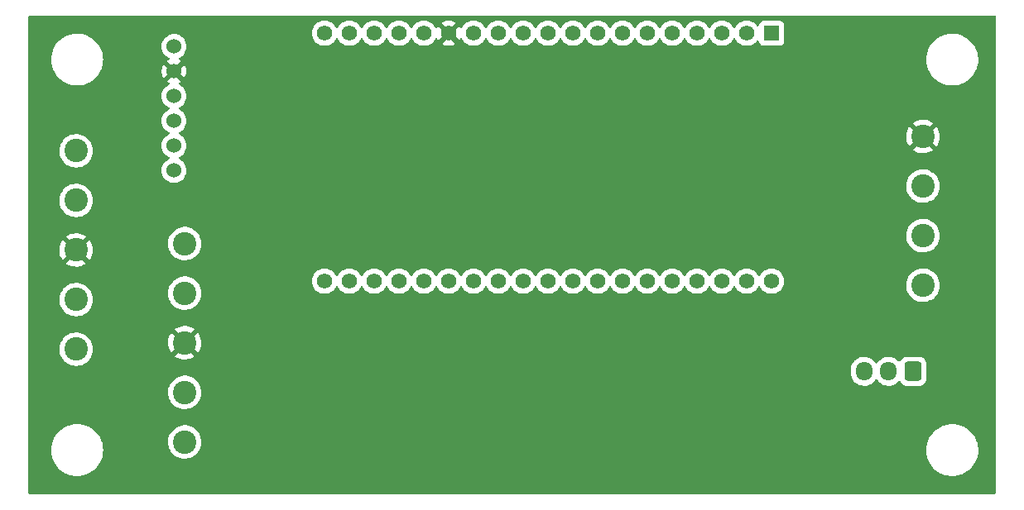
<source format=gbl>
%TF.GenerationSoftware,KiCad,Pcbnew,(6.0.1)*%
%TF.CreationDate,2022-02-01T16:24:05+01:00*%
%TF.ProjectId,Drawer_Controller,44726177-6572-45f4-936f-6e74726f6c6c,rev?*%
%TF.SameCoordinates,Original*%
%TF.FileFunction,Copper,L2,Bot*%
%TF.FilePolarity,Positive*%
%FSLAX46Y46*%
G04 Gerber Fmt 4.6, Leading zero omitted, Abs format (unit mm)*
G04 Created by KiCad (PCBNEW (6.0.1)) date 2022-02-01 16:24:05*
%MOMM*%
%LPD*%
G01*
G04 APERTURE LIST*
G04 Aperture macros list*
%AMRoundRect*
0 Rectangle with rounded corners*
0 $1 Rounding radius*
0 $2 $3 $4 $5 $6 $7 $8 $9 X,Y pos of 4 corners*
0 Add a 4 corners polygon primitive as box body*
4,1,4,$2,$3,$4,$5,$6,$7,$8,$9,$2,$3,0*
0 Add four circle primitives for the rounded corners*
1,1,$1+$1,$2,$3*
1,1,$1+$1,$4,$5*
1,1,$1+$1,$6,$7*
1,1,$1+$1,$8,$9*
0 Add four rect primitives between the rounded corners*
20,1,$1+$1,$2,$3,$4,$5,0*
20,1,$1+$1,$4,$5,$6,$7,0*
20,1,$1+$1,$6,$7,$8,$9,0*
20,1,$1+$1,$8,$9,$2,$3,0*%
G04 Aperture macros list end*
%TA.AperFunction,ComponentPad*%
%ADD10R,1.560000X1.560000*%
%TD*%
%TA.AperFunction,ComponentPad*%
%ADD11C,1.560000*%
%TD*%
%TA.AperFunction,ComponentPad*%
%ADD12C,2.400000*%
%TD*%
%TA.AperFunction,ComponentPad*%
%ADD13C,1.524000*%
%TD*%
%TA.AperFunction,ComponentPad*%
%ADD14RoundRect,0.250000X0.600000X0.725000X-0.600000X0.725000X-0.600000X-0.725000X0.600000X-0.725000X0*%
%TD*%
%TA.AperFunction,ComponentPad*%
%ADD15O,1.700000X1.950000*%
%TD*%
%TA.AperFunction,ViaPad*%
%ADD16C,0.800000*%
%TD*%
G04 APERTURE END LIST*
D10*
%TO.P,U1,1,3V3*%
%TO.N,+3V3*%
X179030000Y-102300000D03*
D11*
%TO.P,U1,2,EN*%
%TO.N,unconnected-(U1-Pad2)*%
X176490000Y-102300000D03*
%TO.P,U1,3,SENSOR_VP*%
%TO.N,unconnected-(U1-Pad3)*%
X173950000Y-102300000D03*
%TO.P,U1,4,SENSOR_VN*%
%TO.N,unconnected-(U1-Pad4)*%
X171410000Y-102300000D03*
%TO.P,U1,5,IO34*%
%TO.N,unconnected-(U1-Pad5)*%
X168870000Y-102300000D03*
%TO.P,U1,6,IO35*%
%TO.N,unconnected-(U1-Pad6)*%
X166330000Y-102300000D03*
%TO.P,U1,7,IO32*%
%TO.N,unconnected-(U1-Pad7)*%
X163790000Y-102300000D03*
%TO.P,U1,8,IO33*%
%TO.N,unconnected-(U1-Pad8)*%
X161250000Y-102300000D03*
%TO.P,U1,9,IO25*%
%TO.N,unconnected-(U1-Pad9)*%
X158710000Y-102300000D03*
%TO.P,U1,10,IO26*%
%TO.N,unconnected-(U1-Pad10)*%
X156170000Y-102300000D03*
%TO.P,U1,11,IO27*%
%TO.N,unconnected-(U1-Pad11)*%
X153630000Y-102300000D03*
%TO.P,U1,12,IO14*%
%TO.N,unconnected-(U1-Pad12)*%
X151090000Y-102300000D03*
%TO.P,U1,13,IO12*%
%TO.N,unconnected-(U1-Pad13)*%
X148550000Y-102300000D03*
%TO.P,U1,14,GND1*%
%TO.N,GND*%
X146010000Y-102300000D03*
%TO.P,U1,15,IO13*%
%TO.N,unconnected-(U1-Pad15)*%
X143470000Y-102300000D03*
%TO.P,U1,16,SD2*%
%TO.N,unconnected-(U1-Pad16)*%
X140930000Y-102300000D03*
%TO.P,U1,17,SD3*%
%TO.N,unconnected-(U1-Pad17)*%
X138390000Y-102300000D03*
%TO.P,U1,18,CMD*%
%TO.N,unconnected-(U1-Pad18)*%
X135850000Y-102300000D03*
%TO.P,U1,19,EXT_5V*%
%TO.N,+5V*%
X133310000Y-102300000D03*
%TO.P,U1,20,GND3*%
%TO.N,unconnected-(U1-Pad20)*%
X179030000Y-127700000D03*
%TO.P,U1,21,IO23*%
%TO.N,unconnected-(U1-Pad21)*%
X176490000Y-127700000D03*
%TO.P,U1,22,IO22*%
%TO.N,unconnected-(U1-Pad22)*%
X173950000Y-127700000D03*
%TO.P,U1,23,TXD0*%
%TO.N,unconnected-(U1-Pad23)*%
X171410000Y-127700000D03*
%TO.P,U1,24,RXD0*%
%TO.N,unconnected-(U1-Pad24)*%
X168870000Y-127700000D03*
%TO.P,U1,25,IO21*%
%TO.N,Net-(R2-Pad1)*%
X166330000Y-127700000D03*
%TO.P,U1,26,GND2*%
%TO.N,unconnected-(U1-Pad26)*%
X163790000Y-127700000D03*
%TO.P,U1,27,IO19*%
%TO.N,Net-(C3-Pad1)*%
X161250000Y-127700000D03*
%TO.P,U1,28,IO18*%
%TO.N,Net-(R5-Pad1)*%
X158710000Y-127700000D03*
%TO.P,U1,29,IO5*%
%TO.N,Net-(CAN1-Pad3)*%
X156170000Y-127700000D03*
%TO.P,U1,30,IO17*%
%TO.N,unconnected-(U1-Pad30)*%
X153630000Y-127700000D03*
%TO.P,U1,31,IO16*%
%TO.N,unconnected-(U1-Pad31)*%
X151090000Y-127700000D03*
%TO.P,U1,32,IO4*%
%TO.N,Net-(CAN1-Pad4)*%
X148550000Y-127700000D03*
%TO.P,U1,33,IO0*%
%TO.N,unconnected-(U1-Pad33)*%
X146010000Y-127700000D03*
%TO.P,U1,34,IO2*%
%TO.N,Net-(R3-Pad1)*%
X143470000Y-127700000D03*
%TO.P,U1,35,IO15*%
%TO.N,unconnected-(U1-Pad35)*%
X140930000Y-127700000D03*
%TO.P,U1,36,SD1*%
%TO.N,unconnected-(U1-Pad36)*%
X138390000Y-127700000D03*
%TO.P,U1,37,SD0*%
%TO.N,unconnected-(U1-Pad37)*%
X135850000Y-127700000D03*
%TO.P,U1,38,CLK*%
%TO.N,unconnected-(U1-Pad38)*%
X133310000Y-127700000D03*
%TD*%
D12*
%TO.P,J1,1*%
%TO.N,+12V*%
X107900000Y-134660000D03*
%TO.P,J1,2*%
%TO.N,+5V*%
X107900000Y-129580000D03*
%TO.P,J1,3*%
%TO.N,GND*%
X107900000Y-124500000D03*
%TO.P,J1,4*%
%TO.N,CANL*%
X107900000Y-119420000D03*
%TO.P,J1,5*%
%TO.N,CANH*%
X107900000Y-114340000D03*
%TD*%
D13*
%TO.P,CAN1,1,3.3V*%
%TO.N,+3V3*%
X117920000Y-103650000D03*
%TO.P,CAN1,2,GND*%
%TO.N,GND*%
X117920000Y-106190000D03*
%TO.P,CAN1,3,CTX*%
%TO.N,Net-(CAN1-Pad3)*%
X117920000Y-108730000D03*
%TO.P,CAN1,4,CRX*%
%TO.N,Net-(CAN1-Pad4)*%
X117920000Y-111270000D03*
%TO.P,CAN1,5,CANH*%
%TO.N,CANH*%
X117920000Y-113810000D03*
%TO.P,CAN1,6,CANL*%
%TO.N,CANL*%
X117920000Y-116350000D03*
%TD*%
D12*
%TO.P,J3,1*%
%TO.N,+12V*%
X119000000Y-144160000D03*
%TO.P,J3,2*%
%TO.N,+5V*%
X119000000Y-139080000D03*
%TO.P,J3,3*%
%TO.N,GND*%
X119000000Y-134000000D03*
%TO.P,J3,4*%
%TO.N,CANL*%
X119000000Y-128920000D03*
%TO.P,J3,5*%
%TO.N,CANH*%
X119000000Y-123840000D03*
%TD*%
D14*
%TO.P,J2,1,Pin_1*%
%TO.N,+5V*%
X193500000Y-136925000D03*
D15*
%TO.P,J2,2,Pin_2*%
%TO.N,Net-(J2-Pad2)*%
X191000000Y-136925000D03*
%TO.P,J2,3,Pin_3*%
%TO.N,Net-(D3-Pad1)*%
X188500000Y-136925000D03*
%TD*%
D12*
%TO.P,J4,1*%
%TO.N,GND*%
X194500000Y-112880000D03*
%TO.P,J4,2*%
%TO.N,Net-(D2-Pad1)*%
X194500000Y-117960000D03*
%TO.P,J4,3*%
%TO.N,Net-(D1-PadA)*%
X194500000Y-123040000D03*
%TO.P,J4,4*%
%TO.N,+12V*%
X194500000Y-128120000D03*
%TD*%
D16*
%TO.N,GND*%
X168350000Y-132350000D03*
X185500000Y-141100000D03*
X182500000Y-141100000D03*
%TD*%
%TA.AperFunction,Conductor*%
%TO.N,GND*%
G36*
X201934121Y-100528002D02*
G01*
X201980614Y-100581658D01*
X201992000Y-100634000D01*
X201992000Y-149366000D01*
X201971998Y-149434121D01*
X201918342Y-149480614D01*
X201866000Y-149492000D01*
X103134000Y-149492000D01*
X103065879Y-149471998D01*
X103019386Y-149418342D01*
X103008000Y-149366000D01*
X103008000Y-145046485D01*
X105336854Y-145046485D01*
X105337156Y-145050320D01*
X105355108Y-145278417D01*
X105362370Y-145370695D01*
X105427206Y-145689378D01*
X105530398Y-145997784D01*
X105670405Y-146291316D01*
X105845141Y-146565597D01*
X105847584Y-146568560D01*
X105847585Y-146568562D01*
X105997308Y-146750190D01*
X106052001Y-146816538D01*
X106287902Y-147040399D01*
X106549326Y-147233843D01*
X106690851Y-147313914D01*
X106829019Y-147392086D01*
X106829023Y-147392088D01*
X106832376Y-147393985D01*
X107132832Y-147518438D01*
X107236288Y-147547129D01*
X107442500Y-147604317D01*
X107442508Y-147604319D01*
X107446216Y-147605347D01*
X107767856Y-147653416D01*
X107771154Y-147653560D01*
X107882918Y-147658440D01*
X107882922Y-147658440D01*
X107884294Y-147658500D01*
X108082598Y-147658500D01*
X108324605Y-147643698D01*
X108328388Y-147642997D01*
X108328395Y-147642996D01*
X108528459Y-147605916D01*
X108644372Y-147584433D01*
X108853682Y-147518438D01*
X108950860Y-147487798D01*
X108950863Y-147487797D01*
X108954532Y-147486640D01*
X108958029Y-147485046D01*
X108958035Y-147485044D01*
X109246954Y-147353376D01*
X109246958Y-147353374D01*
X109250462Y-147351777D01*
X109527751Y-147181854D01*
X109530755Y-147179464D01*
X109530760Y-147179461D01*
X109655008Y-147080629D01*
X109782264Y-146979405D01*
X109784958Y-146976664D01*
X109784962Y-146976660D01*
X110007513Y-146750190D01*
X110007517Y-146750185D01*
X110010208Y-146747447D01*
X110208185Y-146489439D01*
X110373242Y-146209227D01*
X110502920Y-145910988D01*
X110514547Y-145871738D01*
X110569681Y-145685607D01*
X110595285Y-145599169D01*
X110648961Y-145278417D01*
X110663146Y-144953515D01*
X110650388Y-144791410D01*
X110637932Y-144633140D01*
X110637932Y-144633137D01*
X110637630Y-144629305D01*
X110572794Y-144310622D01*
X110507390Y-144115151D01*
X117287296Y-144115151D01*
X117299480Y-144368798D01*
X117349021Y-144617857D01*
X117350600Y-144622255D01*
X117350602Y-144622262D01*
X117395022Y-144745980D01*
X117434831Y-144856858D01*
X117437048Y-144860984D01*
X117534654Y-145042638D01*
X117555025Y-145080551D01*
X117557820Y-145084294D01*
X117557822Y-145084297D01*
X117704171Y-145280282D01*
X117704176Y-145280288D01*
X117706963Y-145284020D01*
X117710272Y-145287300D01*
X117710277Y-145287306D01*
X117808859Y-145385031D01*
X117887307Y-145462797D01*
X117891069Y-145465555D01*
X117891072Y-145465558D01*
X117996764Y-145543054D01*
X118092094Y-145612953D01*
X118096229Y-145615129D01*
X118096233Y-145615131D01*
X118214289Y-145677243D01*
X118316827Y-145731191D01*
X118556568Y-145814912D01*
X118806050Y-145862278D01*
X118926532Y-145867011D01*
X119055125Y-145872064D01*
X119055130Y-145872064D01*
X119059793Y-145872247D01*
X119158774Y-145861407D01*
X119307569Y-145845112D01*
X119307575Y-145845111D01*
X119312222Y-145844602D01*
X119421680Y-145815784D01*
X119553273Y-145781138D01*
X119557793Y-145779948D01*
X119760109Y-145693027D01*
X119786807Y-145681557D01*
X119786810Y-145681555D01*
X119791110Y-145679708D01*
X119795090Y-145677245D01*
X119795094Y-145677243D01*
X120003064Y-145548547D01*
X120003066Y-145548545D01*
X120007047Y-145546082D01*
X120105428Y-145462797D01*
X120197289Y-145385031D01*
X120197291Y-145385029D01*
X120200862Y-145382006D01*
X120368295Y-145191084D01*
X120461304Y-145046485D01*
X194836854Y-145046485D01*
X194837156Y-145050320D01*
X194855108Y-145278417D01*
X194862370Y-145370695D01*
X194927206Y-145689378D01*
X195030398Y-145997784D01*
X195170405Y-146291316D01*
X195345141Y-146565597D01*
X195347584Y-146568560D01*
X195347585Y-146568562D01*
X195497308Y-146750190D01*
X195552001Y-146816538D01*
X195787902Y-147040399D01*
X196049326Y-147233843D01*
X196190851Y-147313914D01*
X196329019Y-147392086D01*
X196329023Y-147392088D01*
X196332376Y-147393985D01*
X196632832Y-147518438D01*
X196736288Y-147547129D01*
X196942500Y-147604317D01*
X196942508Y-147604319D01*
X196946216Y-147605347D01*
X197267856Y-147653416D01*
X197271154Y-147653560D01*
X197382918Y-147658440D01*
X197382922Y-147658440D01*
X197384294Y-147658500D01*
X197582598Y-147658500D01*
X197824605Y-147643698D01*
X197828388Y-147642997D01*
X197828395Y-147642996D01*
X198028459Y-147605916D01*
X198144372Y-147584433D01*
X198353682Y-147518438D01*
X198450860Y-147487798D01*
X198450863Y-147487797D01*
X198454532Y-147486640D01*
X198458029Y-147485046D01*
X198458035Y-147485044D01*
X198746954Y-147353376D01*
X198746958Y-147353374D01*
X198750462Y-147351777D01*
X199027751Y-147181854D01*
X199030755Y-147179464D01*
X199030760Y-147179461D01*
X199155008Y-147080629D01*
X199282264Y-146979405D01*
X199284958Y-146976664D01*
X199284962Y-146976660D01*
X199507513Y-146750190D01*
X199507517Y-146750185D01*
X199510208Y-146747447D01*
X199708185Y-146489439D01*
X199873242Y-146209227D01*
X200002920Y-145910988D01*
X200014547Y-145871738D01*
X200069681Y-145685607D01*
X200095285Y-145599169D01*
X200148961Y-145278417D01*
X200163146Y-144953515D01*
X200150388Y-144791410D01*
X200137932Y-144633140D01*
X200137932Y-144633137D01*
X200137630Y-144629305D01*
X200072794Y-144310622D01*
X199969602Y-144002216D01*
X199829595Y-143708684D01*
X199654859Y-143434403D01*
X199644972Y-143422409D01*
X199450442Y-143186425D01*
X199450438Y-143186420D01*
X199447999Y-143183462D01*
X199212098Y-142959601D01*
X198950674Y-142766157D01*
X198801423Y-142681715D01*
X198670981Y-142607914D01*
X198670977Y-142607912D01*
X198667624Y-142606015D01*
X198589194Y-142573528D01*
X198441139Y-142512202D01*
X198367168Y-142481562D01*
X198255292Y-142450536D01*
X198057500Y-142395683D01*
X198057492Y-142395681D01*
X198053784Y-142394653D01*
X197732144Y-142346584D01*
X197728846Y-142346440D01*
X197617082Y-142341560D01*
X197617078Y-142341560D01*
X197615706Y-142341500D01*
X197417402Y-142341500D01*
X197175395Y-142356302D01*
X197171612Y-142357003D01*
X197171605Y-142357004D01*
X197015511Y-142385935D01*
X196855628Y-142415567D01*
X196671058Y-142473762D01*
X196549140Y-142512202D01*
X196549137Y-142512203D01*
X196545468Y-142513360D01*
X196541971Y-142514954D01*
X196541965Y-142514956D01*
X196253046Y-142646624D01*
X196253042Y-142646626D01*
X196249538Y-142648223D01*
X196246259Y-142650233D01*
X196246256Y-142650234D01*
X196000629Y-142800755D01*
X195972249Y-142818146D01*
X195969245Y-142820536D01*
X195969240Y-142820539D01*
X195844992Y-142919371D01*
X195717736Y-143020595D01*
X195715042Y-143023336D01*
X195715038Y-143023340D01*
X195492487Y-143249810D01*
X195492483Y-143249815D01*
X195489792Y-143252553D01*
X195291815Y-143510561D01*
X195126758Y-143790773D01*
X194997080Y-144089012D01*
X194995986Y-144092706D01*
X194995984Y-144092711D01*
X194976985Y-144156851D01*
X194904715Y-144400831D01*
X194851039Y-144721583D01*
X194836854Y-145046485D01*
X120461304Y-145046485D01*
X120505669Y-144977512D01*
X120609967Y-144745980D01*
X120678896Y-144501575D01*
X120702709Y-144314393D01*
X120710545Y-144252798D01*
X120710545Y-144252792D01*
X120710943Y-144249667D01*
X120713291Y-144160000D01*
X120707753Y-144085478D01*
X120694818Y-143911411D01*
X120694817Y-143911407D01*
X120694472Y-143906759D01*
X120638428Y-143659082D01*
X120620138Y-143612050D01*
X120548084Y-143426762D01*
X120548083Y-143426760D01*
X120546391Y-143422409D01*
X120525866Y-143386498D01*
X120422702Y-143205997D01*
X120422700Y-143205995D01*
X120420383Y-143201940D01*
X120263171Y-143002517D01*
X120078209Y-142828523D01*
X119985571Y-142764258D01*
X119873393Y-142686437D01*
X119873390Y-142686435D01*
X119869561Y-142683779D01*
X119865384Y-142681719D01*
X119865377Y-142681715D01*
X119645996Y-142573528D01*
X119645992Y-142573527D01*
X119641810Y-142571464D01*
X119399960Y-142494047D01*
X119395355Y-142493297D01*
X119153935Y-142453980D01*
X119153934Y-142453980D01*
X119149323Y-142453229D01*
X119022364Y-142451567D01*
X118900083Y-142449966D01*
X118900080Y-142449966D01*
X118895406Y-142449905D01*
X118643787Y-142484149D01*
X118399993Y-142555208D01*
X118169380Y-142661522D01*
X118165471Y-142664085D01*
X117960928Y-142798189D01*
X117960923Y-142798193D01*
X117957015Y-142800755D01*
X117767562Y-142969848D01*
X117605183Y-143165087D01*
X117473447Y-143382182D01*
X117471638Y-143386496D01*
X117471637Y-143386498D01*
X117420898Y-143507498D01*
X117375246Y-143616365D01*
X117312738Y-143862490D01*
X117287296Y-144115151D01*
X110507390Y-144115151D01*
X110469602Y-144002216D01*
X110329595Y-143708684D01*
X110154859Y-143434403D01*
X110144972Y-143422409D01*
X109950442Y-143186425D01*
X109950438Y-143186420D01*
X109947999Y-143183462D01*
X109712098Y-142959601D01*
X109450674Y-142766157D01*
X109301423Y-142681715D01*
X109170981Y-142607914D01*
X109170977Y-142607912D01*
X109167624Y-142606015D01*
X109089194Y-142573528D01*
X108941139Y-142512202D01*
X108867168Y-142481562D01*
X108755292Y-142450536D01*
X108557500Y-142395683D01*
X108557492Y-142395681D01*
X108553784Y-142394653D01*
X108232144Y-142346584D01*
X108228846Y-142346440D01*
X108117082Y-142341560D01*
X108117078Y-142341560D01*
X108115706Y-142341500D01*
X107917402Y-142341500D01*
X107675395Y-142356302D01*
X107671612Y-142357003D01*
X107671605Y-142357004D01*
X107515511Y-142385935D01*
X107355628Y-142415567D01*
X107171058Y-142473762D01*
X107049140Y-142512202D01*
X107049137Y-142512203D01*
X107045468Y-142513360D01*
X107041971Y-142514954D01*
X107041965Y-142514956D01*
X106753046Y-142646624D01*
X106753042Y-142646626D01*
X106749538Y-142648223D01*
X106746259Y-142650233D01*
X106746256Y-142650234D01*
X106500629Y-142800755D01*
X106472249Y-142818146D01*
X106469245Y-142820536D01*
X106469240Y-142820539D01*
X106344992Y-142919371D01*
X106217736Y-143020595D01*
X106215042Y-143023336D01*
X106215038Y-143023340D01*
X105992487Y-143249810D01*
X105992483Y-143249815D01*
X105989792Y-143252553D01*
X105791815Y-143510561D01*
X105626758Y-143790773D01*
X105497080Y-144089012D01*
X105495986Y-144092706D01*
X105495984Y-144092711D01*
X105476985Y-144156851D01*
X105404715Y-144400831D01*
X105351039Y-144721583D01*
X105336854Y-145046485D01*
X103008000Y-145046485D01*
X103008000Y-139035151D01*
X117287296Y-139035151D01*
X117299480Y-139288798D01*
X117349021Y-139537857D01*
X117350600Y-139542255D01*
X117350602Y-139542262D01*
X117395022Y-139665980D01*
X117434831Y-139776858D01*
X117555025Y-140000551D01*
X117557820Y-140004294D01*
X117557822Y-140004297D01*
X117704171Y-140200282D01*
X117704176Y-140200288D01*
X117706963Y-140204020D01*
X117710272Y-140207300D01*
X117710277Y-140207306D01*
X117808859Y-140305031D01*
X117887307Y-140382797D01*
X117891069Y-140385555D01*
X117891072Y-140385558D01*
X117996764Y-140463054D01*
X118092094Y-140532953D01*
X118096229Y-140535129D01*
X118096233Y-140535131D01*
X118214289Y-140597243D01*
X118316827Y-140651191D01*
X118556568Y-140734912D01*
X118806050Y-140782278D01*
X118926532Y-140787011D01*
X119055125Y-140792064D01*
X119055130Y-140792064D01*
X119059793Y-140792247D01*
X119158774Y-140781407D01*
X119307569Y-140765112D01*
X119307575Y-140765111D01*
X119312222Y-140764602D01*
X119421680Y-140735784D01*
X119553273Y-140701138D01*
X119557793Y-140699948D01*
X119676353Y-140649011D01*
X119786807Y-140601557D01*
X119786810Y-140601555D01*
X119791110Y-140599708D01*
X119795090Y-140597245D01*
X119795094Y-140597243D01*
X120003064Y-140468547D01*
X120003066Y-140468545D01*
X120007047Y-140466082D01*
X120105428Y-140382797D01*
X120197289Y-140305031D01*
X120197291Y-140305029D01*
X120200862Y-140302006D01*
X120368295Y-140111084D01*
X120505669Y-139897512D01*
X120609967Y-139665980D01*
X120678896Y-139421575D01*
X120710943Y-139169667D01*
X120713291Y-139080000D01*
X120694472Y-138826759D01*
X120638428Y-138579082D01*
X120573142Y-138411198D01*
X120548084Y-138346762D01*
X120548083Y-138346760D01*
X120546391Y-138342409D01*
X120543696Y-138337694D01*
X120422702Y-138125997D01*
X120422700Y-138125995D01*
X120420383Y-138121940D01*
X120263171Y-137922517D01*
X120139486Y-137806166D01*
X120081610Y-137751722D01*
X120081608Y-137751720D01*
X120078209Y-137748523D01*
X120027111Y-137713075D01*
X119873393Y-137606437D01*
X119873390Y-137606435D01*
X119869561Y-137603779D01*
X119865384Y-137601719D01*
X119865377Y-137601715D01*
X119645996Y-137493528D01*
X119645992Y-137493527D01*
X119641810Y-137491464D01*
X119399960Y-137414047D01*
X119395355Y-137413297D01*
X119153935Y-137373980D01*
X119153934Y-137373980D01*
X119149323Y-137373229D01*
X119022365Y-137371567D01*
X118900083Y-137369966D01*
X118900080Y-137369966D01*
X118895406Y-137369905D01*
X118643787Y-137404149D01*
X118399993Y-137475208D01*
X118169380Y-137581522D01*
X118165471Y-137584085D01*
X117960928Y-137718189D01*
X117960923Y-137718193D01*
X117957015Y-137720755D01*
X117767562Y-137889848D01*
X117605183Y-138085087D01*
X117473447Y-138302182D01*
X117471638Y-138306496D01*
X117471637Y-138306498D01*
X117429002Y-138408172D01*
X117375246Y-138536365D01*
X117312738Y-138782490D01*
X117287296Y-139035151D01*
X103008000Y-139035151D01*
X103008000Y-137107890D01*
X187141500Y-137107890D01*
X187156080Y-137279720D01*
X187157418Y-137284875D01*
X187157419Y-137284881D01*
X187212657Y-137497703D01*
X187213999Y-137502872D01*
X187216191Y-137507738D01*
X187216192Y-137507741D01*
X187251033Y-137585085D01*
X187308688Y-137713075D01*
X187437441Y-137904319D01*
X187441120Y-137908176D01*
X187441122Y-137908178D01*
X187502710Y-137972738D01*
X187596576Y-138071135D01*
X187781542Y-138208754D01*
X187786293Y-138211170D01*
X187786297Y-138211172D01*
X187849481Y-138243296D01*
X187987051Y-138313240D01*
X187992145Y-138314822D01*
X187992148Y-138314823D01*
X188192020Y-138376885D01*
X188207227Y-138381607D01*
X188212516Y-138382308D01*
X188430489Y-138411198D01*
X188430494Y-138411198D01*
X188435774Y-138411898D01*
X188441103Y-138411698D01*
X188441105Y-138411698D01*
X188550966Y-138407573D01*
X188666158Y-138403249D01*
X188688802Y-138398498D01*
X188886572Y-138357002D01*
X188891791Y-138355907D01*
X188896750Y-138353949D01*
X188896752Y-138353948D01*
X189101256Y-138273185D01*
X189101258Y-138273184D01*
X189106221Y-138271224D01*
X189142343Y-138249305D01*
X189298757Y-138154390D01*
X189298756Y-138154390D01*
X189303317Y-138151623D01*
X189329984Y-138128483D01*
X189473412Y-138004023D01*
X189473414Y-138004021D01*
X189477445Y-138000523D01*
X189511516Y-137958970D01*
X189620240Y-137826373D01*
X189620244Y-137826367D01*
X189623624Y-137822245D01*
X189641552Y-137790750D01*
X189692632Y-137741445D01*
X189762262Y-137727583D01*
X189828333Y-137753566D01*
X189855573Y-137782716D01*
X189937441Y-137904319D01*
X189941120Y-137908176D01*
X189941122Y-137908178D01*
X190002710Y-137972738D01*
X190096576Y-138071135D01*
X190281542Y-138208754D01*
X190286293Y-138211170D01*
X190286297Y-138211172D01*
X190349481Y-138243296D01*
X190487051Y-138313240D01*
X190492145Y-138314822D01*
X190492148Y-138314823D01*
X190692020Y-138376885D01*
X190707227Y-138381607D01*
X190712516Y-138382308D01*
X190930489Y-138411198D01*
X190930494Y-138411198D01*
X190935774Y-138411898D01*
X190941103Y-138411698D01*
X190941105Y-138411698D01*
X191050966Y-138407573D01*
X191166158Y-138403249D01*
X191188802Y-138398498D01*
X191386572Y-138357002D01*
X191391791Y-138355907D01*
X191396750Y-138353949D01*
X191396752Y-138353948D01*
X191601256Y-138273185D01*
X191601258Y-138273184D01*
X191606221Y-138271224D01*
X191642343Y-138249305D01*
X191798757Y-138154390D01*
X191798756Y-138154390D01*
X191803317Y-138151623D01*
X191829984Y-138128483D01*
X191973412Y-138004023D01*
X191973414Y-138004021D01*
X191977445Y-138000523D01*
X192006670Y-137964880D01*
X192065329Y-137924886D01*
X192136299Y-137922954D01*
X192197048Y-137959698D01*
X192211248Y-137978468D01*
X192222340Y-137996392D01*
X192301522Y-138124348D01*
X192426697Y-138249305D01*
X192432927Y-138253145D01*
X192432928Y-138253146D01*
X192570090Y-138337694D01*
X192577262Y-138342115D01*
X192612938Y-138353948D01*
X192738611Y-138395632D01*
X192738613Y-138395632D01*
X192745139Y-138397797D01*
X192751975Y-138398497D01*
X192751978Y-138398498D01*
X192787663Y-138402154D01*
X192849600Y-138408500D01*
X194150400Y-138408500D01*
X194153646Y-138408163D01*
X194153650Y-138408163D01*
X194249308Y-138398238D01*
X194249312Y-138398237D01*
X194256166Y-138397526D01*
X194262702Y-138395345D01*
X194262704Y-138395345D01*
X194408324Y-138346762D01*
X194423946Y-138341550D01*
X194574348Y-138248478D01*
X194699305Y-138123303D01*
X194731462Y-138071135D01*
X194788275Y-137978968D01*
X194788276Y-137978966D01*
X194792115Y-137972738D01*
X194842031Y-137822245D01*
X194845632Y-137811389D01*
X194845632Y-137811387D01*
X194847797Y-137804861D01*
X194858500Y-137700400D01*
X194858500Y-136149600D01*
X194854411Y-136110188D01*
X194848238Y-136050692D01*
X194848237Y-136050688D01*
X194847526Y-136043834D01*
X194843710Y-136032394D01*
X194793868Y-135883002D01*
X194791550Y-135876054D01*
X194698478Y-135725652D01*
X194573303Y-135600695D01*
X194546701Y-135584297D01*
X194428968Y-135511725D01*
X194428966Y-135511724D01*
X194422738Y-135507885D01*
X194318319Y-135473251D01*
X194261389Y-135454368D01*
X194261387Y-135454368D01*
X194254861Y-135452203D01*
X194248025Y-135451503D01*
X194248022Y-135451502D01*
X194204969Y-135447091D01*
X194150400Y-135441500D01*
X192849600Y-135441500D01*
X192846354Y-135441837D01*
X192846350Y-135441837D01*
X192750692Y-135451762D01*
X192750688Y-135451763D01*
X192743834Y-135452474D01*
X192737298Y-135454655D01*
X192737296Y-135454655D01*
X192622369Y-135492998D01*
X192576054Y-135508450D01*
X192425652Y-135601522D01*
X192300695Y-135726697D01*
X192227170Y-135845977D01*
X192210920Y-135872339D01*
X192158148Y-135919832D01*
X192088076Y-135931256D01*
X192022952Y-135902982D01*
X192012490Y-135893195D01*
X191911476Y-135787306D01*
X191903424Y-135778865D01*
X191718458Y-135641246D01*
X191713707Y-135638830D01*
X191713703Y-135638828D01*
X191601033Y-135581544D01*
X191512949Y-135536760D01*
X191507855Y-135535178D01*
X191507852Y-135535177D01*
X191297871Y-135469976D01*
X191292773Y-135468393D01*
X191287484Y-135467692D01*
X191069511Y-135438802D01*
X191069506Y-135438802D01*
X191064226Y-135438102D01*
X191058897Y-135438302D01*
X191058895Y-135438302D01*
X190949034Y-135442427D01*
X190833842Y-135446751D01*
X190828623Y-135447846D01*
X190806566Y-135452474D01*
X190608209Y-135494093D01*
X190603250Y-135496051D01*
X190603248Y-135496052D01*
X190398744Y-135576815D01*
X190398742Y-135576816D01*
X190393779Y-135578776D01*
X190389220Y-135581543D01*
X190389217Y-135581544D01*
X190290832Y-135641246D01*
X190196683Y-135698377D01*
X190192653Y-135701874D01*
X190099484Y-135782722D01*
X190022555Y-135849477D01*
X189995883Y-135882006D01*
X189879760Y-136023627D01*
X189879756Y-136023633D01*
X189876376Y-136027755D01*
X189858448Y-136059250D01*
X189807368Y-136108555D01*
X189737738Y-136122417D01*
X189671667Y-136096434D01*
X189644427Y-136067284D01*
X189574082Y-135962797D01*
X189562559Y-135945681D01*
X189403424Y-135778865D01*
X189218458Y-135641246D01*
X189213707Y-135638830D01*
X189213703Y-135638828D01*
X189101033Y-135581544D01*
X189012949Y-135536760D01*
X189007855Y-135535178D01*
X189007852Y-135535177D01*
X188797871Y-135469976D01*
X188792773Y-135468393D01*
X188787484Y-135467692D01*
X188569511Y-135438802D01*
X188569506Y-135438802D01*
X188564226Y-135438102D01*
X188558897Y-135438302D01*
X188558895Y-135438302D01*
X188449034Y-135442427D01*
X188333842Y-135446751D01*
X188328623Y-135447846D01*
X188306566Y-135452474D01*
X188108209Y-135494093D01*
X188103250Y-135496051D01*
X188103248Y-135496052D01*
X187898744Y-135576815D01*
X187898742Y-135576816D01*
X187893779Y-135578776D01*
X187889220Y-135581543D01*
X187889217Y-135581544D01*
X187790832Y-135641246D01*
X187696683Y-135698377D01*
X187692653Y-135701874D01*
X187599484Y-135782722D01*
X187522555Y-135849477D01*
X187495883Y-135882006D01*
X187379760Y-136023627D01*
X187379756Y-136023633D01*
X187376376Y-136027755D01*
X187373738Y-136032390D01*
X187373735Y-136032394D01*
X187330382Y-136108555D01*
X187262325Y-136228114D01*
X187183663Y-136444825D01*
X187182714Y-136450074D01*
X187182713Y-136450077D01*
X187143377Y-136667608D01*
X187143376Y-136667615D01*
X187142639Y-136671692D01*
X187141500Y-136695844D01*
X187141500Y-137107890D01*
X103008000Y-137107890D01*
X103008000Y-134615151D01*
X106187296Y-134615151D01*
X106199480Y-134868798D01*
X106249021Y-135117857D01*
X106250600Y-135122255D01*
X106250602Y-135122262D01*
X106295022Y-135245980D01*
X106334831Y-135356858D01*
X106337048Y-135360984D01*
X106432795Y-135539178D01*
X106455025Y-135580551D01*
X106457820Y-135584294D01*
X106457822Y-135584297D01*
X106604171Y-135780282D01*
X106604176Y-135780288D01*
X106606963Y-135784020D01*
X106610272Y-135787300D01*
X106610277Y-135787306D01*
X106766148Y-135941822D01*
X106787307Y-135962797D01*
X106791069Y-135965555D01*
X106791072Y-135965558D01*
X106969565Y-136096434D01*
X106992094Y-136112953D01*
X106996229Y-136115129D01*
X106996233Y-136115131D01*
X107037657Y-136136925D01*
X107216827Y-136231191D01*
X107456568Y-136314912D01*
X107706050Y-136362278D01*
X107826532Y-136367011D01*
X107955125Y-136372064D01*
X107955130Y-136372064D01*
X107959793Y-136372247D01*
X108058774Y-136361407D01*
X108207569Y-136345112D01*
X108207575Y-136345111D01*
X108212222Y-136344602D01*
X108321680Y-136315784D01*
X108453273Y-136281138D01*
X108457793Y-136279948D01*
X108589248Y-136223471D01*
X108686807Y-136181557D01*
X108686810Y-136181555D01*
X108691110Y-136179708D01*
X108695090Y-136177245D01*
X108695094Y-136177243D01*
X108903064Y-136048547D01*
X108903066Y-136048545D01*
X108907047Y-136046082D01*
X108910624Y-136043054D01*
X109097289Y-135885031D01*
X109097291Y-135885029D01*
X109100862Y-135882006D01*
X109268295Y-135691084D01*
X109273549Y-135682917D01*
X109403141Y-135481442D01*
X109405669Y-135477512D01*
X109452587Y-135373359D01*
X117991386Y-135373359D01*
X118000099Y-135384879D01*
X118088586Y-135449760D01*
X118096505Y-135454708D01*
X118312877Y-135568547D01*
X118321451Y-135572275D01*
X118552282Y-135652885D01*
X118561291Y-135655299D01*
X118801518Y-135700908D01*
X118810775Y-135701962D01*
X119055107Y-135711563D01*
X119064420Y-135711237D01*
X119307478Y-135684618D01*
X119316655Y-135682917D01*
X119553107Y-135620665D01*
X119561926Y-135617628D01*
X119786584Y-135521107D01*
X119794856Y-135516800D01*
X120002777Y-135388135D01*
X120004620Y-135386796D01*
X120012038Y-135375541D01*
X120005974Y-135365184D01*
X119012812Y-134372022D01*
X118998868Y-134364408D01*
X118997035Y-134364539D01*
X118990420Y-134368790D01*
X117998044Y-135361166D01*
X117991386Y-135373359D01*
X109452587Y-135373359D01*
X109509967Y-135245980D01*
X109578896Y-135001575D01*
X109610943Y-134749667D01*
X109613291Y-134660000D01*
X109608095Y-134590076D01*
X109594818Y-134411411D01*
X109594817Y-134411407D01*
X109594472Y-134406759D01*
X109585881Y-134368790D01*
X109539459Y-134163639D01*
X109538428Y-134159082D01*
X109480290Y-134009580D01*
X109460945Y-133959835D01*
X117288022Y-133959835D01*
X117299754Y-134204064D01*
X117300891Y-134213324D01*
X117348593Y-134453143D01*
X117351082Y-134462118D01*
X117433708Y-134692250D01*
X117437505Y-134700778D01*
X117553234Y-134916160D01*
X117558245Y-134924027D01*
X117615173Y-135000263D01*
X117626431Y-135008712D01*
X117638850Y-135001940D01*
X118627978Y-134012812D01*
X118634356Y-134001132D01*
X119364408Y-134001132D01*
X119364539Y-134002965D01*
X119368790Y-134009580D01*
X120363732Y-135004522D01*
X120376112Y-135011282D01*
X120384453Y-135005038D01*
X120502700Y-134821202D01*
X120507147Y-134813011D01*
X120607572Y-134590076D01*
X120610767Y-134581298D01*
X120677135Y-134345973D01*
X120678993Y-134336844D01*
X120710044Y-134092770D01*
X120710525Y-134086483D01*
X120712706Y-134003160D01*
X120712555Y-133996851D01*
X120694321Y-133751486D01*
X120692944Y-133742280D01*
X120638979Y-133503786D01*
X120636255Y-133494875D01*
X120547633Y-133266983D01*
X120543619Y-133258567D01*
X120422284Y-133046276D01*
X120417074Y-133038553D01*
X120385787Y-132998865D01*
X120373863Y-132990395D01*
X120362328Y-132996882D01*
X119372022Y-133987188D01*
X119364408Y-134001132D01*
X118634356Y-134001132D01*
X118635592Y-133998868D01*
X118635461Y-133997035D01*
X118631210Y-133990420D01*
X117636828Y-132996038D01*
X117623520Y-132988771D01*
X117613481Y-132995893D01*
X117608581Y-133001784D01*
X117603168Y-133009373D01*
X117476322Y-133218409D01*
X117472084Y-133226726D01*
X117377529Y-133452214D01*
X117374572Y-133461052D01*
X117314384Y-133698042D01*
X117312763Y-133707232D01*
X117288267Y-133950510D01*
X117288022Y-133959835D01*
X109460945Y-133959835D01*
X109448084Y-133926762D01*
X109448083Y-133926760D01*
X109446391Y-133922409D01*
X109425866Y-133886498D01*
X109322702Y-133705997D01*
X109322700Y-133705995D01*
X109320383Y-133701940D01*
X109163171Y-133502517D01*
X108978209Y-133328523D01*
X108819480Y-133218409D01*
X108773393Y-133186437D01*
X108773390Y-133186435D01*
X108769561Y-133183779D01*
X108765384Y-133181719D01*
X108765377Y-133181715D01*
X108545996Y-133073528D01*
X108545992Y-133073527D01*
X108541810Y-133071464D01*
X108299960Y-132994047D01*
X108295355Y-132993297D01*
X108053935Y-132953980D01*
X108053934Y-132953980D01*
X108049323Y-132953229D01*
X107922364Y-132951567D01*
X107800083Y-132949966D01*
X107800080Y-132949966D01*
X107795406Y-132949905D01*
X107543787Y-132984149D01*
X107539301Y-132985457D01*
X107539299Y-132985457D01*
X107512401Y-132993297D01*
X107299993Y-133055208D01*
X107069380Y-133161522D01*
X107065471Y-133164085D01*
X106860928Y-133298189D01*
X106860923Y-133298193D01*
X106857015Y-133300755D01*
X106667562Y-133469848D01*
X106505183Y-133665087D01*
X106373447Y-133882182D01*
X106371638Y-133886496D01*
X106371637Y-133886498D01*
X106287777Y-134086483D01*
X106275246Y-134116365D01*
X106212738Y-134362490D01*
X106187296Y-134615151D01*
X103008000Y-134615151D01*
X103008000Y-132624917D01*
X117989330Y-132624917D01*
X117993903Y-132634693D01*
X118987188Y-133627978D01*
X119001132Y-133635592D01*
X119002965Y-133635461D01*
X119009580Y-133631210D01*
X120002488Y-132638302D01*
X120008872Y-132626612D01*
X119999460Y-132614502D01*
X119873144Y-132526873D01*
X119865116Y-132522145D01*
X119645810Y-132413995D01*
X119637177Y-132410507D01*
X119404288Y-132335958D01*
X119395238Y-132333785D01*
X119153891Y-132294480D01*
X119144602Y-132293668D01*
X118900114Y-132290467D01*
X118890803Y-132291037D01*
X118648522Y-132324010D01*
X118639403Y-132325948D01*
X118404668Y-132394367D01*
X118395915Y-132397639D01*
X118173869Y-132500004D01*
X118165714Y-132504524D01*
X117998468Y-132614175D01*
X117989330Y-132624917D01*
X103008000Y-132624917D01*
X103008000Y-129535151D01*
X106187296Y-129535151D01*
X106199480Y-129788798D01*
X106224250Y-129913327D01*
X106232460Y-129954597D01*
X106249021Y-130037857D01*
X106250600Y-130042255D01*
X106250602Y-130042262D01*
X106295022Y-130165980D01*
X106334831Y-130276858D01*
X106337048Y-130280984D01*
X106449996Y-130491191D01*
X106455025Y-130500551D01*
X106457820Y-130504294D01*
X106457822Y-130504297D01*
X106604171Y-130700282D01*
X106604176Y-130700288D01*
X106606963Y-130704020D01*
X106610272Y-130707300D01*
X106610277Y-130707306D01*
X106708859Y-130805031D01*
X106787307Y-130882797D01*
X106791069Y-130885555D01*
X106791072Y-130885558D01*
X106896764Y-130963054D01*
X106992094Y-131032953D01*
X106996229Y-131035129D01*
X106996233Y-131035131D01*
X107114289Y-131097243D01*
X107216827Y-131151191D01*
X107456568Y-131234912D01*
X107706050Y-131282278D01*
X107826532Y-131287011D01*
X107955125Y-131292064D01*
X107955130Y-131292064D01*
X107959793Y-131292247D01*
X108058774Y-131281407D01*
X108207569Y-131265112D01*
X108207575Y-131265111D01*
X108212222Y-131264602D01*
X108321680Y-131235784D01*
X108453273Y-131201138D01*
X108457793Y-131199948D01*
X108576353Y-131149011D01*
X108686807Y-131101557D01*
X108686810Y-131101555D01*
X108691110Y-131099708D01*
X108695090Y-131097245D01*
X108695094Y-131097243D01*
X108903064Y-130968547D01*
X108903066Y-130968545D01*
X108907047Y-130966082D01*
X109005428Y-130882797D01*
X109097289Y-130805031D01*
X109097291Y-130805029D01*
X109100862Y-130802006D01*
X109268295Y-130611084D01*
X109272137Y-130605112D01*
X109403141Y-130401442D01*
X109405669Y-130397512D01*
X109509967Y-130165980D01*
X109578896Y-129921575D01*
X109593777Y-129804602D01*
X109610545Y-129672798D01*
X109610545Y-129672792D01*
X109610943Y-129669667D01*
X109611728Y-129639708D01*
X109613208Y-129583160D01*
X109613291Y-129580000D01*
X109601609Y-129422797D01*
X109594818Y-129331411D01*
X109594817Y-129331407D01*
X109594472Y-129326759D01*
X109579723Y-129261575D01*
X109539459Y-129083639D01*
X109538428Y-129079082D01*
X109511434Y-129009667D01*
X109459124Y-128875151D01*
X117287296Y-128875151D01*
X117287520Y-128879817D01*
X117287520Y-128879822D01*
X117290480Y-128941442D01*
X117299480Y-129128798D01*
X117300393Y-129133386D01*
X117341890Y-129342006D01*
X117349021Y-129377857D01*
X117350600Y-129382255D01*
X117350602Y-129382262D01*
X117419849Y-129575131D01*
X117434831Y-129616858D01*
X117437048Y-129620984D01*
X117550290Y-129831738D01*
X117555025Y-129840551D01*
X117557820Y-129844294D01*
X117557822Y-129844297D01*
X117704171Y-130040282D01*
X117704176Y-130040288D01*
X117706963Y-130044020D01*
X117710272Y-130047300D01*
X117710277Y-130047306D01*
X117808859Y-130145031D01*
X117887307Y-130222797D01*
X117891069Y-130225555D01*
X117891072Y-130225558D01*
X117961037Y-130276858D01*
X118092094Y-130372953D01*
X118096229Y-130375129D01*
X118096233Y-130375131D01*
X118214289Y-130437243D01*
X118316827Y-130491191D01*
X118556568Y-130574912D01*
X118806050Y-130622278D01*
X118926532Y-130627011D01*
X119055125Y-130632064D01*
X119055130Y-130632064D01*
X119059793Y-130632247D01*
X119158774Y-130621407D01*
X119307569Y-130605112D01*
X119307575Y-130605111D01*
X119312222Y-130604602D01*
X119421680Y-130575784D01*
X119553273Y-130541138D01*
X119557793Y-130539948D01*
X119676353Y-130489011D01*
X119786807Y-130441557D01*
X119786810Y-130441555D01*
X119791110Y-130439708D01*
X119795090Y-130437245D01*
X119795094Y-130437243D01*
X120003064Y-130308547D01*
X120003066Y-130308545D01*
X120007047Y-130306082D01*
X120105428Y-130222797D01*
X120197289Y-130145031D01*
X120197291Y-130145029D01*
X120200862Y-130142006D01*
X120368295Y-129951084D01*
X120444734Y-129832247D01*
X120481052Y-129775784D01*
X120505669Y-129737512D01*
X120609967Y-129505980D01*
X120678896Y-129261575D01*
X120696382Y-129124126D01*
X120710545Y-129012798D01*
X120710545Y-129012792D01*
X120710943Y-129009667D01*
X120711369Y-128993422D01*
X120712264Y-128959233D01*
X120713291Y-128920000D01*
X120709612Y-128870497D01*
X120694818Y-128671411D01*
X120694817Y-128671407D01*
X120694472Y-128666759D01*
X120685249Y-128625997D01*
X120639459Y-128423639D01*
X120638428Y-128419082D01*
X120627060Y-128389848D01*
X120548084Y-128186762D01*
X120548083Y-128186760D01*
X120546391Y-128182409D01*
X120525866Y-128146498D01*
X120422702Y-127965997D01*
X120422700Y-127965995D01*
X120420383Y-127961940D01*
X120263171Y-127762517D01*
X120196713Y-127700000D01*
X132016578Y-127700000D01*
X132036228Y-127924600D01*
X132037652Y-127929913D01*
X132037652Y-127929915D01*
X132087742Y-128116851D01*
X132094581Y-128142376D01*
X132096903Y-128147357D01*
X132096904Y-128147358D01*
X132115279Y-128186762D01*
X132189864Y-128346711D01*
X132319181Y-128531396D01*
X132478604Y-128690819D01*
X132663289Y-128820136D01*
X132668267Y-128822457D01*
X132668270Y-128822459D01*
X132771288Y-128870497D01*
X132867624Y-128915419D01*
X132872932Y-128916841D01*
X132872934Y-128916842D01*
X133080085Y-128972348D01*
X133080087Y-128972348D01*
X133085400Y-128973772D01*
X133310000Y-128993422D01*
X133534600Y-128973772D01*
X133539913Y-128972348D01*
X133539915Y-128972348D01*
X133747066Y-128916842D01*
X133747068Y-128916841D01*
X133752376Y-128915419D01*
X133848712Y-128870497D01*
X133951730Y-128822459D01*
X133951733Y-128822457D01*
X133956711Y-128820136D01*
X134141396Y-128690819D01*
X134300819Y-128531396D01*
X134430136Y-128346711D01*
X134465805Y-128270219D01*
X134512723Y-128216934D01*
X134581000Y-128197473D01*
X134648960Y-128218015D01*
X134694195Y-128270219D01*
X134729864Y-128346711D01*
X134859181Y-128531396D01*
X135018604Y-128690819D01*
X135203289Y-128820136D01*
X135208267Y-128822457D01*
X135208270Y-128822459D01*
X135311288Y-128870497D01*
X135407624Y-128915419D01*
X135412932Y-128916841D01*
X135412934Y-128916842D01*
X135620085Y-128972348D01*
X135620087Y-128972348D01*
X135625400Y-128973772D01*
X135850000Y-128993422D01*
X136074600Y-128973772D01*
X136079913Y-128972348D01*
X136079915Y-128972348D01*
X136287066Y-128916842D01*
X136287068Y-128916841D01*
X136292376Y-128915419D01*
X136388712Y-128870497D01*
X136491730Y-128822459D01*
X136491733Y-128822457D01*
X136496711Y-128820136D01*
X136681396Y-128690819D01*
X136840819Y-128531396D01*
X136970136Y-128346711D01*
X137005805Y-128270219D01*
X137052723Y-128216934D01*
X137121000Y-128197473D01*
X137188960Y-128218015D01*
X137234195Y-128270219D01*
X137269864Y-128346711D01*
X137399181Y-128531396D01*
X137558604Y-128690819D01*
X137743289Y-128820136D01*
X137748267Y-128822457D01*
X137748270Y-128822459D01*
X137851288Y-128870497D01*
X137947624Y-128915419D01*
X137952932Y-128916841D01*
X137952934Y-128916842D01*
X138160085Y-128972348D01*
X138160087Y-128972348D01*
X138165400Y-128973772D01*
X138390000Y-128993422D01*
X138614600Y-128973772D01*
X138619913Y-128972348D01*
X138619915Y-128972348D01*
X138827066Y-128916842D01*
X138827068Y-128916841D01*
X138832376Y-128915419D01*
X138928712Y-128870497D01*
X139031730Y-128822459D01*
X139031733Y-128822457D01*
X139036711Y-128820136D01*
X139221396Y-128690819D01*
X139380819Y-128531396D01*
X139510136Y-128346711D01*
X139545805Y-128270219D01*
X139592723Y-128216934D01*
X139661000Y-128197473D01*
X139728960Y-128218015D01*
X139774195Y-128270219D01*
X139809864Y-128346711D01*
X139939181Y-128531396D01*
X140098604Y-128690819D01*
X140283289Y-128820136D01*
X140288267Y-128822457D01*
X140288270Y-128822459D01*
X140391288Y-128870497D01*
X140487624Y-128915419D01*
X140492932Y-128916841D01*
X140492934Y-128916842D01*
X140700085Y-128972348D01*
X140700087Y-128972348D01*
X140705400Y-128973772D01*
X140930000Y-128993422D01*
X141154600Y-128973772D01*
X141159913Y-128972348D01*
X141159915Y-128972348D01*
X141367066Y-128916842D01*
X141367068Y-128916841D01*
X141372376Y-128915419D01*
X141468712Y-128870497D01*
X141571730Y-128822459D01*
X141571733Y-128822457D01*
X141576711Y-128820136D01*
X141761396Y-128690819D01*
X141920819Y-128531396D01*
X142050136Y-128346711D01*
X142085805Y-128270219D01*
X142132723Y-128216934D01*
X142201000Y-128197473D01*
X142268960Y-128218015D01*
X142314195Y-128270219D01*
X142349864Y-128346711D01*
X142479181Y-128531396D01*
X142638604Y-128690819D01*
X142823289Y-128820136D01*
X142828267Y-128822457D01*
X142828270Y-128822459D01*
X142931288Y-128870497D01*
X143027624Y-128915419D01*
X143032932Y-128916841D01*
X143032934Y-128916842D01*
X143240085Y-128972348D01*
X143240087Y-128972348D01*
X143245400Y-128973772D01*
X143470000Y-128993422D01*
X143694600Y-128973772D01*
X143699913Y-128972348D01*
X143699915Y-128972348D01*
X143907066Y-128916842D01*
X143907068Y-128916841D01*
X143912376Y-128915419D01*
X144008712Y-128870497D01*
X144111730Y-128822459D01*
X144111733Y-128822457D01*
X144116711Y-128820136D01*
X144301396Y-128690819D01*
X144460819Y-128531396D01*
X144590136Y-128346711D01*
X144625805Y-128270219D01*
X144672723Y-128216934D01*
X144741000Y-128197473D01*
X144808960Y-128218015D01*
X144854195Y-128270219D01*
X144889864Y-128346711D01*
X145019181Y-128531396D01*
X145178604Y-128690819D01*
X145363289Y-128820136D01*
X145368267Y-128822457D01*
X145368270Y-128822459D01*
X145471288Y-128870497D01*
X145567624Y-128915419D01*
X145572932Y-128916841D01*
X145572934Y-128916842D01*
X145780085Y-128972348D01*
X145780087Y-128972348D01*
X145785400Y-128973772D01*
X146010000Y-128993422D01*
X146234600Y-128973772D01*
X146239913Y-128972348D01*
X146239915Y-128972348D01*
X146447066Y-128916842D01*
X146447068Y-128916841D01*
X146452376Y-128915419D01*
X146548712Y-128870497D01*
X146651730Y-128822459D01*
X146651733Y-128822457D01*
X146656711Y-128820136D01*
X146841396Y-128690819D01*
X147000819Y-128531396D01*
X147130136Y-128346711D01*
X147165805Y-128270219D01*
X147212723Y-128216934D01*
X147281000Y-128197473D01*
X147348960Y-128218015D01*
X147394195Y-128270219D01*
X147429864Y-128346711D01*
X147559181Y-128531396D01*
X147718604Y-128690819D01*
X147903289Y-128820136D01*
X147908267Y-128822457D01*
X147908270Y-128822459D01*
X148011288Y-128870497D01*
X148107624Y-128915419D01*
X148112932Y-128916841D01*
X148112934Y-128916842D01*
X148320085Y-128972348D01*
X148320087Y-128972348D01*
X148325400Y-128973772D01*
X148550000Y-128993422D01*
X148774600Y-128973772D01*
X148779913Y-128972348D01*
X148779915Y-128972348D01*
X148987066Y-128916842D01*
X148987068Y-128916841D01*
X148992376Y-128915419D01*
X149088712Y-128870497D01*
X149191730Y-128822459D01*
X149191733Y-128822457D01*
X149196711Y-128820136D01*
X149381396Y-128690819D01*
X149540819Y-128531396D01*
X149670136Y-128346711D01*
X149705805Y-128270219D01*
X149752723Y-128216934D01*
X149821000Y-128197473D01*
X149888960Y-128218015D01*
X149934195Y-128270219D01*
X149969864Y-128346711D01*
X150099181Y-128531396D01*
X150258604Y-128690819D01*
X150443289Y-128820136D01*
X150448267Y-128822457D01*
X150448270Y-128822459D01*
X150551288Y-128870497D01*
X150647624Y-128915419D01*
X150652932Y-128916841D01*
X150652934Y-128916842D01*
X150860085Y-128972348D01*
X150860087Y-128972348D01*
X150865400Y-128973772D01*
X151090000Y-128993422D01*
X151314600Y-128973772D01*
X151319913Y-128972348D01*
X151319915Y-128972348D01*
X151527066Y-128916842D01*
X151527068Y-128916841D01*
X151532376Y-128915419D01*
X151628712Y-128870497D01*
X151731730Y-128822459D01*
X151731733Y-128822457D01*
X151736711Y-128820136D01*
X151921396Y-128690819D01*
X152080819Y-128531396D01*
X152210136Y-128346711D01*
X152245805Y-128270219D01*
X152292723Y-128216934D01*
X152361000Y-128197473D01*
X152428960Y-128218015D01*
X152474195Y-128270219D01*
X152509864Y-128346711D01*
X152639181Y-128531396D01*
X152798604Y-128690819D01*
X152983289Y-128820136D01*
X152988267Y-128822457D01*
X152988270Y-128822459D01*
X153091288Y-128870497D01*
X153187624Y-128915419D01*
X153192932Y-128916841D01*
X153192934Y-128916842D01*
X153400085Y-128972348D01*
X153400087Y-128972348D01*
X153405400Y-128973772D01*
X153630000Y-128993422D01*
X153854600Y-128973772D01*
X153859913Y-128972348D01*
X153859915Y-128972348D01*
X154067066Y-128916842D01*
X154067068Y-128916841D01*
X154072376Y-128915419D01*
X154168712Y-128870497D01*
X154271730Y-128822459D01*
X154271733Y-128822457D01*
X154276711Y-128820136D01*
X154461396Y-128690819D01*
X154620819Y-128531396D01*
X154750136Y-128346711D01*
X154785805Y-128270219D01*
X154832723Y-128216934D01*
X154901000Y-128197473D01*
X154968960Y-128218015D01*
X155014195Y-128270219D01*
X155049864Y-128346711D01*
X155179181Y-128531396D01*
X155338604Y-128690819D01*
X155523289Y-128820136D01*
X155528267Y-128822457D01*
X155528270Y-128822459D01*
X155631288Y-128870497D01*
X155727624Y-128915419D01*
X155732932Y-128916841D01*
X155732934Y-128916842D01*
X155940085Y-128972348D01*
X155940087Y-128972348D01*
X155945400Y-128973772D01*
X156170000Y-128993422D01*
X156394600Y-128973772D01*
X156399913Y-128972348D01*
X156399915Y-128972348D01*
X156607066Y-128916842D01*
X156607068Y-128916841D01*
X156612376Y-128915419D01*
X156708712Y-128870497D01*
X156811730Y-128822459D01*
X156811733Y-128822457D01*
X156816711Y-128820136D01*
X157001396Y-128690819D01*
X157160819Y-128531396D01*
X157290136Y-128346711D01*
X157325805Y-128270219D01*
X157372723Y-128216934D01*
X157441000Y-128197473D01*
X157508960Y-128218015D01*
X157554195Y-128270219D01*
X157589864Y-128346711D01*
X157719181Y-128531396D01*
X157878604Y-128690819D01*
X158063289Y-128820136D01*
X158068267Y-128822457D01*
X158068270Y-128822459D01*
X158171288Y-128870497D01*
X158267624Y-128915419D01*
X158272932Y-128916841D01*
X158272934Y-128916842D01*
X158480085Y-128972348D01*
X158480087Y-128972348D01*
X158485400Y-128973772D01*
X158710000Y-128993422D01*
X158934600Y-128973772D01*
X158939913Y-128972348D01*
X158939915Y-128972348D01*
X159147066Y-128916842D01*
X159147068Y-128916841D01*
X159152376Y-128915419D01*
X159248712Y-128870497D01*
X159351730Y-128822459D01*
X159351733Y-128822457D01*
X159356711Y-128820136D01*
X159541396Y-128690819D01*
X159700819Y-128531396D01*
X159830136Y-128346711D01*
X159865805Y-128270219D01*
X159912723Y-128216934D01*
X159981000Y-128197473D01*
X160048960Y-128218015D01*
X160094195Y-128270219D01*
X160129864Y-128346711D01*
X160259181Y-128531396D01*
X160418604Y-128690819D01*
X160603289Y-128820136D01*
X160608267Y-128822457D01*
X160608270Y-128822459D01*
X160711288Y-128870497D01*
X160807624Y-128915419D01*
X160812932Y-128916841D01*
X160812934Y-128916842D01*
X161020085Y-128972348D01*
X161020087Y-128972348D01*
X161025400Y-128973772D01*
X161250000Y-128993422D01*
X161474600Y-128973772D01*
X161479913Y-128972348D01*
X161479915Y-128972348D01*
X161687066Y-128916842D01*
X161687068Y-128916841D01*
X161692376Y-128915419D01*
X161788712Y-128870497D01*
X161891730Y-128822459D01*
X161891733Y-128822457D01*
X161896711Y-128820136D01*
X162081396Y-128690819D01*
X162240819Y-128531396D01*
X162370136Y-128346711D01*
X162405805Y-128270219D01*
X162452723Y-128216934D01*
X162521000Y-128197473D01*
X162588960Y-128218015D01*
X162634195Y-128270219D01*
X162669864Y-128346711D01*
X162799181Y-128531396D01*
X162958604Y-128690819D01*
X163143289Y-128820136D01*
X163148267Y-128822457D01*
X163148270Y-128822459D01*
X163251288Y-128870497D01*
X163347624Y-128915419D01*
X163352932Y-128916841D01*
X163352934Y-128916842D01*
X163560085Y-128972348D01*
X163560087Y-128972348D01*
X163565400Y-128973772D01*
X163790000Y-128993422D01*
X164014600Y-128973772D01*
X164019913Y-128972348D01*
X164019915Y-128972348D01*
X164227066Y-128916842D01*
X164227068Y-128916841D01*
X164232376Y-128915419D01*
X164328712Y-128870497D01*
X164431730Y-128822459D01*
X164431733Y-128822457D01*
X164436711Y-128820136D01*
X164621396Y-128690819D01*
X164780819Y-128531396D01*
X164910136Y-128346711D01*
X164945805Y-128270219D01*
X164992723Y-128216934D01*
X165061000Y-128197473D01*
X165128960Y-128218015D01*
X165174195Y-128270219D01*
X165209864Y-128346711D01*
X165339181Y-128531396D01*
X165498604Y-128690819D01*
X165683289Y-128820136D01*
X165688267Y-128822457D01*
X165688270Y-128822459D01*
X165791288Y-128870497D01*
X165887624Y-128915419D01*
X165892932Y-128916841D01*
X165892934Y-128916842D01*
X166100085Y-128972348D01*
X166100087Y-128972348D01*
X166105400Y-128973772D01*
X166330000Y-128993422D01*
X166554600Y-128973772D01*
X166559913Y-128972348D01*
X166559915Y-128972348D01*
X166767066Y-128916842D01*
X166767068Y-128916841D01*
X166772376Y-128915419D01*
X166868712Y-128870497D01*
X166971730Y-128822459D01*
X166971733Y-128822457D01*
X166976711Y-128820136D01*
X167161396Y-128690819D01*
X167320819Y-128531396D01*
X167450136Y-128346711D01*
X167485805Y-128270219D01*
X167532723Y-128216934D01*
X167601000Y-128197473D01*
X167668960Y-128218015D01*
X167714195Y-128270219D01*
X167749864Y-128346711D01*
X167879181Y-128531396D01*
X168038604Y-128690819D01*
X168223289Y-128820136D01*
X168228267Y-128822457D01*
X168228270Y-128822459D01*
X168331288Y-128870497D01*
X168427624Y-128915419D01*
X168432932Y-128916841D01*
X168432934Y-128916842D01*
X168640085Y-128972348D01*
X168640087Y-128972348D01*
X168645400Y-128973772D01*
X168870000Y-128993422D01*
X169094600Y-128973772D01*
X169099913Y-128972348D01*
X169099915Y-128972348D01*
X169307066Y-128916842D01*
X169307068Y-128916841D01*
X169312376Y-128915419D01*
X169408712Y-128870497D01*
X169511730Y-128822459D01*
X169511733Y-128822457D01*
X169516711Y-128820136D01*
X169701396Y-128690819D01*
X169860819Y-128531396D01*
X169990136Y-128346711D01*
X170025805Y-128270219D01*
X170072723Y-128216934D01*
X170141000Y-128197473D01*
X170208960Y-128218015D01*
X170254195Y-128270219D01*
X170289864Y-128346711D01*
X170419181Y-128531396D01*
X170578604Y-128690819D01*
X170763289Y-128820136D01*
X170768267Y-128822457D01*
X170768270Y-128822459D01*
X170871288Y-128870497D01*
X170967624Y-128915419D01*
X170972932Y-128916841D01*
X170972934Y-128916842D01*
X171180085Y-128972348D01*
X171180087Y-128972348D01*
X171185400Y-128973772D01*
X171410000Y-128993422D01*
X171634600Y-128973772D01*
X171639913Y-128972348D01*
X171639915Y-128972348D01*
X171847066Y-128916842D01*
X171847068Y-128916841D01*
X171852376Y-128915419D01*
X171948712Y-128870497D01*
X172051730Y-128822459D01*
X172051733Y-128822457D01*
X172056711Y-128820136D01*
X172241396Y-128690819D01*
X172400819Y-128531396D01*
X172530136Y-128346711D01*
X172565805Y-128270219D01*
X172612723Y-128216934D01*
X172681000Y-128197473D01*
X172748960Y-128218015D01*
X172794195Y-128270219D01*
X172829864Y-128346711D01*
X172959181Y-128531396D01*
X173118604Y-128690819D01*
X173303289Y-128820136D01*
X173308267Y-128822457D01*
X173308270Y-128822459D01*
X173411288Y-128870497D01*
X173507624Y-128915419D01*
X173512932Y-128916841D01*
X173512934Y-128916842D01*
X173720085Y-128972348D01*
X173720087Y-128972348D01*
X173725400Y-128973772D01*
X173950000Y-128993422D01*
X174174600Y-128973772D01*
X174179913Y-128972348D01*
X174179915Y-128972348D01*
X174387066Y-128916842D01*
X174387068Y-128916841D01*
X174392376Y-128915419D01*
X174488712Y-128870497D01*
X174591730Y-128822459D01*
X174591733Y-128822457D01*
X174596711Y-128820136D01*
X174781396Y-128690819D01*
X174940819Y-128531396D01*
X175070136Y-128346711D01*
X175105805Y-128270219D01*
X175152723Y-128216934D01*
X175221000Y-128197473D01*
X175288960Y-128218015D01*
X175334195Y-128270219D01*
X175369864Y-128346711D01*
X175499181Y-128531396D01*
X175658604Y-128690819D01*
X175843289Y-128820136D01*
X175848267Y-128822457D01*
X175848270Y-128822459D01*
X175951288Y-128870497D01*
X176047624Y-128915419D01*
X176052932Y-128916841D01*
X176052934Y-128916842D01*
X176260085Y-128972348D01*
X176260087Y-128972348D01*
X176265400Y-128973772D01*
X176490000Y-128993422D01*
X176714600Y-128973772D01*
X176719913Y-128972348D01*
X176719915Y-128972348D01*
X176927066Y-128916842D01*
X176927068Y-128916841D01*
X176932376Y-128915419D01*
X177028712Y-128870497D01*
X177131730Y-128822459D01*
X177131733Y-128822457D01*
X177136711Y-128820136D01*
X177321396Y-128690819D01*
X177480819Y-128531396D01*
X177610136Y-128346711D01*
X177645805Y-128270219D01*
X177692723Y-128216934D01*
X177761000Y-128197473D01*
X177828960Y-128218015D01*
X177874195Y-128270219D01*
X177909864Y-128346711D01*
X178039181Y-128531396D01*
X178198604Y-128690819D01*
X178383289Y-128820136D01*
X178388267Y-128822457D01*
X178388270Y-128822459D01*
X178491288Y-128870497D01*
X178587624Y-128915419D01*
X178592932Y-128916841D01*
X178592934Y-128916842D01*
X178800085Y-128972348D01*
X178800087Y-128972348D01*
X178805400Y-128973772D01*
X179030000Y-128993422D01*
X179254600Y-128973772D01*
X179259913Y-128972348D01*
X179259915Y-128972348D01*
X179467066Y-128916842D01*
X179467068Y-128916841D01*
X179472376Y-128915419D01*
X179568712Y-128870497D01*
X179671730Y-128822459D01*
X179671733Y-128822457D01*
X179676711Y-128820136D01*
X179861396Y-128690819D01*
X180020819Y-128531396D01*
X180150136Y-128346711D01*
X180224722Y-128186762D01*
X180243096Y-128147358D01*
X180243097Y-128147357D01*
X180245419Y-128142376D01*
X180252259Y-128116851D01*
X180263432Y-128075151D01*
X192787296Y-128075151D01*
X192787520Y-128079817D01*
X192787520Y-128079822D01*
X192790516Y-128142182D01*
X192799480Y-128328798D01*
X192849021Y-128577857D01*
X192850600Y-128582255D01*
X192850602Y-128582262D01*
X192895022Y-128705980D01*
X192934831Y-128816858D01*
X192937048Y-128820984D01*
X193038431Y-129009667D01*
X193055025Y-129040551D01*
X193057820Y-129044294D01*
X193057822Y-129044297D01*
X193204171Y-129240282D01*
X193204176Y-129240288D01*
X193206963Y-129244020D01*
X193210272Y-129247300D01*
X193210277Y-129247306D01*
X193383990Y-129419509D01*
X193387307Y-129422797D01*
X193391069Y-129425555D01*
X193391072Y-129425558D01*
X193546909Y-129539822D01*
X193592094Y-129572953D01*
X193596229Y-129575129D01*
X193596233Y-129575131D01*
X193683386Y-129620984D01*
X193816827Y-129691191D01*
X194056568Y-129774912D01*
X194306050Y-129822278D01*
X194426532Y-129827011D01*
X194555125Y-129832064D01*
X194555130Y-129832064D01*
X194559793Y-129832247D01*
X194658774Y-129821407D01*
X194807569Y-129805112D01*
X194807575Y-129805111D01*
X194812222Y-129804602D01*
X194921680Y-129775784D01*
X195053273Y-129741138D01*
X195057793Y-129739948D01*
X195228726Y-129666510D01*
X195286807Y-129641557D01*
X195286810Y-129641555D01*
X195291110Y-129639708D01*
X195295090Y-129637245D01*
X195295094Y-129637243D01*
X195503064Y-129508547D01*
X195503066Y-129508545D01*
X195507047Y-129506082D01*
X195605428Y-129422797D01*
X195697289Y-129345031D01*
X195697291Y-129345029D01*
X195700862Y-129342006D01*
X195868295Y-129151084D01*
X195957244Y-129012798D01*
X196003141Y-128941442D01*
X196005669Y-128937512D01*
X196109967Y-128705980D01*
X196178896Y-128461575D01*
X196209136Y-128223872D01*
X196210545Y-128212798D01*
X196210545Y-128212792D01*
X196210943Y-128209667D01*
X196211263Y-128197473D01*
X196213208Y-128123160D01*
X196213291Y-128120000D01*
X196203739Y-127991464D01*
X196194818Y-127871411D01*
X196194817Y-127871407D01*
X196194472Y-127866759D01*
X196138428Y-127619082D01*
X196071290Y-127446437D01*
X196048084Y-127386762D01*
X196048083Y-127386760D01*
X196046391Y-127382409D01*
X196025866Y-127346498D01*
X195922702Y-127165997D01*
X195922700Y-127165995D01*
X195920383Y-127161940D01*
X195763171Y-126962517D01*
X195679625Y-126883925D01*
X195581610Y-126791722D01*
X195581608Y-126791720D01*
X195578209Y-126788523D01*
X195534483Y-126758189D01*
X195373393Y-126646437D01*
X195373390Y-126646435D01*
X195369561Y-126643779D01*
X195365384Y-126641719D01*
X195365377Y-126641715D01*
X195145996Y-126533528D01*
X195145992Y-126533527D01*
X195141810Y-126531464D01*
X194899960Y-126454047D01*
X194895355Y-126453297D01*
X194653935Y-126413980D01*
X194653934Y-126413980D01*
X194649323Y-126413229D01*
X194522365Y-126411567D01*
X194400083Y-126409966D01*
X194400080Y-126409966D01*
X194395406Y-126409905D01*
X194143787Y-126444149D01*
X193899993Y-126515208D01*
X193669380Y-126621522D01*
X193665471Y-126624085D01*
X193460928Y-126758189D01*
X193460923Y-126758193D01*
X193457015Y-126760755D01*
X193267562Y-126929848D01*
X193105183Y-127125087D01*
X192973447Y-127342182D01*
X192971638Y-127346496D01*
X192971637Y-127346498D01*
X192880485Y-127563872D01*
X192875246Y-127576365D01*
X192874095Y-127580897D01*
X192874094Y-127580900D01*
X192872158Y-127588523D01*
X192812738Y-127822490D01*
X192787296Y-128075151D01*
X180263432Y-128075151D01*
X180302348Y-127929915D01*
X180302348Y-127929913D01*
X180303772Y-127924600D01*
X180323422Y-127700000D01*
X180303772Y-127475400D01*
X180300000Y-127461323D01*
X180246842Y-127262934D01*
X180246841Y-127262932D01*
X180245419Y-127257624D01*
X180243096Y-127252642D01*
X180152459Y-127058270D01*
X180152457Y-127058267D01*
X180150136Y-127053289D01*
X180020819Y-126868604D01*
X179861396Y-126709181D01*
X179676711Y-126579864D01*
X179671733Y-126577543D01*
X179671730Y-126577541D01*
X179477358Y-126486904D01*
X179477357Y-126486903D01*
X179472376Y-126484581D01*
X179467068Y-126483159D01*
X179467066Y-126483158D01*
X179259915Y-126427652D01*
X179259913Y-126427652D01*
X179254600Y-126426228D01*
X179030000Y-126406578D01*
X178805400Y-126426228D01*
X178800087Y-126427652D01*
X178800085Y-126427652D01*
X178592934Y-126483158D01*
X178592932Y-126483159D01*
X178587624Y-126484581D01*
X178582643Y-126486903D01*
X178582642Y-126486904D01*
X178388270Y-126577541D01*
X178388267Y-126577543D01*
X178383289Y-126579864D01*
X178198604Y-126709181D01*
X178039181Y-126868604D01*
X177909864Y-127053289D01*
X177907543Y-127058267D01*
X177907541Y-127058270D01*
X177874195Y-127129781D01*
X177827277Y-127183066D01*
X177759000Y-127202527D01*
X177691040Y-127181985D01*
X177645805Y-127129781D01*
X177612459Y-127058270D01*
X177612457Y-127058267D01*
X177610136Y-127053289D01*
X177480819Y-126868604D01*
X177321396Y-126709181D01*
X177136711Y-126579864D01*
X177131733Y-126577543D01*
X177131730Y-126577541D01*
X176937358Y-126486904D01*
X176937357Y-126486903D01*
X176932376Y-126484581D01*
X176927068Y-126483159D01*
X176927066Y-126483158D01*
X176719915Y-126427652D01*
X176719913Y-126427652D01*
X176714600Y-126426228D01*
X176490000Y-126406578D01*
X176265400Y-126426228D01*
X176260087Y-126427652D01*
X176260085Y-126427652D01*
X176052934Y-126483158D01*
X176052932Y-126483159D01*
X176047624Y-126484581D01*
X176042643Y-126486903D01*
X176042642Y-126486904D01*
X175848270Y-126577541D01*
X175848267Y-126577543D01*
X175843289Y-126579864D01*
X175658604Y-126709181D01*
X175499181Y-126868604D01*
X175369864Y-127053289D01*
X175367543Y-127058267D01*
X175367541Y-127058270D01*
X175334195Y-127129781D01*
X175287277Y-127183066D01*
X175219000Y-127202527D01*
X175151040Y-127181985D01*
X175105805Y-127129781D01*
X175072459Y-127058270D01*
X175072457Y-127058267D01*
X175070136Y-127053289D01*
X174940819Y-126868604D01*
X174781396Y-126709181D01*
X174596711Y-126579864D01*
X174591733Y-126577543D01*
X174591730Y-126577541D01*
X174397358Y-126486904D01*
X174397357Y-126486903D01*
X174392376Y-126484581D01*
X174387068Y-126483159D01*
X174387066Y-126483158D01*
X174179915Y-126427652D01*
X174179913Y-126427652D01*
X174174600Y-126426228D01*
X173950000Y-126406578D01*
X173725400Y-126426228D01*
X173720087Y-126427652D01*
X173720085Y-126427652D01*
X173512934Y-126483158D01*
X173512932Y-126483159D01*
X173507624Y-126484581D01*
X173502643Y-126486903D01*
X173502642Y-126486904D01*
X173308270Y-126577541D01*
X173308267Y-126577543D01*
X173303289Y-126579864D01*
X173118604Y-126709181D01*
X172959181Y-126868604D01*
X172829864Y-127053289D01*
X172827543Y-127058267D01*
X172827541Y-127058270D01*
X172794195Y-127129781D01*
X172747277Y-127183066D01*
X172679000Y-127202527D01*
X172611040Y-127181985D01*
X172565805Y-127129781D01*
X172532459Y-127058270D01*
X172532457Y-127058267D01*
X172530136Y-127053289D01*
X172400819Y-126868604D01*
X172241396Y-126709181D01*
X172056711Y-126579864D01*
X172051733Y-126577543D01*
X172051730Y-126577541D01*
X171857358Y-126486904D01*
X171857357Y-126486903D01*
X171852376Y-126484581D01*
X171847068Y-126483159D01*
X171847066Y-126483158D01*
X171639915Y-126427652D01*
X171639913Y-126427652D01*
X171634600Y-126426228D01*
X171410000Y-126406578D01*
X171185400Y-126426228D01*
X171180087Y-126427652D01*
X171180085Y-126427652D01*
X170972934Y-126483158D01*
X170972932Y-126483159D01*
X170967624Y-126484581D01*
X170962643Y-126486903D01*
X170962642Y-126486904D01*
X170768270Y-126577541D01*
X170768267Y-126577543D01*
X170763289Y-126579864D01*
X170578604Y-126709181D01*
X170419181Y-126868604D01*
X170289864Y-127053289D01*
X170287543Y-127058267D01*
X170287541Y-127058270D01*
X170254195Y-127129781D01*
X170207277Y-127183066D01*
X170139000Y-127202527D01*
X170071040Y-127181985D01*
X170025805Y-127129781D01*
X169992459Y-127058270D01*
X169992457Y-127058267D01*
X169990136Y-127053289D01*
X169860819Y-126868604D01*
X169701396Y-126709181D01*
X169516711Y-126579864D01*
X169511733Y-126577543D01*
X169511730Y-126577541D01*
X169317358Y-126486904D01*
X169317357Y-126486903D01*
X169312376Y-126484581D01*
X169307068Y-126483159D01*
X169307066Y-126483158D01*
X169099915Y-126427652D01*
X169099913Y-126427652D01*
X169094600Y-126426228D01*
X168870000Y-126406578D01*
X168645400Y-126426228D01*
X168640087Y-126427652D01*
X168640085Y-126427652D01*
X168432934Y-126483158D01*
X168432932Y-126483159D01*
X168427624Y-126484581D01*
X168422643Y-126486903D01*
X168422642Y-126486904D01*
X168228270Y-126577541D01*
X168228267Y-126577543D01*
X168223289Y-126579864D01*
X168038604Y-126709181D01*
X167879181Y-126868604D01*
X167749864Y-127053289D01*
X167747543Y-127058267D01*
X167747541Y-127058270D01*
X167714195Y-127129781D01*
X167667277Y-127183066D01*
X167599000Y-127202527D01*
X167531040Y-127181985D01*
X167485805Y-127129781D01*
X167452459Y-127058270D01*
X167452457Y-127058267D01*
X167450136Y-127053289D01*
X167320819Y-126868604D01*
X167161396Y-126709181D01*
X166976711Y-126579864D01*
X166971733Y-126577543D01*
X166971730Y-126577541D01*
X166777358Y-126486904D01*
X166777357Y-126486903D01*
X166772376Y-126484581D01*
X166767068Y-126483159D01*
X166767066Y-126483158D01*
X166559915Y-126427652D01*
X166559913Y-126427652D01*
X166554600Y-126426228D01*
X166330000Y-126406578D01*
X166105400Y-126426228D01*
X166100087Y-126427652D01*
X166100085Y-126427652D01*
X165892934Y-126483158D01*
X165892932Y-126483159D01*
X165887624Y-126484581D01*
X165882643Y-126486903D01*
X165882642Y-126486904D01*
X165688270Y-126577541D01*
X165688267Y-126577543D01*
X165683289Y-126579864D01*
X165498604Y-126709181D01*
X165339181Y-126868604D01*
X165209864Y-127053289D01*
X165207543Y-127058267D01*
X165207541Y-127058270D01*
X165174195Y-127129781D01*
X165127277Y-127183066D01*
X165059000Y-127202527D01*
X164991040Y-127181985D01*
X164945805Y-127129781D01*
X164912459Y-127058270D01*
X164912457Y-127058267D01*
X164910136Y-127053289D01*
X164780819Y-126868604D01*
X164621396Y-126709181D01*
X164436711Y-126579864D01*
X164431733Y-126577543D01*
X164431730Y-126577541D01*
X164237358Y-126486904D01*
X164237357Y-126486903D01*
X164232376Y-126484581D01*
X164227068Y-126483159D01*
X164227066Y-126483158D01*
X164019915Y-126427652D01*
X164019913Y-126427652D01*
X164014600Y-126426228D01*
X163790000Y-126406578D01*
X163565400Y-126426228D01*
X163560087Y-126427652D01*
X163560085Y-126427652D01*
X163352934Y-126483158D01*
X163352932Y-126483159D01*
X163347624Y-126484581D01*
X163342643Y-126486903D01*
X163342642Y-126486904D01*
X163148270Y-126577541D01*
X163148267Y-126577543D01*
X163143289Y-126579864D01*
X162958604Y-126709181D01*
X162799181Y-126868604D01*
X162669864Y-127053289D01*
X162667543Y-127058267D01*
X162667541Y-127058270D01*
X162634195Y-127129781D01*
X162587277Y-127183066D01*
X162519000Y-127202527D01*
X162451040Y-127181985D01*
X162405805Y-127129781D01*
X162372459Y-127058270D01*
X162372457Y-127058267D01*
X162370136Y-127053289D01*
X162240819Y-126868604D01*
X162081396Y-126709181D01*
X161896711Y-126579864D01*
X161891733Y-126577543D01*
X161891730Y-126577541D01*
X161697358Y-126486904D01*
X161697357Y-126486903D01*
X161692376Y-126484581D01*
X161687068Y-126483159D01*
X161687066Y-126483158D01*
X161479915Y-126427652D01*
X161479913Y-126427652D01*
X161474600Y-126426228D01*
X161250000Y-126406578D01*
X161025400Y-126426228D01*
X161020087Y-126427652D01*
X161020085Y-126427652D01*
X160812934Y-126483158D01*
X160812932Y-126483159D01*
X160807624Y-126484581D01*
X160802643Y-126486903D01*
X160802642Y-126486904D01*
X160608270Y-126577541D01*
X160608267Y-126577543D01*
X160603289Y-126579864D01*
X160418604Y-126709181D01*
X160259181Y-126868604D01*
X160129864Y-127053289D01*
X160127543Y-127058267D01*
X160127541Y-127058270D01*
X160094195Y-127129781D01*
X160047277Y-127183066D01*
X159979000Y-127202527D01*
X159911040Y-127181985D01*
X159865805Y-127129781D01*
X159832459Y-127058270D01*
X159832457Y-127058267D01*
X159830136Y-127053289D01*
X159700819Y-126868604D01*
X159541396Y-126709181D01*
X159356711Y-126579864D01*
X159351733Y-126577543D01*
X159351730Y-126577541D01*
X159157358Y-126486904D01*
X159157357Y-126486903D01*
X159152376Y-126484581D01*
X159147068Y-126483159D01*
X159147066Y-126483158D01*
X158939915Y-126427652D01*
X158939913Y-126427652D01*
X158934600Y-126426228D01*
X158710000Y-126406578D01*
X158485400Y-126426228D01*
X158480087Y-126427652D01*
X158480085Y-126427652D01*
X158272934Y-126483158D01*
X158272932Y-126483159D01*
X158267624Y-126484581D01*
X158262643Y-126486903D01*
X158262642Y-126486904D01*
X158068270Y-126577541D01*
X158068267Y-126577543D01*
X158063289Y-126579864D01*
X157878604Y-126709181D01*
X157719181Y-126868604D01*
X157589864Y-127053289D01*
X157587543Y-127058267D01*
X157587541Y-127058270D01*
X157554195Y-127129781D01*
X157507277Y-127183066D01*
X157439000Y-127202527D01*
X157371040Y-127181985D01*
X157325805Y-127129781D01*
X157292459Y-127058270D01*
X157292457Y-127058267D01*
X157290136Y-127053289D01*
X157160819Y-126868604D01*
X157001396Y-126709181D01*
X156816711Y-126579864D01*
X156811733Y-126577543D01*
X156811730Y-126577541D01*
X156617358Y-126486904D01*
X156617357Y-126486903D01*
X156612376Y-126484581D01*
X156607068Y-126483159D01*
X156607066Y-126483158D01*
X156399915Y-126427652D01*
X156399913Y-126427652D01*
X156394600Y-126426228D01*
X156170000Y-126406578D01*
X155945400Y-126426228D01*
X155940087Y-126427652D01*
X155940085Y-126427652D01*
X155732934Y-126483158D01*
X155732932Y-126483159D01*
X155727624Y-126484581D01*
X155722643Y-126486903D01*
X155722642Y-126486904D01*
X155528270Y-126577541D01*
X155528267Y-126577543D01*
X155523289Y-126579864D01*
X155338604Y-126709181D01*
X155179181Y-126868604D01*
X155049864Y-127053289D01*
X155047543Y-127058267D01*
X155047541Y-127058270D01*
X155014195Y-127129781D01*
X154967277Y-127183066D01*
X154899000Y-127202527D01*
X154831040Y-127181985D01*
X154785805Y-127129781D01*
X154752459Y-127058270D01*
X154752457Y-127058267D01*
X154750136Y-127053289D01*
X154620819Y-126868604D01*
X154461396Y-126709181D01*
X154276711Y-126579864D01*
X154271733Y-126577543D01*
X154271730Y-126577541D01*
X154077358Y-126486904D01*
X154077357Y-126486903D01*
X154072376Y-126484581D01*
X154067068Y-126483159D01*
X154067066Y-126483158D01*
X153859915Y-126427652D01*
X153859913Y-126427652D01*
X153854600Y-126426228D01*
X153630000Y-126406578D01*
X153405400Y-126426228D01*
X153400087Y-126427652D01*
X153400085Y-126427652D01*
X153192934Y-126483158D01*
X153192932Y-126483159D01*
X153187624Y-126484581D01*
X153182643Y-126486903D01*
X153182642Y-126486904D01*
X152988270Y-126577541D01*
X152988267Y-126577543D01*
X152983289Y-126579864D01*
X152798604Y-126709181D01*
X152639181Y-126868604D01*
X152509864Y-127053289D01*
X152507543Y-127058267D01*
X152507541Y-127058270D01*
X152474195Y-127129781D01*
X152427277Y-127183066D01*
X152359000Y-127202527D01*
X152291040Y-127181985D01*
X152245805Y-127129781D01*
X152212459Y-127058270D01*
X152212457Y-127058267D01*
X152210136Y-127053289D01*
X152080819Y-126868604D01*
X151921396Y-126709181D01*
X151736711Y-126579864D01*
X151731733Y-126577543D01*
X151731730Y-126577541D01*
X151537358Y-126486904D01*
X151537357Y-126486903D01*
X151532376Y-126484581D01*
X151527068Y-126483159D01*
X151527066Y-126483158D01*
X151319915Y-126427652D01*
X151319913Y-126427652D01*
X151314600Y-126426228D01*
X151090000Y-126406578D01*
X150865400Y-126426228D01*
X150860087Y-126427652D01*
X150860085Y-126427652D01*
X150652934Y-126483158D01*
X150652932Y-126483159D01*
X150647624Y-126484581D01*
X150642643Y-126486903D01*
X150642642Y-126486904D01*
X150448270Y-126577541D01*
X150448267Y-126577543D01*
X150443289Y-126579864D01*
X150258604Y-126709181D01*
X150099181Y-126868604D01*
X149969864Y-127053289D01*
X149967543Y-127058267D01*
X149967541Y-127058270D01*
X149934195Y-127129781D01*
X149887277Y-127183066D01*
X149819000Y-127202527D01*
X149751040Y-127181985D01*
X149705805Y-127129781D01*
X149672459Y-127058270D01*
X149672457Y-127058267D01*
X149670136Y-127053289D01*
X149540819Y-126868604D01*
X149381396Y-126709181D01*
X149196711Y-126579864D01*
X149191733Y-126577543D01*
X149191730Y-126577541D01*
X148997358Y-126486904D01*
X148997357Y-126486903D01*
X148992376Y-126484581D01*
X148987068Y-126483159D01*
X148987066Y-126483158D01*
X148779915Y-126427652D01*
X148779913Y-126427652D01*
X148774600Y-126426228D01*
X148550000Y-126406578D01*
X148325400Y-126426228D01*
X148320087Y-126427652D01*
X148320085Y-126427652D01*
X148112934Y-126483158D01*
X148112932Y-126483159D01*
X148107624Y-126484581D01*
X148102643Y-126486903D01*
X148102642Y-126486904D01*
X147908270Y-126577541D01*
X147908267Y-126577543D01*
X147903289Y-126579864D01*
X147718604Y-126709181D01*
X147559181Y-126868604D01*
X147429864Y-127053289D01*
X147427543Y-127058267D01*
X147427541Y-127058270D01*
X147394195Y-127129781D01*
X147347277Y-127183066D01*
X147279000Y-127202527D01*
X147211040Y-127181985D01*
X147165805Y-127129781D01*
X147132459Y-127058270D01*
X147132457Y-127058267D01*
X147130136Y-127053289D01*
X147000819Y-126868604D01*
X146841396Y-126709181D01*
X146656711Y-126579864D01*
X146651733Y-126577543D01*
X146651730Y-126577541D01*
X146457358Y-126486904D01*
X146457357Y-126486903D01*
X146452376Y-126484581D01*
X146447068Y-126483159D01*
X146447066Y-126483158D01*
X146239915Y-126427652D01*
X146239913Y-126427652D01*
X146234600Y-126426228D01*
X146010000Y-126406578D01*
X145785400Y-126426228D01*
X145780087Y-126427652D01*
X145780085Y-126427652D01*
X145572934Y-126483158D01*
X145572932Y-126483159D01*
X145567624Y-126484581D01*
X145562643Y-126486903D01*
X145562642Y-126486904D01*
X145368270Y-126577541D01*
X145368267Y-126577543D01*
X145363289Y-126579864D01*
X145178604Y-126709181D01*
X145019181Y-126868604D01*
X144889864Y-127053289D01*
X144887543Y-127058267D01*
X144887541Y-127058270D01*
X144854195Y-127129781D01*
X144807277Y-127183066D01*
X144739000Y-127202527D01*
X144671040Y-127181985D01*
X144625805Y-127129781D01*
X144592459Y-127058270D01*
X144592457Y-127058267D01*
X144590136Y-127053289D01*
X144460819Y-126868604D01*
X144301396Y-126709181D01*
X144116711Y-126579864D01*
X144111733Y-126577543D01*
X144111730Y-126577541D01*
X143917358Y-126486904D01*
X143917357Y-126486903D01*
X143912376Y-126484581D01*
X143907068Y-126483159D01*
X143907066Y-126483158D01*
X143699915Y-126427652D01*
X143699913Y-126427652D01*
X143694600Y-126426228D01*
X143470000Y-126406578D01*
X143245400Y-126426228D01*
X143240087Y-126427652D01*
X143240085Y-126427652D01*
X143032934Y-126483158D01*
X143032932Y-126483159D01*
X143027624Y-126484581D01*
X143022643Y-126486903D01*
X143022642Y-126486904D01*
X142828270Y-126577541D01*
X142828267Y-126577543D01*
X142823289Y-126579864D01*
X142638604Y-126709181D01*
X142479181Y-126868604D01*
X142349864Y-127053289D01*
X142347543Y-127058267D01*
X142347541Y-127058270D01*
X142314195Y-127129781D01*
X142267277Y-127183066D01*
X142199000Y-127202527D01*
X142131040Y-127181985D01*
X142085805Y-127129781D01*
X142052459Y-127058270D01*
X142052457Y-127058267D01*
X142050136Y-127053289D01*
X141920819Y-126868604D01*
X141761396Y-126709181D01*
X141576711Y-126579864D01*
X141571733Y-126577543D01*
X141571730Y-126577541D01*
X141377358Y-126486904D01*
X141377357Y-126486903D01*
X141372376Y-126484581D01*
X141367068Y-126483159D01*
X141367066Y-126483158D01*
X141159915Y-126427652D01*
X141159913Y-126427652D01*
X141154600Y-126426228D01*
X140930000Y-126406578D01*
X140705400Y-126426228D01*
X140700087Y-126427652D01*
X140700085Y-126427652D01*
X140492934Y-126483158D01*
X140492932Y-126483159D01*
X140487624Y-126484581D01*
X140482643Y-126486903D01*
X140482642Y-126486904D01*
X140288270Y-126577541D01*
X140288267Y-126577543D01*
X140283289Y-126579864D01*
X140098604Y-126709181D01*
X139939181Y-126868604D01*
X139809864Y-127053289D01*
X139807543Y-127058267D01*
X139807541Y-127058270D01*
X139774195Y-127129781D01*
X139727277Y-127183066D01*
X139659000Y-127202527D01*
X139591040Y-127181985D01*
X139545805Y-127129781D01*
X139512459Y-127058270D01*
X139512457Y-127058267D01*
X139510136Y-127053289D01*
X139380819Y-126868604D01*
X139221396Y-126709181D01*
X139036711Y-126579864D01*
X139031733Y-126577543D01*
X139031730Y-126577541D01*
X138837358Y-126486904D01*
X138837357Y-126486903D01*
X138832376Y-126484581D01*
X138827068Y-126483159D01*
X138827066Y-126483158D01*
X138619915Y-126427652D01*
X138619913Y-126427652D01*
X138614600Y-126426228D01*
X138390000Y-126406578D01*
X138165400Y-126426228D01*
X138160087Y-126427652D01*
X138160085Y-126427652D01*
X137952934Y-126483158D01*
X137952932Y-126483159D01*
X137947624Y-126484581D01*
X137942643Y-126486903D01*
X137942642Y-126486904D01*
X137748270Y-126577541D01*
X137748267Y-126577543D01*
X137743289Y-126579864D01*
X137558604Y-126709181D01*
X137399181Y-126868604D01*
X137269864Y-127053289D01*
X137267543Y-127058267D01*
X137267541Y-127058270D01*
X137234195Y-127129781D01*
X137187277Y-127183066D01*
X137119000Y-127202527D01*
X137051040Y-127181985D01*
X137005805Y-127129781D01*
X136972459Y-127058270D01*
X136972457Y-127058267D01*
X136970136Y-127053289D01*
X136840819Y-126868604D01*
X136681396Y-126709181D01*
X136496711Y-126579864D01*
X136491733Y-126577543D01*
X136491730Y-126577541D01*
X136297358Y-126486904D01*
X136297357Y-126486903D01*
X136292376Y-126484581D01*
X136287068Y-126483159D01*
X136287066Y-126483158D01*
X136079915Y-126427652D01*
X136079913Y-126427652D01*
X136074600Y-126426228D01*
X135850000Y-126406578D01*
X135625400Y-126426228D01*
X135620087Y-126427652D01*
X135620085Y-126427652D01*
X135412934Y-126483158D01*
X135412932Y-126483159D01*
X135407624Y-126484581D01*
X135402643Y-126486903D01*
X135402642Y-126486904D01*
X135208270Y-126577541D01*
X135208267Y-126577543D01*
X135203289Y-126579864D01*
X135018604Y-126709181D01*
X134859181Y-126868604D01*
X134729864Y-127053289D01*
X134727543Y-127058267D01*
X134727541Y-127058270D01*
X134694195Y-127129781D01*
X134647277Y-127183066D01*
X134579000Y-127202527D01*
X134511040Y-127181985D01*
X134465805Y-127129781D01*
X134432459Y-127058270D01*
X134432457Y-127058267D01*
X134430136Y-127053289D01*
X134300819Y-126868604D01*
X134141396Y-126709181D01*
X133956711Y-126579864D01*
X133951733Y-126577543D01*
X133951730Y-126577541D01*
X133757358Y-126486904D01*
X133757357Y-126486903D01*
X133752376Y-126484581D01*
X133747068Y-126483159D01*
X133747066Y-126483158D01*
X133539915Y-126427652D01*
X133539913Y-126427652D01*
X133534600Y-126426228D01*
X133310000Y-126406578D01*
X133085400Y-126426228D01*
X133080087Y-126427652D01*
X133080085Y-126427652D01*
X132872934Y-126483158D01*
X132872932Y-126483159D01*
X132867624Y-126484581D01*
X132862643Y-126486903D01*
X132862642Y-126486904D01*
X132668270Y-126577541D01*
X132668267Y-126577543D01*
X132663289Y-126579864D01*
X132478604Y-126709181D01*
X132319181Y-126868604D01*
X132189864Y-127053289D01*
X132187543Y-127058267D01*
X132187541Y-127058270D01*
X132096904Y-127252642D01*
X132094581Y-127257624D01*
X132093159Y-127262932D01*
X132093158Y-127262934D01*
X132040000Y-127461323D01*
X132036228Y-127475400D01*
X132016578Y-127700000D01*
X120196713Y-127700000D01*
X120115539Y-127623639D01*
X120081610Y-127591722D01*
X120081608Y-127591720D01*
X120078209Y-127588523D01*
X119894851Y-127461323D01*
X119873393Y-127446437D01*
X119873390Y-127446435D01*
X119869561Y-127443779D01*
X119865384Y-127441719D01*
X119865377Y-127441715D01*
X119645996Y-127333528D01*
X119645992Y-127333527D01*
X119641810Y-127331464D01*
X119399960Y-127254047D01*
X119391333Y-127252642D01*
X119153935Y-127213980D01*
X119153934Y-127213980D01*
X119149323Y-127213229D01*
X119022365Y-127211567D01*
X118900083Y-127209966D01*
X118900080Y-127209966D01*
X118895406Y-127209905D01*
X118643787Y-127244149D01*
X118639301Y-127245457D01*
X118639299Y-127245457D01*
X118612401Y-127253297D01*
X118399993Y-127315208D01*
X118169380Y-127421522D01*
X118165471Y-127424085D01*
X117960928Y-127558189D01*
X117960923Y-127558193D01*
X117957015Y-127560755D01*
X117896543Y-127614728D01*
X117794870Y-127705475D01*
X117767562Y-127729848D01*
X117605183Y-127925087D01*
X117473447Y-128142182D01*
X117471638Y-128146496D01*
X117471637Y-128146498D01*
X117385792Y-128351216D01*
X117375246Y-128376365D01*
X117374095Y-128380897D01*
X117374094Y-128380900D01*
X117363525Y-128422517D01*
X117312738Y-128622490D01*
X117287296Y-128875151D01*
X109459124Y-128875151D01*
X109448084Y-128846762D01*
X109448083Y-128846760D01*
X109446391Y-128842409D01*
X109431858Y-128816981D01*
X109322702Y-128625997D01*
X109322700Y-128625995D01*
X109320383Y-128621940D01*
X109163171Y-128422517D01*
X109077291Y-128341730D01*
X108981610Y-128251722D01*
X108981608Y-128251720D01*
X108978209Y-128248523D01*
X108832380Y-128147358D01*
X108773393Y-128106437D01*
X108773390Y-128106435D01*
X108769561Y-128103779D01*
X108765384Y-128101719D01*
X108765377Y-128101715D01*
X108545996Y-127993528D01*
X108545992Y-127993527D01*
X108541810Y-127991464D01*
X108299960Y-127914047D01*
X108295355Y-127913297D01*
X108053935Y-127873980D01*
X108053934Y-127873980D01*
X108049323Y-127873229D01*
X107922365Y-127871567D01*
X107800083Y-127869966D01*
X107800080Y-127869966D01*
X107795406Y-127869905D01*
X107543787Y-127904149D01*
X107299993Y-127975208D01*
X107069380Y-128081522D01*
X107065471Y-128084085D01*
X106860928Y-128218189D01*
X106860923Y-128218193D01*
X106857015Y-128220755D01*
X106801595Y-128270219D01*
X106710846Y-128351216D01*
X106667562Y-128389848D01*
X106505183Y-128585087D01*
X106373447Y-128802182D01*
X106371638Y-128806496D01*
X106371637Y-128806498D01*
X106301293Y-128974251D01*
X106275246Y-129036365D01*
X106274095Y-129040897D01*
X106274094Y-129040900D01*
X106265503Y-129074728D01*
X106212738Y-129282490D01*
X106187296Y-129535151D01*
X103008000Y-129535151D01*
X103008000Y-125873359D01*
X106891386Y-125873359D01*
X106900099Y-125884879D01*
X106988586Y-125949760D01*
X106996505Y-125954708D01*
X107212877Y-126068547D01*
X107221451Y-126072275D01*
X107452282Y-126152885D01*
X107461291Y-126155299D01*
X107701518Y-126200908D01*
X107710775Y-126201962D01*
X107955107Y-126211563D01*
X107964420Y-126211237D01*
X108207478Y-126184618D01*
X108216655Y-126182917D01*
X108453107Y-126120665D01*
X108461926Y-126117628D01*
X108686584Y-126021107D01*
X108694856Y-126016800D01*
X108902777Y-125888135D01*
X108904620Y-125886796D01*
X108912038Y-125875541D01*
X108905974Y-125865184D01*
X107912812Y-124872022D01*
X107898868Y-124864408D01*
X107897035Y-124864539D01*
X107890420Y-124868790D01*
X106898044Y-125861166D01*
X106891386Y-125873359D01*
X103008000Y-125873359D01*
X103008000Y-124459835D01*
X106188022Y-124459835D01*
X106199754Y-124704064D01*
X106200891Y-124713324D01*
X106248593Y-124953143D01*
X106251082Y-124962118D01*
X106333708Y-125192250D01*
X106337505Y-125200778D01*
X106453234Y-125416160D01*
X106458245Y-125424027D01*
X106515173Y-125500263D01*
X106526431Y-125508712D01*
X106538850Y-125501940D01*
X107527978Y-124512812D01*
X107534356Y-124501132D01*
X108264408Y-124501132D01*
X108264539Y-124502965D01*
X108268790Y-124509580D01*
X109263732Y-125504522D01*
X109276112Y-125511282D01*
X109284453Y-125505038D01*
X109402700Y-125321202D01*
X109407147Y-125313011D01*
X109507572Y-125090076D01*
X109510767Y-125081298D01*
X109577135Y-124845973D01*
X109578993Y-124836844D01*
X109610044Y-124592770D01*
X109610525Y-124586483D01*
X109612706Y-124503160D01*
X109612555Y-124496851D01*
X109594321Y-124251486D01*
X109592944Y-124242280D01*
X109538979Y-124003786D01*
X109536255Y-123994875D01*
X109458587Y-123795151D01*
X117287296Y-123795151D01*
X117287520Y-123799817D01*
X117287520Y-123799822D01*
X117290480Y-123861442D01*
X117299480Y-124048798D01*
X117321656Y-124160282D01*
X117341890Y-124262006D01*
X117349021Y-124297857D01*
X117350600Y-124302255D01*
X117350602Y-124302262D01*
X117419849Y-124495131D01*
X117434831Y-124536858D01*
X117437048Y-124540984D01*
X117550290Y-124751738D01*
X117555025Y-124760551D01*
X117557820Y-124764294D01*
X117557822Y-124764297D01*
X117704171Y-124960282D01*
X117704176Y-124960288D01*
X117706963Y-124964020D01*
X117710272Y-124967300D01*
X117710277Y-124967306D01*
X117808859Y-125065031D01*
X117887307Y-125142797D01*
X117891069Y-125145555D01*
X117891072Y-125145558D01*
X117954752Y-125192250D01*
X118092094Y-125292953D01*
X118096229Y-125295129D01*
X118096233Y-125295131D01*
X118145786Y-125321202D01*
X118316827Y-125411191D01*
X118556568Y-125494912D01*
X118806050Y-125542278D01*
X118926532Y-125547011D01*
X119055125Y-125552064D01*
X119055130Y-125552064D01*
X119059793Y-125552247D01*
X119158774Y-125541407D01*
X119307569Y-125525112D01*
X119307575Y-125525111D01*
X119312222Y-125524602D01*
X119362815Y-125511282D01*
X119553273Y-125461138D01*
X119557793Y-125459948D01*
X119676353Y-125409011D01*
X119786807Y-125361557D01*
X119786810Y-125361555D01*
X119791110Y-125359708D01*
X119795090Y-125357245D01*
X119795094Y-125357243D01*
X120003064Y-125228547D01*
X120003066Y-125228545D01*
X120007047Y-125226082D01*
X120010624Y-125223054D01*
X120197289Y-125065031D01*
X120197291Y-125065029D01*
X120200862Y-125062006D01*
X120368295Y-124871084D01*
X120372590Y-124864408D01*
X120481052Y-124695784D01*
X120505669Y-124657512D01*
X120609967Y-124425980D01*
X120678896Y-124181575D01*
X120701514Y-124003786D01*
X120710545Y-123932798D01*
X120710545Y-123932792D01*
X120710943Y-123929667D01*
X120713291Y-123840000D01*
X120697387Y-123625980D01*
X120694818Y-123591411D01*
X120694817Y-123591407D01*
X120694472Y-123586759D01*
X120674584Y-123498865D01*
X120639459Y-123343639D01*
X120638428Y-123339082D01*
X120555803Y-123126612D01*
X120548084Y-123106762D01*
X120548083Y-123106760D01*
X120546391Y-123102409D01*
X120525866Y-123066498D01*
X120485088Y-122995151D01*
X192787296Y-122995151D01*
X192787520Y-122999817D01*
X192787520Y-122999822D01*
X192790516Y-123062182D01*
X192799480Y-123248798D01*
X192808942Y-123296365D01*
X192847537Y-123490395D01*
X192849021Y-123497857D01*
X192850600Y-123502255D01*
X192850602Y-123502262D01*
X192895022Y-123625980D01*
X192934831Y-123736858D01*
X192937048Y-123740984D01*
X193038431Y-123929667D01*
X193055025Y-123960551D01*
X193057820Y-123964294D01*
X193057822Y-123964297D01*
X193204171Y-124160282D01*
X193204176Y-124160288D01*
X193206963Y-124164020D01*
X193210272Y-124167300D01*
X193210277Y-124167306D01*
X193383990Y-124339509D01*
X193387307Y-124342797D01*
X193391069Y-124345555D01*
X193391072Y-124345558D01*
X193494603Y-124421470D01*
X193592094Y-124492953D01*
X193596229Y-124495129D01*
X193596233Y-124495131D01*
X193683386Y-124540984D01*
X193816827Y-124611191D01*
X194056568Y-124694912D01*
X194306050Y-124742278D01*
X194426532Y-124747011D01*
X194555125Y-124752064D01*
X194555130Y-124752064D01*
X194559793Y-124752247D01*
X194658774Y-124741407D01*
X194807569Y-124725112D01*
X194807575Y-124725111D01*
X194812222Y-124724602D01*
X194855059Y-124713324D01*
X195053273Y-124661138D01*
X195057793Y-124659948D01*
X195176353Y-124609011D01*
X195286807Y-124561557D01*
X195286810Y-124561555D01*
X195291110Y-124559708D01*
X195295090Y-124557245D01*
X195295094Y-124557243D01*
X195503064Y-124428547D01*
X195503066Y-124428545D01*
X195507047Y-124426082D01*
X195605428Y-124342797D01*
X195697289Y-124265031D01*
X195697291Y-124265029D01*
X195700862Y-124262006D01*
X195868295Y-124071084D01*
X195911583Y-124003786D01*
X196003141Y-123861442D01*
X196005669Y-123857512D01*
X196109967Y-123625980D01*
X196178896Y-123381575D01*
X196196382Y-123244126D01*
X196210545Y-123132798D01*
X196210545Y-123132792D01*
X196210943Y-123129667D01*
X196211068Y-123124917D01*
X196213208Y-123043160D01*
X196213291Y-123040000D01*
X196213057Y-123036851D01*
X196194818Y-122791411D01*
X196194817Y-122791407D01*
X196194472Y-122786759D01*
X196138428Y-122539082D01*
X196071290Y-122366437D01*
X196048084Y-122306762D01*
X196048083Y-122306760D01*
X196046391Y-122302409D01*
X196025866Y-122266498D01*
X195922702Y-122085997D01*
X195922700Y-122085995D01*
X195920383Y-122081940D01*
X195763171Y-121882517D01*
X195578209Y-121708523D01*
X195534483Y-121678189D01*
X195373393Y-121566437D01*
X195373390Y-121566435D01*
X195369561Y-121563779D01*
X195365384Y-121561719D01*
X195365377Y-121561715D01*
X195145996Y-121453528D01*
X195145992Y-121453527D01*
X195141810Y-121451464D01*
X194899960Y-121374047D01*
X194895355Y-121373297D01*
X194653935Y-121333980D01*
X194653934Y-121333980D01*
X194649323Y-121333229D01*
X194522364Y-121331567D01*
X194400083Y-121329966D01*
X194400080Y-121329966D01*
X194395406Y-121329905D01*
X194143787Y-121364149D01*
X193899993Y-121435208D01*
X193669380Y-121541522D01*
X193665471Y-121544085D01*
X193460928Y-121678189D01*
X193460923Y-121678193D01*
X193457015Y-121680755D01*
X193267562Y-121849848D01*
X193105183Y-122045087D01*
X192973447Y-122262182D01*
X192971638Y-122266496D01*
X192971637Y-122266498D01*
X192880485Y-122483872D01*
X192875246Y-122496365D01*
X192874095Y-122500897D01*
X192874094Y-122500900D01*
X192872158Y-122508523D01*
X192812738Y-122742490D01*
X192787296Y-122995151D01*
X120485088Y-122995151D01*
X120422702Y-122885997D01*
X120422700Y-122885995D01*
X120420383Y-122881940D01*
X120263171Y-122682517D01*
X120115539Y-122543639D01*
X120081610Y-122511722D01*
X120081608Y-122511720D01*
X120078209Y-122508523D01*
X120034483Y-122478189D01*
X119873393Y-122366437D01*
X119873390Y-122366435D01*
X119869561Y-122363779D01*
X119865384Y-122361719D01*
X119865377Y-122361715D01*
X119645996Y-122253528D01*
X119645992Y-122253527D01*
X119641810Y-122251464D01*
X119399960Y-122174047D01*
X119395355Y-122173297D01*
X119153935Y-122133980D01*
X119153934Y-122133980D01*
X119149323Y-122133229D01*
X119022365Y-122131567D01*
X118900083Y-122129966D01*
X118900080Y-122129966D01*
X118895406Y-122129905D01*
X118643787Y-122164149D01*
X118399993Y-122235208D01*
X118169380Y-122341522D01*
X118165471Y-122344085D01*
X117960928Y-122478189D01*
X117960923Y-122478193D01*
X117957015Y-122480755D01*
X117767562Y-122649848D01*
X117605183Y-122845087D01*
X117473447Y-123062182D01*
X117471638Y-123066496D01*
X117471637Y-123066498D01*
X117393269Y-123253386D01*
X117375246Y-123296365D01*
X117312738Y-123542490D01*
X117287296Y-123795151D01*
X109458587Y-123795151D01*
X109447633Y-123766983D01*
X109443619Y-123758567D01*
X109322284Y-123546276D01*
X109317074Y-123538553D01*
X109285787Y-123498865D01*
X109273863Y-123490395D01*
X109262328Y-123496882D01*
X108272022Y-124487188D01*
X108264408Y-124501132D01*
X107534356Y-124501132D01*
X107535592Y-124498868D01*
X107535461Y-124497035D01*
X107531210Y-124490420D01*
X106536828Y-123496038D01*
X106523520Y-123488771D01*
X106513481Y-123495893D01*
X106508581Y-123501784D01*
X106503168Y-123509373D01*
X106376322Y-123718409D01*
X106372084Y-123726726D01*
X106277529Y-123952214D01*
X106274572Y-123961052D01*
X106214384Y-124198042D01*
X106212763Y-124207232D01*
X106188267Y-124450510D01*
X106188022Y-124459835D01*
X103008000Y-124459835D01*
X103008000Y-123124917D01*
X106889330Y-123124917D01*
X106893903Y-123134693D01*
X107887188Y-124127978D01*
X107901132Y-124135592D01*
X107902965Y-124135461D01*
X107909580Y-124131210D01*
X108902488Y-123138302D01*
X108908872Y-123126612D01*
X108899460Y-123114502D01*
X108773144Y-123026873D01*
X108765116Y-123022145D01*
X108545810Y-122913995D01*
X108537177Y-122910507D01*
X108304288Y-122835958D01*
X108295238Y-122833785D01*
X108053891Y-122794480D01*
X108044602Y-122793668D01*
X107800114Y-122790467D01*
X107790803Y-122791037D01*
X107548522Y-122824010D01*
X107539403Y-122825948D01*
X107304668Y-122894367D01*
X107295915Y-122897639D01*
X107073869Y-123000004D01*
X107065714Y-123004524D01*
X106898468Y-123114175D01*
X106889330Y-123124917D01*
X103008000Y-123124917D01*
X103008000Y-119375151D01*
X106187296Y-119375151D01*
X106199480Y-119628798D01*
X106249021Y-119877857D01*
X106250600Y-119882255D01*
X106250602Y-119882262D01*
X106295022Y-120005980D01*
X106334831Y-120116858D01*
X106455025Y-120340551D01*
X106457820Y-120344294D01*
X106457822Y-120344297D01*
X106604171Y-120540282D01*
X106604176Y-120540288D01*
X106606963Y-120544020D01*
X106610272Y-120547300D01*
X106610277Y-120547306D01*
X106708859Y-120645031D01*
X106787307Y-120722797D01*
X106791069Y-120725555D01*
X106791072Y-120725558D01*
X106896764Y-120803054D01*
X106992094Y-120872953D01*
X106996229Y-120875129D01*
X106996233Y-120875131D01*
X107114289Y-120937243D01*
X107216827Y-120991191D01*
X107456568Y-121074912D01*
X107706050Y-121122278D01*
X107826532Y-121127011D01*
X107955125Y-121132064D01*
X107955130Y-121132064D01*
X107959793Y-121132247D01*
X108058774Y-121121407D01*
X108207569Y-121105112D01*
X108207575Y-121105111D01*
X108212222Y-121104602D01*
X108321680Y-121075784D01*
X108453273Y-121041138D01*
X108457793Y-121039948D01*
X108576353Y-120989011D01*
X108686807Y-120941557D01*
X108686810Y-120941555D01*
X108691110Y-120939708D01*
X108695090Y-120937245D01*
X108695094Y-120937243D01*
X108903064Y-120808547D01*
X108903066Y-120808545D01*
X108907047Y-120806082D01*
X109005428Y-120722797D01*
X109097289Y-120645031D01*
X109097291Y-120645029D01*
X109100862Y-120642006D01*
X109268295Y-120451084D01*
X109405669Y-120237512D01*
X109509967Y-120005980D01*
X109578896Y-119761575D01*
X109593777Y-119644602D01*
X109610545Y-119512798D01*
X109610545Y-119512792D01*
X109610943Y-119509667D01*
X109611728Y-119479708D01*
X109613208Y-119423160D01*
X109613291Y-119420000D01*
X109601609Y-119262797D01*
X109594818Y-119171411D01*
X109594817Y-119171407D01*
X109594472Y-119166759D01*
X109576494Y-119087306D01*
X109539459Y-118923639D01*
X109538428Y-118919082D01*
X109484903Y-118781442D01*
X109448084Y-118686762D01*
X109448083Y-118686760D01*
X109446391Y-118682409D01*
X109434146Y-118660984D01*
X109322702Y-118465997D01*
X109322700Y-118465995D01*
X109320383Y-118461940D01*
X109163171Y-118262517D01*
X109079625Y-118183925D01*
X108981610Y-118091722D01*
X108981608Y-118091720D01*
X108978209Y-118088523D01*
X108792944Y-117960000D01*
X108773393Y-117946437D01*
X108773390Y-117946435D01*
X108769561Y-117943779D01*
X108765384Y-117941719D01*
X108765377Y-117941715D01*
X108711511Y-117915151D01*
X192787296Y-117915151D01*
X192799480Y-118168798D01*
X192849021Y-118417857D01*
X192850600Y-118422255D01*
X192850602Y-118422262D01*
X192895022Y-118545980D01*
X192934831Y-118656858D01*
X193055025Y-118880551D01*
X193057820Y-118884294D01*
X193057822Y-118884297D01*
X193204171Y-119080282D01*
X193204176Y-119080288D01*
X193206963Y-119084020D01*
X193210272Y-119087300D01*
X193210277Y-119087306D01*
X193308859Y-119185031D01*
X193387307Y-119262797D01*
X193391069Y-119265555D01*
X193391072Y-119265558D01*
X193546909Y-119379822D01*
X193592094Y-119412953D01*
X193596229Y-119415129D01*
X193596233Y-119415131D01*
X193611494Y-119423160D01*
X193816827Y-119531191D01*
X194056568Y-119614912D01*
X194306050Y-119662278D01*
X194426532Y-119667011D01*
X194555125Y-119672064D01*
X194555130Y-119672064D01*
X194559793Y-119672247D01*
X194658774Y-119661407D01*
X194807569Y-119645112D01*
X194807575Y-119645111D01*
X194812222Y-119644602D01*
X194921680Y-119615784D01*
X195053273Y-119581138D01*
X195057793Y-119579948D01*
X195228726Y-119506510D01*
X195286807Y-119481557D01*
X195286810Y-119481555D01*
X195291110Y-119479708D01*
X195295090Y-119477245D01*
X195295094Y-119477243D01*
X195503064Y-119348547D01*
X195503066Y-119348545D01*
X195507047Y-119346082D01*
X195605428Y-119262797D01*
X195697289Y-119185031D01*
X195697291Y-119185029D01*
X195700862Y-119182006D01*
X195868295Y-118991084D01*
X196005669Y-118777512D01*
X196109967Y-118545980D01*
X196178896Y-118301575D01*
X196209136Y-118063872D01*
X196210545Y-118052798D01*
X196210545Y-118052792D01*
X196210943Y-118049667D01*
X196213291Y-117960000D01*
X196203739Y-117831464D01*
X196194818Y-117711411D01*
X196194817Y-117711407D01*
X196194472Y-117706759D01*
X196171668Y-117605978D01*
X196139459Y-117463639D01*
X196138428Y-117459082D01*
X196136735Y-117454728D01*
X196048084Y-117226762D01*
X196048083Y-117226760D01*
X196046391Y-117222409D01*
X196025866Y-117186498D01*
X195922702Y-117005997D01*
X195922700Y-117005995D01*
X195920383Y-117001940D01*
X195763171Y-116802517D01*
X195578209Y-116628523D01*
X195488059Y-116565984D01*
X195373393Y-116486437D01*
X195373390Y-116486435D01*
X195369561Y-116483779D01*
X195365384Y-116481719D01*
X195365377Y-116481715D01*
X195145996Y-116373528D01*
X195145992Y-116373527D01*
X195141810Y-116371464D01*
X194899960Y-116294047D01*
X194895355Y-116293297D01*
X194653935Y-116253980D01*
X194653934Y-116253980D01*
X194649323Y-116253229D01*
X194522365Y-116251567D01*
X194400083Y-116249966D01*
X194400080Y-116249966D01*
X194395406Y-116249905D01*
X194143787Y-116284149D01*
X193899993Y-116355208D01*
X193669380Y-116461522D01*
X193665471Y-116464085D01*
X193460928Y-116598189D01*
X193460923Y-116598193D01*
X193457015Y-116600755D01*
X193267562Y-116769848D01*
X193105183Y-116965087D01*
X192973447Y-117182182D01*
X192971638Y-117186496D01*
X192971637Y-117186498D01*
X192911405Y-117330136D01*
X192875246Y-117416365D01*
X192812738Y-117662490D01*
X192787296Y-117915151D01*
X108711511Y-117915151D01*
X108545996Y-117833528D01*
X108545992Y-117833527D01*
X108541810Y-117831464D01*
X108299960Y-117754047D01*
X108295355Y-117753297D01*
X108053935Y-117713980D01*
X108053934Y-117713980D01*
X108049323Y-117713229D01*
X107922365Y-117711567D01*
X107800083Y-117709966D01*
X107800080Y-117709966D01*
X107795406Y-117709905D01*
X107543787Y-117744149D01*
X107299993Y-117815208D01*
X107069380Y-117921522D01*
X107065471Y-117924085D01*
X106860928Y-118058189D01*
X106860923Y-118058193D01*
X106857015Y-118060755D01*
X106667562Y-118229848D01*
X106505183Y-118425087D01*
X106373447Y-118642182D01*
X106275246Y-118876365D01*
X106274095Y-118880897D01*
X106274094Y-118880900D01*
X106265503Y-118914728D01*
X106212738Y-119122490D01*
X106187296Y-119375151D01*
X103008000Y-119375151D01*
X103008000Y-116350000D01*
X116644647Y-116350000D01*
X116664022Y-116571463D01*
X116702497Y-116715051D01*
X116717180Y-116769848D01*
X116721560Y-116786196D01*
X116723882Y-116791177D01*
X116723883Y-116791178D01*
X116813186Y-116982689D01*
X116813189Y-116982694D01*
X116815512Y-116987676D01*
X116943023Y-117169781D01*
X117100219Y-117326977D01*
X117104727Y-117330134D01*
X117104730Y-117330136D01*
X117180495Y-117383187D01*
X117282323Y-117454488D01*
X117287305Y-117456811D01*
X117287310Y-117456814D01*
X117478822Y-117546117D01*
X117483804Y-117548440D01*
X117489112Y-117549862D01*
X117489114Y-117549863D01*
X117554949Y-117567503D01*
X117698537Y-117605978D01*
X117920000Y-117625353D01*
X118141463Y-117605978D01*
X118285051Y-117567503D01*
X118350886Y-117549863D01*
X118350888Y-117549862D01*
X118356196Y-117548440D01*
X118361178Y-117546117D01*
X118552690Y-117456814D01*
X118552695Y-117456811D01*
X118557677Y-117454488D01*
X118659505Y-117383187D01*
X118735270Y-117330136D01*
X118735273Y-117330134D01*
X118739781Y-117326977D01*
X118896977Y-117169781D01*
X119024488Y-116987676D01*
X119026811Y-116982694D01*
X119026814Y-116982689D01*
X119116117Y-116791178D01*
X119116118Y-116791177D01*
X119118440Y-116786196D01*
X119122821Y-116769848D01*
X119137503Y-116715051D01*
X119175978Y-116571463D01*
X119195353Y-116350000D01*
X119175978Y-116128537D01*
X119118440Y-115913804D01*
X119032053Y-115728547D01*
X119026814Y-115717311D01*
X119026811Y-115717306D01*
X119024488Y-115712324D01*
X118921353Y-115565031D01*
X118900136Y-115534730D01*
X118900134Y-115534727D01*
X118896977Y-115530219D01*
X118739781Y-115373023D01*
X118735273Y-115369866D01*
X118735270Y-115369864D01*
X118659505Y-115316813D01*
X118557677Y-115245512D01*
X118552695Y-115243189D01*
X118552690Y-115243186D01*
X118447627Y-115194195D01*
X118394342Y-115147278D01*
X118374881Y-115079001D01*
X118395423Y-115011041D01*
X118447627Y-114965805D01*
X118552690Y-114916814D01*
X118552695Y-114916811D01*
X118557677Y-114914488D01*
X118724243Y-114797857D01*
X118735270Y-114790136D01*
X118735273Y-114790134D01*
X118739781Y-114786977D01*
X118896977Y-114629781D01*
X118923738Y-114591563D01*
X119021331Y-114452185D01*
X119021332Y-114452183D01*
X119024488Y-114447676D01*
X119026811Y-114442694D01*
X119026814Y-114442689D01*
X119115100Y-114253359D01*
X193491386Y-114253359D01*
X193500099Y-114264879D01*
X193588586Y-114329760D01*
X193596505Y-114334708D01*
X193812877Y-114448547D01*
X193821451Y-114452275D01*
X194052282Y-114532885D01*
X194061291Y-114535299D01*
X194301518Y-114580908D01*
X194310775Y-114581962D01*
X194555107Y-114591563D01*
X194564420Y-114591237D01*
X194807478Y-114564618D01*
X194816655Y-114562917D01*
X195053107Y-114500665D01*
X195061926Y-114497628D01*
X195286584Y-114401107D01*
X195294856Y-114396800D01*
X195502777Y-114268135D01*
X195504620Y-114266796D01*
X195512038Y-114255541D01*
X195505974Y-114245184D01*
X194512812Y-113252022D01*
X194498868Y-113244408D01*
X194497035Y-113244539D01*
X194490420Y-113248790D01*
X193498044Y-114241166D01*
X193491386Y-114253359D01*
X119115100Y-114253359D01*
X119116117Y-114251178D01*
X119116118Y-114251177D01*
X119118440Y-114246196D01*
X119175978Y-114031463D01*
X119195353Y-113810000D01*
X119175978Y-113588537D01*
X119118440Y-113373804D01*
X119103373Y-113341492D01*
X119026814Y-113177311D01*
X119026811Y-113177306D01*
X119024488Y-113172324D01*
X118896977Y-112990219D01*
X118746593Y-112839835D01*
X192788022Y-112839835D01*
X192799754Y-113084064D01*
X192800891Y-113093324D01*
X192848593Y-113333143D01*
X192851082Y-113342118D01*
X192933708Y-113572250D01*
X192937505Y-113580778D01*
X193053234Y-113796160D01*
X193058245Y-113804027D01*
X193115173Y-113880263D01*
X193126431Y-113888712D01*
X193138850Y-113881940D01*
X194127978Y-112892812D01*
X194134356Y-112881132D01*
X194864408Y-112881132D01*
X194864539Y-112882965D01*
X194868790Y-112889580D01*
X195863732Y-113884522D01*
X195876112Y-113891282D01*
X195884453Y-113885038D01*
X196002700Y-113701202D01*
X196007147Y-113693011D01*
X196107572Y-113470076D01*
X196110767Y-113461298D01*
X196177135Y-113225973D01*
X196178993Y-113216844D01*
X196210044Y-112972770D01*
X196210525Y-112966483D01*
X196212706Y-112883160D01*
X196212555Y-112876851D01*
X196194321Y-112631486D01*
X196192944Y-112622280D01*
X196138979Y-112383786D01*
X196136255Y-112374875D01*
X196047633Y-112146983D01*
X196043619Y-112138567D01*
X195922284Y-111926276D01*
X195917074Y-111918553D01*
X195885787Y-111878865D01*
X195873863Y-111870395D01*
X195862328Y-111876882D01*
X194872022Y-112867188D01*
X194864408Y-112881132D01*
X194134356Y-112881132D01*
X194135592Y-112878868D01*
X194135461Y-112877035D01*
X194131210Y-112870420D01*
X193136828Y-111876038D01*
X193123520Y-111868771D01*
X193113481Y-111875893D01*
X193108581Y-111881784D01*
X193103168Y-111889373D01*
X192976322Y-112098409D01*
X192972084Y-112106726D01*
X192877529Y-112332214D01*
X192874572Y-112341052D01*
X192814384Y-112578042D01*
X192812763Y-112587232D01*
X192788267Y-112830510D01*
X192788022Y-112839835D01*
X118746593Y-112839835D01*
X118739781Y-112833023D01*
X118735273Y-112829866D01*
X118735270Y-112829864D01*
X118621271Y-112750041D01*
X118557677Y-112705512D01*
X118552695Y-112703189D01*
X118552690Y-112703186D01*
X118447627Y-112654195D01*
X118394342Y-112607278D01*
X118374881Y-112539001D01*
X118395423Y-112471041D01*
X118447627Y-112425805D01*
X118552690Y-112376814D01*
X118552695Y-112376811D01*
X118557677Y-112374488D01*
X118659505Y-112303187D01*
X118735270Y-112250136D01*
X118735273Y-112250134D01*
X118739781Y-112246977D01*
X118896977Y-112089781D01*
X119024488Y-111907676D01*
X119026811Y-111902694D01*
X119026814Y-111902689D01*
X119116117Y-111711178D01*
X119116118Y-111711177D01*
X119118440Y-111706196D01*
X119172373Y-111504917D01*
X193489330Y-111504917D01*
X193493903Y-111514693D01*
X194487188Y-112507978D01*
X194501132Y-112515592D01*
X194502965Y-112515461D01*
X194509580Y-112511210D01*
X195502488Y-111518302D01*
X195508872Y-111506612D01*
X195499460Y-111494502D01*
X195373144Y-111406873D01*
X195365116Y-111402145D01*
X195145810Y-111293995D01*
X195137177Y-111290507D01*
X194904288Y-111215958D01*
X194895238Y-111213785D01*
X194653891Y-111174480D01*
X194644602Y-111173668D01*
X194400114Y-111170467D01*
X194390803Y-111171037D01*
X194148522Y-111204010D01*
X194139403Y-111205948D01*
X193904668Y-111274367D01*
X193895915Y-111277639D01*
X193673869Y-111380004D01*
X193665714Y-111384524D01*
X193498468Y-111494175D01*
X193489330Y-111504917D01*
X119172373Y-111504917D01*
X119175978Y-111491463D01*
X119195353Y-111270000D01*
X119175978Y-111048537D01*
X119118440Y-110833804D01*
X119116117Y-110828822D01*
X119026814Y-110637311D01*
X119026811Y-110637306D01*
X119024488Y-110632324D01*
X118896977Y-110450219D01*
X118739781Y-110293023D01*
X118735273Y-110289866D01*
X118735270Y-110289864D01*
X118659505Y-110236813D01*
X118557677Y-110165512D01*
X118552695Y-110163189D01*
X118552690Y-110163186D01*
X118447627Y-110114195D01*
X118394342Y-110067278D01*
X118374881Y-109999001D01*
X118395423Y-109931041D01*
X118447627Y-109885805D01*
X118552690Y-109836814D01*
X118552695Y-109836811D01*
X118557677Y-109834488D01*
X118659505Y-109763187D01*
X118735270Y-109710136D01*
X118735273Y-109710134D01*
X118739781Y-109706977D01*
X118896977Y-109549781D01*
X119024488Y-109367676D01*
X119026811Y-109362694D01*
X119026814Y-109362689D01*
X119116117Y-109171178D01*
X119116118Y-109171177D01*
X119118440Y-109166196D01*
X119175978Y-108951463D01*
X119195353Y-108730000D01*
X119175978Y-108508537D01*
X119118440Y-108293804D01*
X119116117Y-108288822D01*
X119026814Y-108097311D01*
X119026811Y-108097306D01*
X119024488Y-108092324D01*
X118896977Y-107910219D01*
X118739781Y-107753023D01*
X118735273Y-107749866D01*
X118735270Y-107749864D01*
X118659505Y-107696813D01*
X118557677Y-107625512D01*
X118552695Y-107623189D01*
X118552690Y-107623186D01*
X118447035Y-107573919D01*
X118393750Y-107527002D01*
X118374289Y-107458725D01*
X118394831Y-107390765D01*
X118447035Y-107345529D01*
X118552445Y-107296376D01*
X118561931Y-107290898D01*
X118605764Y-107260207D01*
X118614139Y-107249729D01*
X118607071Y-107236281D01*
X117932812Y-106562022D01*
X117918868Y-106554408D01*
X117917035Y-106554539D01*
X117910420Y-106558790D01*
X117232207Y-107237003D01*
X117225777Y-107248777D01*
X117235074Y-107260793D01*
X117278069Y-107290898D01*
X117287555Y-107296376D01*
X117392965Y-107345529D01*
X117446250Y-107392446D01*
X117465711Y-107460723D01*
X117445169Y-107528683D01*
X117392965Y-107573919D01*
X117287311Y-107623186D01*
X117287306Y-107623189D01*
X117282324Y-107625512D01*
X117277817Y-107628668D01*
X117277815Y-107628669D01*
X117104730Y-107749864D01*
X117104727Y-107749866D01*
X117100219Y-107753023D01*
X116943023Y-107910219D01*
X116815512Y-108092324D01*
X116813189Y-108097306D01*
X116813186Y-108097311D01*
X116723883Y-108288822D01*
X116721560Y-108293804D01*
X116664022Y-108508537D01*
X116644647Y-108730000D01*
X116664022Y-108951463D01*
X116721560Y-109166196D01*
X116723882Y-109171177D01*
X116723883Y-109171178D01*
X116813186Y-109362689D01*
X116813189Y-109362694D01*
X116815512Y-109367676D01*
X116943023Y-109549781D01*
X117100219Y-109706977D01*
X117104727Y-109710134D01*
X117104730Y-109710136D01*
X117180495Y-109763187D01*
X117282323Y-109834488D01*
X117287305Y-109836811D01*
X117287310Y-109836814D01*
X117392373Y-109885805D01*
X117445658Y-109932722D01*
X117465119Y-110000999D01*
X117444577Y-110068959D01*
X117392373Y-110114195D01*
X117287311Y-110163186D01*
X117287306Y-110163189D01*
X117282324Y-110165512D01*
X117277817Y-110168668D01*
X117277815Y-110168669D01*
X117104730Y-110289864D01*
X117104727Y-110289866D01*
X117100219Y-110293023D01*
X116943023Y-110450219D01*
X116815512Y-110632324D01*
X116813189Y-110637306D01*
X116813186Y-110637311D01*
X116723883Y-110828822D01*
X116721560Y-110833804D01*
X116664022Y-111048537D01*
X116644647Y-111270000D01*
X116664022Y-111491463D01*
X116721560Y-111706196D01*
X116723882Y-111711177D01*
X116723883Y-111711178D01*
X116813186Y-111902689D01*
X116813189Y-111902694D01*
X116815512Y-111907676D01*
X116943023Y-112089781D01*
X117100219Y-112246977D01*
X117104727Y-112250134D01*
X117104730Y-112250136D01*
X117180495Y-112303187D01*
X117282323Y-112374488D01*
X117287305Y-112376811D01*
X117287310Y-112376814D01*
X117392373Y-112425805D01*
X117445658Y-112472722D01*
X117465119Y-112540999D01*
X117444577Y-112608959D01*
X117392373Y-112654195D01*
X117287311Y-112703186D01*
X117287306Y-112703189D01*
X117282324Y-112705512D01*
X117277817Y-112708668D01*
X117277815Y-112708669D01*
X117104730Y-112829864D01*
X117104727Y-112829866D01*
X117100219Y-112833023D01*
X116943023Y-112990219D01*
X116815512Y-113172324D01*
X116813189Y-113177306D01*
X116813186Y-113177311D01*
X116736627Y-113341492D01*
X116721560Y-113373804D01*
X116664022Y-113588537D01*
X116644647Y-113810000D01*
X116664022Y-114031463D01*
X116721560Y-114246196D01*
X116723882Y-114251177D01*
X116723883Y-114251178D01*
X116813186Y-114442689D01*
X116813189Y-114442694D01*
X116815512Y-114447676D01*
X116818668Y-114452183D01*
X116818669Y-114452185D01*
X116916263Y-114591563D01*
X116943023Y-114629781D01*
X117100219Y-114786977D01*
X117104727Y-114790134D01*
X117104730Y-114790136D01*
X117115757Y-114797857D01*
X117282323Y-114914488D01*
X117287305Y-114916811D01*
X117287310Y-114916814D01*
X117392373Y-114965805D01*
X117445658Y-115012722D01*
X117465119Y-115080999D01*
X117444577Y-115148959D01*
X117392373Y-115194195D01*
X117287311Y-115243186D01*
X117287306Y-115243189D01*
X117282324Y-115245512D01*
X117277817Y-115248668D01*
X117277815Y-115248669D01*
X117104730Y-115369864D01*
X117104727Y-115369866D01*
X117100219Y-115373023D01*
X116943023Y-115530219D01*
X116939866Y-115534727D01*
X116939864Y-115534730D01*
X116918647Y-115565031D01*
X116815512Y-115712324D01*
X116813189Y-115717306D01*
X116813186Y-115717311D01*
X116807947Y-115728547D01*
X116721560Y-115913804D01*
X116664022Y-116128537D01*
X116644647Y-116350000D01*
X103008000Y-116350000D01*
X103008000Y-114295151D01*
X106187296Y-114295151D01*
X106199480Y-114548798D01*
X106202627Y-114564618D01*
X106246857Y-114786977D01*
X106249021Y-114797857D01*
X106250600Y-114802255D01*
X106250602Y-114802262D01*
X106295022Y-114925980D01*
X106334831Y-115036858D01*
X106337048Y-115040984D01*
X106448641Y-115248669D01*
X106455025Y-115260551D01*
X106457820Y-115264294D01*
X106457822Y-115264297D01*
X106604171Y-115460282D01*
X106604176Y-115460288D01*
X106606963Y-115464020D01*
X106610272Y-115467300D01*
X106610277Y-115467306D01*
X106708859Y-115565031D01*
X106787307Y-115642797D01*
X106791069Y-115645555D01*
X106791072Y-115645558D01*
X106875980Y-115707815D01*
X106992094Y-115792953D01*
X106996229Y-115795129D01*
X106996233Y-115795131D01*
X107114289Y-115857243D01*
X107216827Y-115911191D01*
X107456568Y-115994912D01*
X107706050Y-116042278D01*
X107826532Y-116047011D01*
X107955125Y-116052064D01*
X107955130Y-116052064D01*
X107959793Y-116052247D01*
X108058774Y-116041407D01*
X108207569Y-116025112D01*
X108207575Y-116025111D01*
X108212222Y-116024602D01*
X108321680Y-115995784D01*
X108453273Y-115961138D01*
X108457793Y-115959948D01*
X108576793Y-115908822D01*
X108686807Y-115861557D01*
X108686810Y-115861555D01*
X108691110Y-115859708D01*
X108695090Y-115857245D01*
X108695094Y-115857243D01*
X108903064Y-115728547D01*
X108903066Y-115728545D01*
X108907047Y-115726082D01*
X109005428Y-115642797D01*
X109097289Y-115565031D01*
X109097291Y-115565029D01*
X109100862Y-115562006D01*
X109268295Y-115371084D01*
X109405669Y-115157512D01*
X109509967Y-114925980D01*
X109578896Y-114681575D01*
X109590389Y-114591237D01*
X109610545Y-114432798D01*
X109610545Y-114432792D01*
X109610943Y-114429667D01*
X109613291Y-114340000D01*
X109607015Y-114255541D01*
X109594818Y-114091411D01*
X109594817Y-114091407D01*
X109594472Y-114086759D01*
X109538428Y-113839082D01*
X109520138Y-113792050D01*
X109448084Y-113606762D01*
X109448083Y-113606760D01*
X109446391Y-113602409D01*
X109425866Y-113566498D01*
X109322702Y-113385997D01*
X109322700Y-113385995D01*
X109320383Y-113381940D01*
X109163171Y-113182517D01*
X108978209Y-113008523D01*
X108926671Y-112972770D01*
X108773393Y-112866437D01*
X108773390Y-112866435D01*
X108769561Y-112863779D01*
X108765384Y-112861719D01*
X108765377Y-112861715D01*
X108545996Y-112753528D01*
X108545992Y-112753527D01*
X108541810Y-112751464D01*
X108299960Y-112674047D01*
X108295355Y-112673297D01*
X108053935Y-112633980D01*
X108053934Y-112633980D01*
X108049323Y-112633229D01*
X107922364Y-112631567D01*
X107800083Y-112629966D01*
X107800080Y-112629966D01*
X107795406Y-112629905D01*
X107543787Y-112664149D01*
X107299993Y-112735208D01*
X107069380Y-112841522D01*
X107065471Y-112844085D01*
X106860928Y-112978189D01*
X106860923Y-112978193D01*
X106857015Y-112980755D01*
X106667562Y-113149848D01*
X106505183Y-113345087D01*
X106373447Y-113562182D01*
X106275246Y-113796365D01*
X106274095Y-113800897D01*
X106274094Y-113800900D01*
X106253513Y-113881940D01*
X106212738Y-114042490D01*
X106187296Y-114295151D01*
X103008000Y-114295151D01*
X103008000Y-105046485D01*
X105336854Y-105046485D01*
X105349612Y-105208590D01*
X105355108Y-105278417D01*
X105362370Y-105370695D01*
X105427206Y-105689378D01*
X105530398Y-105997784D01*
X105670405Y-106291316D01*
X105845141Y-106565597D01*
X105847584Y-106568560D01*
X105847585Y-106568562D01*
X105997308Y-106750190D01*
X106052001Y-106816538D01*
X106287902Y-107040399D01*
X106549326Y-107233843D01*
X106659853Y-107296376D01*
X106829019Y-107392086D01*
X106829023Y-107392088D01*
X106832376Y-107393985D01*
X107132832Y-107518438D01*
X107236288Y-107547129D01*
X107442500Y-107604317D01*
X107442508Y-107604319D01*
X107446216Y-107605347D01*
X107767856Y-107653416D01*
X107771154Y-107653560D01*
X107882918Y-107658440D01*
X107882922Y-107658440D01*
X107884294Y-107658500D01*
X108082598Y-107658500D01*
X108324605Y-107643698D01*
X108328388Y-107642997D01*
X108328395Y-107642996D01*
X108528459Y-107605916D01*
X108644372Y-107584433D01*
X108853682Y-107518438D01*
X108950860Y-107487798D01*
X108950863Y-107487797D01*
X108954532Y-107486640D01*
X108958029Y-107485046D01*
X108958035Y-107485044D01*
X109246954Y-107353376D01*
X109246958Y-107353374D01*
X109250462Y-107351777D01*
X109260658Y-107345529D01*
X109524473Y-107183863D01*
X109524476Y-107183861D01*
X109527751Y-107181854D01*
X109530755Y-107179464D01*
X109530760Y-107179461D01*
X109655008Y-107080629D01*
X109782264Y-106979405D01*
X109784958Y-106976664D01*
X109784962Y-106976660D01*
X110007513Y-106750190D01*
X110007517Y-106750185D01*
X110010208Y-106747447D01*
X110208185Y-106489439D01*
X110373242Y-106209227D01*
X110379222Y-106195475D01*
X116645628Y-106195475D01*
X116664038Y-106405896D01*
X116665941Y-106416691D01*
X116720609Y-106620715D01*
X116724355Y-106631007D01*
X116813623Y-106822441D01*
X116819103Y-106831932D01*
X116849794Y-106875765D01*
X116860271Y-106884140D01*
X116873718Y-106877072D01*
X117547978Y-106202812D01*
X117554356Y-106191132D01*
X118284408Y-106191132D01*
X118284539Y-106192965D01*
X118288790Y-106199580D01*
X118967003Y-106877793D01*
X118978777Y-106884223D01*
X118990793Y-106874926D01*
X119020897Y-106831932D01*
X119026377Y-106822441D01*
X119115645Y-106631007D01*
X119119391Y-106620715D01*
X119174059Y-106416691D01*
X119175962Y-106405896D01*
X119194372Y-106195475D01*
X119194372Y-106184525D01*
X119175962Y-105974104D01*
X119174059Y-105963309D01*
X119119391Y-105759285D01*
X119115645Y-105748993D01*
X119026377Y-105557559D01*
X119020897Y-105548068D01*
X118990206Y-105504235D01*
X118979729Y-105495860D01*
X118966282Y-105502928D01*
X118292022Y-106177188D01*
X118284408Y-106191132D01*
X117554356Y-106191132D01*
X117555592Y-106188868D01*
X117555461Y-106187035D01*
X117551210Y-106180420D01*
X116872997Y-105502207D01*
X116861223Y-105495777D01*
X116849207Y-105505074D01*
X116819103Y-105548068D01*
X116813623Y-105557559D01*
X116724355Y-105748993D01*
X116720609Y-105759285D01*
X116665941Y-105963309D01*
X116664038Y-105974104D01*
X116645628Y-106184525D01*
X116645628Y-106195475D01*
X110379222Y-106195475D01*
X110502920Y-105910988D01*
X110528216Y-105825592D01*
X110594191Y-105602861D01*
X110595285Y-105599169D01*
X110648961Y-105278417D01*
X110663146Y-104953515D01*
X110647234Y-104751331D01*
X110637932Y-104633140D01*
X110637932Y-104633137D01*
X110637630Y-104629305D01*
X110572794Y-104310622D01*
X110469602Y-104002216D01*
X110329595Y-103708684D01*
X110292209Y-103650000D01*
X116644647Y-103650000D01*
X116664022Y-103871463D01*
X116721560Y-104086196D01*
X116723882Y-104091177D01*
X116723883Y-104091178D01*
X116813186Y-104282689D01*
X116813189Y-104282694D01*
X116815512Y-104287676D01*
X116818668Y-104292183D01*
X116818669Y-104292185D01*
X116897402Y-104404627D01*
X116943023Y-104469781D01*
X117100219Y-104626977D01*
X117104727Y-104630134D01*
X117104730Y-104630136D01*
X117180495Y-104683187D01*
X117282323Y-104754488D01*
X117287305Y-104756811D01*
X117287310Y-104756814D01*
X117392965Y-104806081D01*
X117446250Y-104852998D01*
X117465711Y-104921275D01*
X117445169Y-104989235D01*
X117392965Y-105034471D01*
X117287559Y-105083623D01*
X117278068Y-105089103D01*
X117234235Y-105119794D01*
X117225860Y-105130271D01*
X117232928Y-105143718D01*
X117907188Y-105817978D01*
X117921132Y-105825592D01*
X117922965Y-105825461D01*
X117929580Y-105821210D01*
X118607793Y-105142997D01*
X118614223Y-105131223D01*
X118604926Y-105119207D01*
X118561931Y-105089102D01*
X118552445Y-105083624D01*
X118472799Y-105046485D01*
X194836854Y-105046485D01*
X194849612Y-105208590D01*
X194855108Y-105278417D01*
X194862370Y-105370695D01*
X194927206Y-105689378D01*
X195030398Y-105997784D01*
X195170405Y-106291316D01*
X195345141Y-106565597D01*
X195347584Y-106568560D01*
X195347585Y-106568562D01*
X195497308Y-106750190D01*
X195552001Y-106816538D01*
X195787902Y-107040399D01*
X196049326Y-107233843D01*
X196159853Y-107296376D01*
X196329019Y-107392086D01*
X196329023Y-107392088D01*
X196332376Y-107393985D01*
X196632832Y-107518438D01*
X196736288Y-107547129D01*
X196942500Y-107604317D01*
X196942508Y-107604319D01*
X196946216Y-107605347D01*
X197267856Y-107653416D01*
X197271154Y-107653560D01*
X197382918Y-107658440D01*
X197382922Y-107658440D01*
X197384294Y-107658500D01*
X197582598Y-107658500D01*
X197824605Y-107643698D01*
X197828388Y-107642997D01*
X197828395Y-107642996D01*
X198028459Y-107605916D01*
X198144372Y-107584433D01*
X198353682Y-107518438D01*
X198450860Y-107487798D01*
X198450863Y-107487797D01*
X198454532Y-107486640D01*
X198458029Y-107485046D01*
X198458035Y-107485044D01*
X198746954Y-107353376D01*
X198746958Y-107353374D01*
X198750462Y-107351777D01*
X198760658Y-107345529D01*
X199024473Y-107183863D01*
X199024476Y-107183861D01*
X199027751Y-107181854D01*
X199030755Y-107179464D01*
X199030760Y-107179461D01*
X199155008Y-107080629D01*
X199282264Y-106979405D01*
X199284958Y-106976664D01*
X199284962Y-106976660D01*
X199507513Y-106750190D01*
X199507517Y-106750185D01*
X199510208Y-106747447D01*
X199708185Y-106489439D01*
X199873242Y-106209227D01*
X200002920Y-105910988D01*
X200028216Y-105825592D01*
X200094191Y-105602861D01*
X200095285Y-105599169D01*
X200148961Y-105278417D01*
X200163146Y-104953515D01*
X200147234Y-104751331D01*
X200137932Y-104633140D01*
X200137932Y-104633137D01*
X200137630Y-104629305D01*
X200072794Y-104310622D01*
X199969602Y-104002216D01*
X199829595Y-103708684D01*
X199654859Y-103434403D01*
X199652415Y-103431438D01*
X199450442Y-103186425D01*
X199450438Y-103186420D01*
X199447999Y-103183462D01*
X199212098Y-102959601D01*
X198950674Y-102766157D01*
X198780477Y-102669864D01*
X198670981Y-102607914D01*
X198670977Y-102607912D01*
X198667624Y-102606015D01*
X198367168Y-102481562D01*
X198253853Y-102450137D01*
X198057500Y-102395683D01*
X198057492Y-102395681D01*
X198053784Y-102394653D01*
X197732144Y-102346584D01*
X197728846Y-102346440D01*
X197617082Y-102341560D01*
X197617078Y-102341560D01*
X197615706Y-102341500D01*
X197417402Y-102341500D01*
X197175395Y-102356302D01*
X197171612Y-102357003D01*
X197171605Y-102357004D01*
X197015511Y-102385935D01*
X196855628Y-102415567D01*
X196745986Y-102450137D01*
X196549140Y-102512202D01*
X196549137Y-102512203D01*
X196545468Y-102513360D01*
X196541971Y-102514954D01*
X196541965Y-102514956D01*
X196253046Y-102646624D01*
X196253042Y-102646626D01*
X196249538Y-102648223D01*
X196246259Y-102650233D01*
X196246256Y-102650234D01*
X196202709Y-102676920D01*
X195972249Y-102818146D01*
X195969245Y-102820536D01*
X195969240Y-102820539D01*
X195907527Y-102869628D01*
X195717736Y-103020595D01*
X195715042Y-103023336D01*
X195715038Y-103023340D01*
X195492487Y-103249810D01*
X195492483Y-103249815D01*
X195489792Y-103252553D01*
X195291815Y-103510561D01*
X195126758Y-103790773D01*
X194997080Y-104089012D01*
X194904715Y-104400831D01*
X194851039Y-104721583D01*
X194836854Y-105046485D01*
X118472799Y-105046485D01*
X118447035Y-105034471D01*
X118393750Y-104987554D01*
X118374289Y-104919277D01*
X118394831Y-104851317D01*
X118447035Y-104806081D01*
X118552690Y-104756814D01*
X118552695Y-104756811D01*
X118557677Y-104754488D01*
X118659505Y-104683187D01*
X118735270Y-104630136D01*
X118735273Y-104630134D01*
X118739781Y-104626977D01*
X118896977Y-104469781D01*
X118942599Y-104404627D01*
X119021331Y-104292185D01*
X119021332Y-104292183D01*
X119024488Y-104287676D01*
X119026811Y-104282694D01*
X119026814Y-104282689D01*
X119116117Y-104091178D01*
X119116118Y-104091177D01*
X119118440Y-104086196D01*
X119175978Y-103871463D01*
X119195353Y-103650000D01*
X119175978Y-103428537D01*
X119118440Y-103213804D01*
X119110938Y-103197715D01*
X119026814Y-103017311D01*
X119026811Y-103017306D01*
X119024488Y-103012324D01*
X118981526Y-102950968D01*
X118900136Y-102834730D01*
X118900134Y-102834727D01*
X118896977Y-102830219D01*
X118739781Y-102673023D01*
X118735273Y-102669866D01*
X118735270Y-102669864D01*
X118641976Y-102604539D01*
X118557677Y-102545512D01*
X118552695Y-102543189D01*
X118552690Y-102543186D01*
X118361178Y-102453883D01*
X118361177Y-102453882D01*
X118356196Y-102451560D01*
X118350888Y-102450138D01*
X118350886Y-102450137D01*
X118285051Y-102432497D01*
X118141463Y-102394022D01*
X117920000Y-102374647D01*
X117698537Y-102394022D01*
X117554949Y-102432497D01*
X117489114Y-102450137D01*
X117489112Y-102450138D01*
X117483804Y-102451560D01*
X117478823Y-102453882D01*
X117478822Y-102453883D01*
X117287311Y-102543186D01*
X117287306Y-102543189D01*
X117282324Y-102545512D01*
X117277817Y-102548668D01*
X117277815Y-102548669D01*
X117104730Y-102669864D01*
X117104727Y-102669866D01*
X117100219Y-102673023D01*
X116943023Y-102830219D01*
X116939866Y-102834727D01*
X116939864Y-102834730D01*
X116858474Y-102950968D01*
X116815512Y-103012324D01*
X116813189Y-103017306D01*
X116813186Y-103017311D01*
X116729062Y-103197715D01*
X116721560Y-103213804D01*
X116664022Y-103428537D01*
X116644647Y-103650000D01*
X110292209Y-103650000D01*
X110154859Y-103434403D01*
X110152415Y-103431438D01*
X109950442Y-103186425D01*
X109950438Y-103186420D01*
X109947999Y-103183462D01*
X109712098Y-102959601D01*
X109450674Y-102766157D01*
X109280477Y-102669864D01*
X109170981Y-102607914D01*
X109170977Y-102607912D01*
X109167624Y-102606015D01*
X108867168Y-102481562D01*
X108753853Y-102450137D01*
X108557500Y-102395683D01*
X108557492Y-102395681D01*
X108553784Y-102394653D01*
X108232144Y-102346584D01*
X108228846Y-102346440D01*
X108117082Y-102341560D01*
X108117078Y-102341560D01*
X108115706Y-102341500D01*
X107917402Y-102341500D01*
X107675395Y-102356302D01*
X107671612Y-102357003D01*
X107671605Y-102357004D01*
X107515511Y-102385935D01*
X107355628Y-102415567D01*
X107245986Y-102450137D01*
X107049140Y-102512202D01*
X107049137Y-102512203D01*
X107045468Y-102513360D01*
X107041971Y-102514954D01*
X107041965Y-102514956D01*
X106753046Y-102646624D01*
X106753042Y-102646626D01*
X106749538Y-102648223D01*
X106746259Y-102650233D01*
X106746256Y-102650234D01*
X106702709Y-102676920D01*
X106472249Y-102818146D01*
X106469245Y-102820536D01*
X106469240Y-102820539D01*
X106407527Y-102869628D01*
X106217736Y-103020595D01*
X106215042Y-103023336D01*
X106215038Y-103023340D01*
X105992487Y-103249810D01*
X105992483Y-103249815D01*
X105989792Y-103252553D01*
X105791815Y-103510561D01*
X105626758Y-103790773D01*
X105497080Y-104089012D01*
X105404715Y-104400831D01*
X105351039Y-104721583D01*
X105336854Y-105046485D01*
X103008000Y-105046485D01*
X103008000Y-102300000D01*
X132016578Y-102300000D01*
X132036228Y-102524600D01*
X132037652Y-102529913D01*
X132037652Y-102529915D01*
X132075730Y-102672022D01*
X132094581Y-102742376D01*
X132096903Y-102747357D01*
X132096904Y-102747358D01*
X132187420Y-102941469D01*
X132189864Y-102946711D01*
X132319181Y-103131396D01*
X132478604Y-103290819D01*
X132663289Y-103420136D01*
X132668267Y-103422457D01*
X132668270Y-103422459D01*
X132724420Y-103448642D01*
X132867624Y-103515419D01*
X132872932Y-103516841D01*
X132872934Y-103516842D01*
X133080085Y-103572348D01*
X133080087Y-103572348D01*
X133085400Y-103573772D01*
X133310000Y-103593422D01*
X133534600Y-103573772D01*
X133539913Y-103572348D01*
X133539915Y-103572348D01*
X133747066Y-103516842D01*
X133747068Y-103516841D01*
X133752376Y-103515419D01*
X133895580Y-103448642D01*
X133951730Y-103422459D01*
X133951733Y-103422457D01*
X133956711Y-103420136D01*
X134141396Y-103290819D01*
X134300819Y-103131396D01*
X134430136Y-102946711D01*
X134432581Y-102941469D01*
X134465805Y-102870219D01*
X134512723Y-102816934D01*
X134581000Y-102797473D01*
X134648960Y-102818015D01*
X134694195Y-102870219D01*
X134727420Y-102941469D01*
X134729864Y-102946711D01*
X134859181Y-103131396D01*
X135018604Y-103290819D01*
X135203289Y-103420136D01*
X135208267Y-103422457D01*
X135208270Y-103422459D01*
X135264420Y-103448642D01*
X135407624Y-103515419D01*
X135412932Y-103516841D01*
X135412934Y-103516842D01*
X135620085Y-103572348D01*
X135620087Y-103572348D01*
X135625400Y-103573772D01*
X135850000Y-103593422D01*
X136074600Y-103573772D01*
X136079913Y-103572348D01*
X136079915Y-103572348D01*
X136287066Y-103516842D01*
X136287068Y-103516841D01*
X136292376Y-103515419D01*
X136435580Y-103448642D01*
X136491730Y-103422459D01*
X136491733Y-103422457D01*
X136496711Y-103420136D01*
X136681396Y-103290819D01*
X136840819Y-103131396D01*
X136970136Y-102946711D01*
X136972581Y-102941469D01*
X137005805Y-102870219D01*
X137052723Y-102816934D01*
X137121000Y-102797473D01*
X137188960Y-102818015D01*
X137234195Y-102870219D01*
X137267420Y-102941469D01*
X137269864Y-102946711D01*
X137399181Y-103131396D01*
X137558604Y-103290819D01*
X137743289Y-103420136D01*
X137748267Y-103422457D01*
X137748270Y-103422459D01*
X137804420Y-103448642D01*
X137947624Y-103515419D01*
X137952932Y-103516841D01*
X137952934Y-103516842D01*
X138160085Y-103572348D01*
X138160087Y-103572348D01*
X138165400Y-103573772D01*
X138390000Y-103593422D01*
X138614600Y-103573772D01*
X138619913Y-103572348D01*
X138619915Y-103572348D01*
X138827066Y-103516842D01*
X138827068Y-103516841D01*
X138832376Y-103515419D01*
X138975580Y-103448642D01*
X139031730Y-103422459D01*
X139031733Y-103422457D01*
X139036711Y-103420136D01*
X139221396Y-103290819D01*
X139380819Y-103131396D01*
X139510136Y-102946711D01*
X139512581Y-102941469D01*
X139545805Y-102870219D01*
X139592723Y-102816934D01*
X139661000Y-102797473D01*
X139728960Y-102818015D01*
X139774195Y-102870219D01*
X139807420Y-102941469D01*
X139809864Y-102946711D01*
X139939181Y-103131396D01*
X140098604Y-103290819D01*
X140283289Y-103420136D01*
X140288267Y-103422457D01*
X140288270Y-103422459D01*
X140344420Y-103448642D01*
X140487624Y-103515419D01*
X140492932Y-103516841D01*
X140492934Y-103516842D01*
X140700085Y-103572348D01*
X140700087Y-103572348D01*
X140705400Y-103573772D01*
X140930000Y-103593422D01*
X141154600Y-103573772D01*
X141159913Y-103572348D01*
X141159915Y-103572348D01*
X141367066Y-103516842D01*
X141367068Y-103516841D01*
X141372376Y-103515419D01*
X141515580Y-103448642D01*
X141571730Y-103422459D01*
X141571733Y-103422457D01*
X141576711Y-103420136D01*
X141761396Y-103290819D01*
X141920819Y-103131396D01*
X142050136Y-102946711D01*
X142052581Y-102941469D01*
X142085805Y-102870219D01*
X142132723Y-102816934D01*
X142201000Y-102797473D01*
X142268960Y-102818015D01*
X142314195Y-102870219D01*
X142347420Y-102941469D01*
X142349864Y-102946711D01*
X142479181Y-103131396D01*
X142638604Y-103290819D01*
X142823289Y-103420136D01*
X142828267Y-103422457D01*
X142828270Y-103422459D01*
X142884420Y-103448642D01*
X143027624Y-103515419D01*
X143032932Y-103516841D01*
X143032934Y-103516842D01*
X143240085Y-103572348D01*
X143240087Y-103572348D01*
X143245400Y-103573772D01*
X143470000Y-103593422D01*
X143694600Y-103573772D01*
X143699913Y-103572348D01*
X143699915Y-103572348D01*
X143907066Y-103516842D01*
X143907068Y-103516841D01*
X143912376Y-103515419D01*
X144055580Y-103448642D01*
X144111730Y-103422459D01*
X144111733Y-103422457D01*
X144116711Y-103420136D01*
X144185882Y-103371702D01*
X145302853Y-103371702D01*
X145312149Y-103383717D01*
X145359032Y-103416545D01*
X145368527Y-103422028D01*
X145562810Y-103512622D01*
X145573106Y-103516370D01*
X145780177Y-103571855D01*
X145790964Y-103573757D01*
X146004525Y-103592441D01*
X146015475Y-103592441D01*
X146229036Y-103573757D01*
X146239823Y-103571855D01*
X146446894Y-103516370D01*
X146457190Y-103512622D01*
X146651473Y-103422028D01*
X146660968Y-103416545D01*
X146708689Y-103383130D01*
X146717064Y-103372653D01*
X146709996Y-103359206D01*
X146022812Y-102672022D01*
X146008868Y-102664408D01*
X146007035Y-102664539D01*
X146000420Y-102668790D01*
X145309283Y-103359927D01*
X145302853Y-103371702D01*
X144185882Y-103371702D01*
X144301396Y-103290819D01*
X144460819Y-103131396D01*
X144590136Y-102946711D01*
X144592581Y-102941469D01*
X144626081Y-102869627D01*
X144672998Y-102816342D01*
X144741276Y-102796881D01*
X144809236Y-102817423D01*
X144854471Y-102869628D01*
X144887970Y-102941469D01*
X144893455Y-102950968D01*
X144926870Y-102998689D01*
X144937347Y-103007064D01*
X144950794Y-102999996D01*
X145637978Y-102312812D01*
X145644356Y-102301132D01*
X146374408Y-102301132D01*
X146374539Y-102302965D01*
X146378790Y-102309580D01*
X147069927Y-103000717D01*
X147081702Y-103007147D01*
X147093717Y-102997851D01*
X147126545Y-102950968D01*
X147132030Y-102941469D01*
X147165529Y-102869628D01*
X147212445Y-102816343D01*
X147280722Y-102796881D01*
X147348683Y-102817422D01*
X147393919Y-102869627D01*
X147427420Y-102941469D01*
X147429864Y-102946711D01*
X147559181Y-103131396D01*
X147718604Y-103290819D01*
X147903289Y-103420136D01*
X147908267Y-103422457D01*
X147908270Y-103422459D01*
X147964420Y-103448642D01*
X148107624Y-103515419D01*
X148112932Y-103516841D01*
X148112934Y-103516842D01*
X148320085Y-103572348D01*
X148320087Y-103572348D01*
X148325400Y-103573772D01*
X148550000Y-103593422D01*
X148774600Y-103573772D01*
X148779913Y-103572348D01*
X148779915Y-103572348D01*
X148987066Y-103516842D01*
X148987068Y-103516841D01*
X148992376Y-103515419D01*
X149135580Y-103448642D01*
X149191730Y-103422459D01*
X149191733Y-103422457D01*
X149196711Y-103420136D01*
X149381396Y-103290819D01*
X149540819Y-103131396D01*
X149670136Y-102946711D01*
X149672581Y-102941469D01*
X149705805Y-102870219D01*
X149752723Y-102816934D01*
X149821000Y-102797473D01*
X149888960Y-102818015D01*
X149934195Y-102870219D01*
X149967420Y-102941469D01*
X149969864Y-102946711D01*
X150099181Y-103131396D01*
X150258604Y-103290819D01*
X150443289Y-103420136D01*
X150448267Y-103422457D01*
X150448270Y-103422459D01*
X150504420Y-103448642D01*
X150647624Y-103515419D01*
X150652932Y-103516841D01*
X150652934Y-103516842D01*
X150860085Y-103572348D01*
X150860087Y-103572348D01*
X150865400Y-103573772D01*
X151090000Y-103593422D01*
X151314600Y-103573772D01*
X151319913Y-103572348D01*
X151319915Y-103572348D01*
X151527066Y-103516842D01*
X151527068Y-103516841D01*
X151532376Y-103515419D01*
X151675580Y-103448642D01*
X151731730Y-103422459D01*
X151731733Y-103422457D01*
X151736711Y-103420136D01*
X151921396Y-103290819D01*
X152080819Y-103131396D01*
X152210136Y-102946711D01*
X152212581Y-102941469D01*
X152245805Y-102870219D01*
X152292723Y-102816934D01*
X152361000Y-102797473D01*
X152428960Y-102818015D01*
X152474195Y-102870219D01*
X152507420Y-102941469D01*
X152509864Y-102946711D01*
X152639181Y-103131396D01*
X152798604Y-103290819D01*
X152983289Y-103420136D01*
X152988267Y-103422457D01*
X152988270Y-103422459D01*
X153044420Y-103448642D01*
X153187624Y-103515419D01*
X153192932Y-103516841D01*
X153192934Y-103516842D01*
X153400085Y-103572348D01*
X153400087Y-103572348D01*
X153405400Y-103573772D01*
X153630000Y-103593422D01*
X153854600Y-103573772D01*
X153859913Y-103572348D01*
X153859915Y-103572348D01*
X154067066Y-103516842D01*
X154067068Y-103516841D01*
X154072376Y-103515419D01*
X154215580Y-103448642D01*
X154271730Y-103422459D01*
X154271733Y-103422457D01*
X154276711Y-103420136D01*
X154461396Y-103290819D01*
X154620819Y-103131396D01*
X154750136Y-102946711D01*
X154752581Y-102941469D01*
X154785805Y-102870219D01*
X154832723Y-102816934D01*
X154901000Y-102797473D01*
X154968960Y-102818015D01*
X155014195Y-102870219D01*
X155047420Y-102941469D01*
X155049864Y-102946711D01*
X155179181Y-103131396D01*
X155338604Y-103290819D01*
X155523289Y-103420136D01*
X155528267Y-103422457D01*
X155528270Y-103422459D01*
X155584420Y-103448642D01*
X155727624Y-103515419D01*
X155732932Y-103516841D01*
X155732934Y-103516842D01*
X155940085Y-103572348D01*
X155940087Y-103572348D01*
X155945400Y-103573772D01*
X156170000Y-103593422D01*
X156394600Y-103573772D01*
X156399913Y-103572348D01*
X156399915Y-103572348D01*
X156607066Y-103516842D01*
X156607068Y-103516841D01*
X156612376Y-103515419D01*
X156755580Y-103448642D01*
X156811730Y-103422459D01*
X156811733Y-103422457D01*
X156816711Y-103420136D01*
X157001396Y-103290819D01*
X157160819Y-103131396D01*
X157290136Y-102946711D01*
X157292581Y-102941469D01*
X157325805Y-102870219D01*
X157372723Y-102816934D01*
X157441000Y-102797473D01*
X157508960Y-102818015D01*
X157554195Y-102870219D01*
X157587420Y-102941469D01*
X157589864Y-102946711D01*
X157719181Y-103131396D01*
X157878604Y-103290819D01*
X158063289Y-103420136D01*
X158068267Y-103422457D01*
X158068270Y-103422459D01*
X158124420Y-103448642D01*
X158267624Y-103515419D01*
X158272932Y-103516841D01*
X158272934Y-103516842D01*
X158480085Y-103572348D01*
X158480087Y-103572348D01*
X158485400Y-103573772D01*
X158710000Y-103593422D01*
X158934600Y-103573772D01*
X158939913Y-103572348D01*
X158939915Y-103572348D01*
X159147066Y-103516842D01*
X159147068Y-103516841D01*
X159152376Y-103515419D01*
X159295580Y-103448642D01*
X159351730Y-103422459D01*
X159351733Y-103422457D01*
X159356711Y-103420136D01*
X159541396Y-103290819D01*
X159700819Y-103131396D01*
X159830136Y-102946711D01*
X159832581Y-102941469D01*
X159865805Y-102870219D01*
X159912723Y-102816934D01*
X159981000Y-102797473D01*
X160048960Y-102818015D01*
X160094195Y-102870219D01*
X160127420Y-102941469D01*
X160129864Y-102946711D01*
X160259181Y-103131396D01*
X160418604Y-103290819D01*
X160603289Y-103420136D01*
X160608267Y-103422457D01*
X160608270Y-103422459D01*
X160664420Y-103448642D01*
X160807624Y-103515419D01*
X160812932Y-103516841D01*
X160812934Y-103516842D01*
X161020085Y-103572348D01*
X161020087Y-103572348D01*
X161025400Y-103573772D01*
X161250000Y-103593422D01*
X161474600Y-103573772D01*
X161479913Y-103572348D01*
X161479915Y-103572348D01*
X161687066Y-103516842D01*
X161687068Y-103516841D01*
X161692376Y-103515419D01*
X161835580Y-103448642D01*
X161891730Y-103422459D01*
X161891733Y-103422457D01*
X161896711Y-103420136D01*
X162081396Y-103290819D01*
X162240819Y-103131396D01*
X162370136Y-102946711D01*
X162372581Y-102941469D01*
X162405805Y-102870219D01*
X162452723Y-102816934D01*
X162521000Y-102797473D01*
X162588960Y-102818015D01*
X162634195Y-102870219D01*
X162667420Y-102941469D01*
X162669864Y-102946711D01*
X162799181Y-103131396D01*
X162958604Y-103290819D01*
X163143289Y-103420136D01*
X163148267Y-103422457D01*
X163148270Y-103422459D01*
X163204420Y-103448642D01*
X163347624Y-103515419D01*
X163352932Y-103516841D01*
X163352934Y-103516842D01*
X163560085Y-103572348D01*
X163560087Y-103572348D01*
X163565400Y-103573772D01*
X163790000Y-103593422D01*
X164014600Y-103573772D01*
X164019913Y-103572348D01*
X164019915Y-103572348D01*
X164227066Y-103516842D01*
X164227068Y-103516841D01*
X164232376Y-103515419D01*
X164375580Y-103448642D01*
X164431730Y-103422459D01*
X164431733Y-103422457D01*
X164436711Y-103420136D01*
X164621396Y-103290819D01*
X164780819Y-103131396D01*
X164910136Y-102946711D01*
X164912581Y-102941469D01*
X164945805Y-102870219D01*
X164992723Y-102816934D01*
X165061000Y-102797473D01*
X165128960Y-102818015D01*
X165174195Y-102870219D01*
X165207420Y-102941469D01*
X165209864Y-102946711D01*
X165339181Y-103131396D01*
X165498604Y-103290819D01*
X165683289Y-103420136D01*
X165688267Y-103422457D01*
X165688270Y-103422459D01*
X165744420Y-103448642D01*
X165887624Y-103515419D01*
X165892932Y-103516841D01*
X165892934Y-103516842D01*
X166100085Y-103572348D01*
X166100087Y-103572348D01*
X166105400Y-103573772D01*
X166330000Y-103593422D01*
X166554600Y-103573772D01*
X166559913Y-103572348D01*
X166559915Y-103572348D01*
X166767066Y-103516842D01*
X166767068Y-103516841D01*
X166772376Y-103515419D01*
X166915580Y-103448642D01*
X166971730Y-103422459D01*
X166971733Y-103422457D01*
X166976711Y-103420136D01*
X167161396Y-103290819D01*
X167320819Y-103131396D01*
X167450136Y-102946711D01*
X167452581Y-102941469D01*
X167485805Y-102870219D01*
X167532723Y-102816934D01*
X167601000Y-102797473D01*
X167668960Y-102818015D01*
X167714195Y-102870219D01*
X167747420Y-102941469D01*
X167749864Y-102946711D01*
X167879181Y-103131396D01*
X168038604Y-103290819D01*
X168223289Y-103420136D01*
X168228267Y-103422457D01*
X168228270Y-103422459D01*
X168284420Y-103448642D01*
X168427624Y-103515419D01*
X168432932Y-103516841D01*
X168432934Y-103516842D01*
X168640085Y-103572348D01*
X168640087Y-103572348D01*
X168645400Y-103573772D01*
X168870000Y-103593422D01*
X169094600Y-103573772D01*
X169099913Y-103572348D01*
X169099915Y-103572348D01*
X169307066Y-103516842D01*
X169307068Y-103516841D01*
X169312376Y-103515419D01*
X169455580Y-103448642D01*
X169511730Y-103422459D01*
X169511733Y-103422457D01*
X169516711Y-103420136D01*
X169701396Y-103290819D01*
X169860819Y-103131396D01*
X169990136Y-102946711D01*
X169992581Y-102941469D01*
X170025805Y-102870219D01*
X170072723Y-102816934D01*
X170141000Y-102797473D01*
X170208960Y-102818015D01*
X170254195Y-102870219D01*
X170287420Y-102941469D01*
X170289864Y-102946711D01*
X170419181Y-103131396D01*
X170578604Y-103290819D01*
X170763289Y-103420136D01*
X170768267Y-103422457D01*
X170768270Y-103422459D01*
X170824420Y-103448642D01*
X170967624Y-103515419D01*
X170972932Y-103516841D01*
X170972934Y-103516842D01*
X171180085Y-103572348D01*
X171180087Y-103572348D01*
X171185400Y-103573772D01*
X171410000Y-103593422D01*
X171634600Y-103573772D01*
X171639913Y-103572348D01*
X171639915Y-103572348D01*
X171847066Y-103516842D01*
X171847068Y-103516841D01*
X171852376Y-103515419D01*
X171995580Y-103448642D01*
X172051730Y-103422459D01*
X172051733Y-103422457D01*
X172056711Y-103420136D01*
X172241396Y-103290819D01*
X172400819Y-103131396D01*
X172530136Y-102946711D01*
X172532581Y-102941469D01*
X172565805Y-102870219D01*
X172612723Y-102816934D01*
X172681000Y-102797473D01*
X172748960Y-102818015D01*
X172794195Y-102870219D01*
X172827420Y-102941469D01*
X172829864Y-102946711D01*
X172959181Y-103131396D01*
X173118604Y-103290819D01*
X173303289Y-103420136D01*
X173308267Y-103422457D01*
X173308270Y-103422459D01*
X173364420Y-103448642D01*
X173507624Y-103515419D01*
X173512932Y-103516841D01*
X173512934Y-103516842D01*
X173720085Y-103572348D01*
X173720087Y-103572348D01*
X173725400Y-103573772D01*
X173950000Y-103593422D01*
X174174600Y-103573772D01*
X174179913Y-103572348D01*
X174179915Y-103572348D01*
X174387066Y-103516842D01*
X174387068Y-103516841D01*
X174392376Y-103515419D01*
X174535580Y-103448642D01*
X174591730Y-103422459D01*
X174591733Y-103422457D01*
X174596711Y-103420136D01*
X174781396Y-103290819D01*
X174940819Y-103131396D01*
X175070136Y-102946711D01*
X175072581Y-102941469D01*
X175105805Y-102870219D01*
X175152723Y-102816934D01*
X175221000Y-102797473D01*
X175288960Y-102818015D01*
X175334195Y-102870219D01*
X175367420Y-102941469D01*
X175369864Y-102946711D01*
X175499181Y-103131396D01*
X175658604Y-103290819D01*
X175843289Y-103420136D01*
X175848267Y-103422457D01*
X175848270Y-103422459D01*
X175904420Y-103448642D01*
X176047624Y-103515419D01*
X176052932Y-103516841D01*
X176052934Y-103516842D01*
X176260085Y-103572348D01*
X176260087Y-103572348D01*
X176265400Y-103573772D01*
X176490000Y-103593422D01*
X176714600Y-103573772D01*
X176719913Y-103572348D01*
X176719915Y-103572348D01*
X176927066Y-103516842D01*
X176927068Y-103516841D01*
X176932376Y-103515419D01*
X177075580Y-103448642D01*
X177131730Y-103422459D01*
X177131733Y-103422457D01*
X177136711Y-103420136D01*
X177321396Y-103290819D01*
X177480819Y-103131396D01*
X177514523Y-103083261D01*
X177569979Y-103038934D01*
X177640598Y-103031625D01*
X177703959Y-103063655D01*
X177739944Y-103124857D01*
X177742998Y-103141925D01*
X177748255Y-103190316D01*
X177799385Y-103326705D01*
X177886739Y-103443261D01*
X178003295Y-103530615D01*
X178139684Y-103581745D01*
X178201866Y-103588500D01*
X179858134Y-103588500D01*
X179920316Y-103581745D01*
X180056705Y-103530615D01*
X180173261Y-103443261D01*
X180260615Y-103326705D01*
X180311745Y-103190316D01*
X180318500Y-103128134D01*
X180318500Y-101471866D01*
X180311745Y-101409684D01*
X180260615Y-101273295D01*
X180173261Y-101156739D01*
X180056705Y-101069385D01*
X179920316Y-101018255D01*
X179858134Y-101011500D01*
X178201866Y-101011500D01*
X178139684Y-101018255D01*
X178003295Y-101069385D01*
X177886739Y-101156739D01*
X177799385Y-101273295D01*
X177748255Y-101409684D01*
X177747402Y-101417540D01*
X177742998Y-101458075D01*
X177715756Y-101523637D01*
X177657393Y-101564063D01*
X177586439Y-101566518D01*
X177525421Y-101530223D01*
X177514526Y-101516743D01*
X177480819Y-101468604D01*
X177321396Y-101309181D01*
X177136711Y-101179864D01*
X177131733Y-101177543D01*
X177131730Y-101177541D01*
X176937358Y-101086904D01*
X176937357Y-101086903D01*
X176932376Y-101084581D01*
X176927068Y-101083159D01*
X176927066Y-101083158D01*
X176719915Y-101027652D01*
X176719913Y-101027652D01*
X176714600Y-101026228D01*
X176490000Y-101006578D01*
X176265400Y-101026228D01*
X176260087Y-101027652D01*
X176260085Y-101027652D01*
X176052934Y-101083158D01*
X176052932Y-101083159D01*
X176047624Y-101084581D01*
X176042643Y-101086903D01*
X176042642Y-101086904D01*
X175848270Y-101177541D01*
X175848267Y-101177543D01*
X175843289Y-101179864D01*
X175658604Y-101309181D01*
X175499181Y-101468604D01*
X175369864Y-101653289D01*
X175367543Y-101658267D01*
X175367541Y-101658270D01*
X175334195Y-101729781D01*
X175287277Y-101783066D01*
X175219000Y-101802527D01*
X175151040Y-101781985D01*
X175105805Y-101729781D01*
X175072459Y-101658270D01*
X175072457Y-101658267D01*
X175070136Y-101653289D01*
X174940819Y-101468604D01*
X174781396Y-101309181D01*
X174596711Y-101179864D01*
X174591733Y-101177543D01*
X174591730Y-101177541D01*
X174397358Y-101086904D01*
X174397357Y-101086903D01*
X174392376Y-101084581D01*
X174387068Y-101083159D01*
X174387066Y-101083158D01*
X174179915Y-101027652D01*
X174179913Y-101027652D01*
X174174600Y-101026228D01*
X173950000Y-101006578D01*
X173725400Y-101026228D01*
X173720087Y-101027652D01*
X173720085Y-101027652D01*
X173512934Y-101083158D01*
X173512932Y-101083159D01*
X173507624Y-101084581D01*
X173502643Y-101086903D01*
X173502642Y-101086904D01*
X173308270Y-101177541D01*
X173308267Y-101177543D01*
X173303289Y-101179864D01*
X173118604Y-101309181D01*
X172959181Y-101468604D01*
X172829864Y-101653289D01*
X172827543Y-101658267D01*
X172827541Y-101658270D01*
X172794195Y-101729781D01*
X172747277Y-101783066D01*
X172679000Y-101802527D01*
X172611040Y-101781985D01*
X172565805Y-101729781D01*
X172532459Y-101658270D01*
X172532457Y-101658267D01*
X172530136Y-101653289D01*
X172400819Y-101468604D01*
X172241396Y-101309181D01*
X172056711Y-101179864D01*
X172051733Y-101177543D01*
X172051730Y-101177541D01*
X171857358Y-101086904D01*
X171857357Y-101086903D01*
X171852376Y-101084581D01*
X171847068Y-101083159D01*
X171847066Y-101083158D01*
X171639915Y-101027652D01*
X171639913Y-101027652D01*
X171634600Y-101026228D01*
X171410000Y-101006578D01*
X171185400Y-101026228D01*
X171180087Y-101027652D01*
X171180085Y-101027652D01*
X170972934Y-101083158D01*
X170972932Y-101083159D01*
X170967624Y-101084581D01*
X170962643Y-101086903D01*
X170962642Y-101086904D01*
X170768270Y-101177541D01*
X170768267Y-101177543D01*
X170763289Y-101179864D01*
X170578604Y-101309181D01*
X170419181Y-101468604D01*
X170289864Y-101653289D01*
X170287543Y-101658267D01*
X170287541Y-101658270D01*
X170254195Y-101729781D01*
X170207277Y-101783066D01*
X170139000Y-101802527D01*
X170071040Y-101781985D01*
X170025805Y-101729781D01*
X169992459Y-101658270D01*
X169992457Y-101658267D01*
X169990136Y-101653289D01*
X169860819Y-101468604D01*
X169701396Y-101309181D01*
X169516711Y-101179864D01*
X169511733Y-101177543D01*
X169511730Y-101177541D01*
X169317358Y-101086904D01*
X169317357Y-101086903D01*
X169312376Y-101084581D01*
X169307068Y-101083159D01*
X169307066Y-101083158D01*
X169099915Y-101027652D01*
X169099913Y-101027652D01*
X169094600Y-101026228D01*
X168870000Y-101006578D01*
X168645400Y-101026228D01*
X168640087Y-101027652D01*
X168640085Y-101027652D01*
X168432934Y-101083158D01*
X168432932Y-101083159D01*
X168427624Y-101084581D01*
X168422643Y-101086903D01*
X168422642Y-101086904D01*
X168228270Y-101177541D01*
X168228267Y-101177543D01*
X168223289Y-101179864D01*
X168038604Y-101309181D01*
X167879181Y-101468604D01*
X167749864Y-101653289D01*
X167747543Y-101658267D01*
X167747541Y-101658270D01*
X167714195Y-101729781D01*
X167667277Y-101783066D01*
X167599000Y-101802527D01*
X167531040Y-101781985D01*
X167485805Y-101729781D01*
X167452459Y-101658270D01*
X167452457Y-101658267D01*
X167450136Y-101653289D01*
X167320819Y-101468604D01*
X167161396Y-101309181D01*
X166976711Y-101179864D01*
X166971733Y-101177543D01*
X166971730Y-101177541D01*
X166777358Y-101086904D01*
X166777357Y-101086903D01*
X166772376Y-101084581D01*
X166767068Y-101083159D01*
X166767066Y-101083158D01*
X166559915Y-101027652D01*
X166559913Y-101027652D01*
X166554600Y-101026228D01*
X166330000Y-101006578D01*
X166105400Y-101026228D01*
X166100087Y-101027652D01*
X166100085Y-101027652D01*
X165892934Y-101083158D01*
X165892932Y-101083159D01*
X165887624Y-101084581D01*
X165882643Y-101086903D01*
X165882642Y-101086904D01*
X165688270Y-101177541D01*
X165688267Y-101177543D01*
X165683289Y-101179864D01*
X165498604Y-101309181D01*
X165339181Y-101468604D01*
X165209864Y-101653289D01*
X165207543Y-101658267D01*
X165207541Y-101658270D01*
X165174195Y-101729781D01*
X165127277Y-101783066D01*
X165059000Y-101802527D01*
X164991040Y-101781985D01*
X164945805Y-101729781D01*
X164912459Y-101658270D01*
X164912457Y-101658267D01*
X164910136Y-101653289D01*
X164780819Y-101468604D01*
X164621396Y-101309181D01*
X164436711Y-101179864D01*
X164431733Y-101177543D01*
X164431730Y-101177541D01*
X164237358Y-101086904D01*
X164237357Y-101086903D01*
X164232376Y-101084581D01*
X164227068Y-101083159D01*
X164227066Y-101083158D01*
X164019915Y-101027652D01*
X164019913Y-101027652D01*
X164014600Y-101026228D01*
X163790000Y-101006578D01*
X163565400Y-101026228D01*
X163560087Y-101027652D01*
X163560085Y-101027652D01*
X163352934Y-101083158D01*
X163352932Y-101083159D01*
X163347624Y-101084581D01*
X163342643Y-101086903D01*
X163342642Y-101086904D01*
X163148270Y-101177541D01*
X163148267Y-101177543D01*
X163143289Y-101179864D01*
X162958604Y-101309181D01*
X162799181Y-101468604D01*
X162669864Y-101653289D01*
X162667543Y-101658267D01*
X162667541Y-101658270D01*
X162634195Y-101729781D01*
X162587277Y-101783066D01*
X162519000Y-101802527D01*
X162451040Y-101781985D01*
X162405805Y-101729781D01*
X162372459Y-101658270D01*
X162372457Y-101658267D01*
X162370136Y-101653289D01*
X162240819Y-101468604D01*
X162081396Y-101309181D01*
X161896711Y-101179864D01*
X161891733Y-101177543D01*
X161891730Y-101177541D01*
X161697358Y-101086904D01*
X161697357Y-101086903D01*
X161692376Y-101084581D01*
X161687068Y-101083159D01*
X161687066Y-101083158D01*
X161479915Y-101027652D01*
X161479913Y-101027652D01*
X161474600Y-101026228D01*
X161250000Y-101006578D01*
X161025400Y-101026228D01*
X161020087Y-101027652D01*
X161020085Y-101027652D01*
X160812934Y-101083158D01*
X160812932Y-101083159D01*
X160807624Y-101084581D01*
X160802643Y-101086903D01*
X160802642Y-101086904D01*
X160608270Y-101177541D01*
X160608267Y-101177543D01*
X160603289Y-101179864D01*
X160418604Y-101309181D01*
X160259181Y-101468604D01*
X160129864Y-101653289D01*
X160127543Y-101658267D01*
X160127541Y-101658270D01*
X160094195Y-101729781D01*
X160047277Y-101783066D01*
X159979000Y-101802527D01*
X159911040Y-101781985D01*
X159865805Y-101729781D01*
X159832459Y-101658270D01*
X159832457Y-101658267D01*
X159830136Y-101653289D01*
X159700819Y-101468604D01*
X159541396Y-101309181D01*
X159356711Y-101179864D01*
X159351733Y-101177543D01*
X159351730Y-101177541D01*
X159157358Y-101086904D01*
X159157357Y-101086903D01*
X159152376Y-101084581D01*
X159147068Y-101083159D01*
X159147066Y-101083158D01*
X158939915Y-101027652D01*
X158939913Y-101027652D01*
X158934600Y-101026228D01*
X158710000Y-101006578D01*
X158485400Y-101026228D01*
X158480087Y-101027652D01*
X158480085Y-101027652D01*
X158272934Y-101083158D01*
X158272932Y-101083159D01*
X158267624Y-101084581D01*
X158262643Y-101086903D01*
X158262642Y-101086904D01*
X158068270Y-101177541D01*
X158068267Y-101177543D01*
X158063289Y-101179864D01*
X157878604Y-101309181D01*
X157719181Y-101468604D01*
X157589864Y-101653289D01*
X157587543Y-101658267D01*
X157587541Y-101658270D01*
X157554195Y-101729781D01*
X157507277Y-101783066D01*
X157439000Y-101802527D01*
X157371040Y-101781985D01*
X157325805Y-101729781D01*
X157292459Y-101658270D01*
X157292457Y-101658267D01*
X157290136Y-101653289D01*
X157160819Y-101468604D01*
X157001396Y-101309181D01*
X156816711Y-101179864D01*
X156811733Y-101177543D01*
X156811730Y-101177541D01*
X156617358Y-101086904D01*
X156617357Y-101086903D01*
X156612376Y-101084581D01*
X156607068Y-101083159D01*
X156607066Y-101083158D01*
X156399915Y-101027652D01*
X156399913Y-101027652D01*
X156394600Y-101026228D01*
X156170000Y-101006578D01*
X155945400Y-101026228D01*
X155940087Y-101027652D01*
X155940085Y-101027652D01*
X155732934Y-101083158D01*
X155732932Y-101083159D01*
X155727624Y-101084581D01*
X155722643Y-101086903D01*
X155722642Y-101086904D01*
X155528270Y-101177541D01*
X155528267Y-101177543D01*
X155523289Y-101179864D01*
X155338604Y-101309181D01*
X155179181Y-101468604D01*
X155049864Y-101653289D01*
X155047543Y-101658267D01*
X155047541Y-101658270D01*
X155014195Y-101729781D01*
X154967277Y-101783066D01*
X154899000Y-101802527D01*
X154831040Y-101781985D01*
X154785805Y-101729781D01*
X154752459Y-101658270D01*
X154752457Y-101658267D01*
X154750136Y-101653289D01*
X154620819Y-101468604D01*
X154461396Y-101309181D01*
X154276711Y-101179864D01*
X154271733Y-101177543D01*
X154271730Y-101177541D01*
X154077358Y-101086904D01*
X154077357Y-101086903D01*
X154072376Y-101084581D01*
X154067068Y-101083159D01*
X154067066Y-101083158D01*
X153859915Y-101027652D01*
X153859913Y-101027652D01*
X153854600Y-101026228D01*
X153630000Y-101006578D01*
X153405400Y-101026228D01*
X153400087Y-101027652D01*
X153400085Y-101027652D01*
X153192934Y-101083158D01*
X153192932Y-101083159D01*
X153187624Y-101084581D01*
X153182643Y-101086903D01*
X153182642Y-101086904D01*
X152988270Y-101177541D01*
X152988267Y-101177543D01*
X152983289Y-101179864D01*
X152798604Y-101309181D01*
X152639181Y-101468604D01*
X152509864Y-101653289D01*
X152507543Y-101658267D01*
X152507541Y-101658270D01*
X152474195Y-101729781D01*
X152427277Y-101783066D01*
X152359000Y-101802527D01*
X152291040Y-101781985D01*
X152245805Y-101729781D01*
X152212459Y-101658270D01*
X152212457Y-101658267D01*
X152210136Y-101653289D01*
X152080819Y-101468604D01*
X151921396Y-101309181D01*
X151736711Y-101179864D01*
X151731733Y-101177543D01*
X151731730Y-101177541D01*
X151537358Y-101086904D01*
X151537357Y-101086903D01*
X151532376Y-101084581D01*
X151527068Y-101083159D01*
X151527066Y-101083158D01*
X151319915Y-101027652D01*
X151319913Y-101027652D01*
X151314600Y-101026228D01*
X151090000Y-101006578D01*
X150865400Y-101026228D01*
X150860087Y-101027652D01*
X150860085Y-101027652D01*
X150652934Y-101083158D01*
X150652932Y-101083159D01*
X150647624Y-101084581D01*
X150642643Y-101086903D01*
X150642642Y-101086904D01*
X150448270Y-101177541D01*
X150448267Y-101177543D01*
X150443289Y-101179864D01*
X150258604Y-101309181D01*
X150099181Y-101468604D01*
X149969864Y-101653289D01*
X149967543Y-101658267D01*
X149967541Y-101658270D01*
X149934195Y-101729781D01*
X149887277Y-101783066D01*
X149819000Y-101802527D01*
X149751040Y-101781985D01*
X149705805Y-101729781D01*
X149672459Y-101658270D01*
X149672457Y-101658267D01*
X149670136Y-101653289D01*
X149540819Y-101468604D01*
X149381396Y-101309181D01*
X149196711Y-101179864D01*
X149191733Y-101177543D01*
X149191730Y-101177541D01*
X148997358Y-101086904D01*
X148997357Y-101086903D01*
X148992376Y-101084581D01*
X148987068Y-101083159D01*
X148987066Y-101083158D01*
X148779915Y-101027652D01*
X148779913Y-101027652D01*
X148774600Y-101026228D01*
X148550000Y-101006578D01*
X148325400Y-101026228D01*
X148320087Y-101027652D01*
X148320085Y-101027652D01*
X148112934Y-101083158D01*
X148112932Y-101083159D01*
X148107624Y-101084581D01*
X148102643Y-101086903D01*
X148102642Y-101086904D01*
X147908270Y-101177541D01*
X147908267Y-101177543D01*
X147903289Y-101179864D01*
X147718604Y-101309181D01*
X147559181Y-101468604D01*
X147429864Y-101653289D01*
X147427543Y-101658267D01*
X147427541Y-101658270D01*
X147393919Y-101730373D01*
X147347002Y-101783658D01*
X147278724Y-101803119D01*
X147210764Y-101782577D01*
X147165529Y-101730372D01*
X147132030Y-101658531D01*
X147126545Y-101649032D01*
X147093130Y-101601311D01*
X147082653Y-101592936D01*
X147069206Y-101600004D01*
X146382022Y-102287188D01*
X146374408Y-102301132D01*
X145644356Y-102301132D01*
X145645592Y-102298868D01*
X145645461Y-102297035D01*
X145641210Y-102290420D01*
X144950073Y-101599283D01*
X144938298Y-101592853D01*
X144926283Y-101602149D01*
X144893455Y-101649032D01*
X144887970Y-101658531D01*
X144854471Y-101730372D01*
X144807555Y-101783657D01*
X144739278Y-101803119D01*
X144671317Y-101782578D01*
X144626081Y-101730373D01*
X144592459Y-101658270D01*
X144592457Y-101658267D01*
X144590136Y-101653289D01*
X144460819Y-101468604D01*
X144301396Y-101309181D01*
X144184524Y-101227347D01*
X145302936Y-101227347D01*
X145310004Y-101240794D01*
X145997188Y-101927978D01*
X146011132Y-101935592D01*
X146012965Y-101935461D01*
X146019580Y-101931210D01*
X146710717Y-101240073D01*
X146717147Y-101228298D01*
X146707851Y-101216283D01*
X146660968Y-101183455D01*
X146651473Y-101177972D01*
X146457190Y-101087378D01*
X146446894Y-101083630D01*
X146239823Y-101028145D01*
X146229036Y-101026243D01*
X146015475Y-101007559D01*
X146004525Y-101007559D01*
X145790964Y-101026243D01*
X145780177Y-101028145D01*
X145573106Y-101083630D01*
X145562810Y-101087378D01*
X145368527Y-101177972D01*
X145359032Y-101183455D01*
X145311311Y-101216870D01*
X145302936Y-101227347D01*
X144184524Y-101227347D01*
X144116711Y-101179864D01*
X144111733Y-101177543D01*
X144111730Y-101177541D01*
X143917358Y-101086904D01*
X143917357Y-101086903D01*
X143912376Y-101084581D01*
X143907068Y-101083159D01*
X143907066Y-101083158D01*
X143699915Y-101027652D01*
X143699913Y-101027652D01*
X143694600Y-101026228D01*
X143470000Y-101006578D01*
X143245400Y-101026228D01*
X143240087Y-101027652D01*
X143240085Y-101027652D01*
X143032934Y-101083158D01*
X143032932Y-101083159D01*
X143027624Y-101084581D01*
X143022643Y-101086903D01*
X143022642Y-101086904D01*
X142828270Y-101177541D01*
X142828267Y-101177543D01*
X142823289Y-101179864D01*
X142638604Y-101309181D01*
X142479181Y-101468604D01*
X142349864Y-101653289D01*
X142347543Y-101658267D01*
X142347541Y-101658270D01*
X142314195Y-101729781D01*
X142267277Y-101783066D01*
X142199000Y-101802527D01*
X142131040Y-101781985D01*
X142085805Y-101729781D01*
X142052459Y-101658270D01*
X142052457Y-101658267D01*
X142050136Y-101653289D01*
X141920819Y-101468604D01*
X141761396Y-101309181D01*
X141576711Y-101179864D01*
X141571733Y-101177543D01*
X141571730Y-101177541D01*
X141377358Y-101086904D01*
X141377357Y-101086903D01*
X141372376Y-101084581D01*
X141367068Y-101083159D01*
X141367066Y-101083158D01*
X141159915Y-101027652D01*
X141159913Y-101027652D01*
X141154600Y-101026228D01*
X140930000Y-101006578D01*
X140705400Y-101026228D01*
X140700087Y-101027652D01*
X140700085Y-101027652D01*
X140492934Y-101083158D01*
X140492932Y-101083159D01*
X140487624Y-101084581D01*
X140482643Y-101086903D01*
X140482642Y-101086904D01*
X140288270Y-101177541D01*
X140288267Y-101177543D01*
X140283289Y-101179864D01*
X140098604Y-101309181D01*
X139939181Y-101468604D01*
X139809864Y-101653289D01*
X139807543Y-101658267D01*
X139807541Y-101658270D01*
X139774195Y-101729781D01*
X139727277Y-101783066D01*
X139659000Y-101802527D01*
X139591040Y-101781985D01*
X139545805Y-101729781D01*
X139512459Y-101658270D01*
X139512457Y-101658267D01*
X139510136Y-101653289D01*
X139380819Y-101468604D01*
X139221396Y-101309181D01*
X139036711Y-101179864D01*
X139031733Y-101177543D01*
X139031730Y-101177541D01*
X138837358Y-101086904D01*
X138837357Y-101086903D01*
X138832376Y-101084581D01*
X138827068Y-101083159D01*
X138827066Y-101083158D01*
X138619915Y-101027652D01*
X138619913Y-101027652D01*
X138614600Y-101026228D01*
X138390000Y-101006578D01*
X138165400Y-101026228D01*
X138160087Y-101027652D01*
X138160085Y-101027652D01*
X137952934Y-101083158D01*
X137952932Y-101083159D01*
X137947624Y-101084581D01*
X137942643Y-101086903D01*
X137942642Y-101086904D01*
X137748270Y-101177541D01*
X137748267Y-101177543D01*
X137743289Y-101179864D01*
X137558604Y-101309181D01*
X137399181Y-101468604D01*
X137269864Y-101653289D01*
X137267543Y-101658267D01*
X137267541Y-101658270D01*
X137234195Y-101729781D01*
X137187277Y-101783066D01*
X137119000Y-101802527D01*
X137051040Y-101781985D01*
X137005805Y-101729781D01*
X136972459Y-101658270D01*
X136972457Y-101658267D01*
X136970136Y-101653289D01*
X136840819Y-101468604D01*
X136681396Y-101309181D01*
X136496711Y-101179864D01*
X136491733Y-101177543D01*
X136491730Y-101177541D01*
X136297358Y-101086904D01*
X136297357Y-101086903D01*
X136292376Y-101084581D01*
X136287068Y-101083159D01*
X136287066Y-101083158D01*
X136079915Y-101027652D01*
X136079913Y-101027652D01*
X136074600Y-101026228D01*
X135850000Y-101006578D01*
X135625400Y-101026228D01*
X135620087Y-101027652D01*
X135620085Y-101027652D01*
X135412934Y-101083158D01*
X135412932Y-101083159D01*
X135407624Y-101084581D01*
X135402643Y-101086903D01*
X135402642Y-101086904D01*
X135208270Y-101177541D01*
X135208267Y-101177543D01*
X135203289Y-101179864D01*
X135018604Y-101309181D01*
X134859181Y-101468604D01*
X134729864Y-101653289D01*
X134727543Y-101658267D01*
X134727541Y-101658270D01*
X134694195Y-101729781D01*
X134647277Y-101783066D01*
X134579000Y-101802527D01*
X134511040Y-101781985D01*
X134465805Y-101729781D01*
X134432459Y-101658270D01*
X134432457Y-101658267D01*
X134430136Y-101653289D01*
X134300819Y-101468604D01*
X134141396Y-101309181D01*
X133956711Y-101179864D01*
X133951733Y-101177543D01*
X133951730Y-101177541D01*
X133757358Y-101086904D01*
X133757357Y-101086903D01*
X133752376Y-101084581D01*
X133747068Y-101083159D01*
X133747066Y-101083158D01*
X133539915Y-101027652D01*
X133539913Y-101027652D01*
X133534600Y-101026228D01*
X133310000Y-101006578D01*
X133085400Y-101026228D01*
X133080087Y-101027652D01*
X133080085Y-101027652D01*
X132872934Y-101083158D01*
X132872932Y-101083159D01*
X132867624Y-101084581D01*
X132862643Y-101086903D01*
X132862642Y-101086904D01*
X132668270Y-101177541D01*
X132668267Y-101177543D01*
X132663289Y-101179864D01*
X132478604Y-101309181D01*
X132319181Y-101468604D01*
X132189864Y-101653289D01*
X132187543Y-101658267D01*
X132187541Y-101658270D01*
X132129348Y-101783066D01*
X132094581Y-101857624D01*
X132093159Y-101862932D01*
X132093158Y-101862934D01*
X132058500Y-101992280D01*
X132036228Y-102075400D01*
X132016578Y-102300000D01*
X103008000Y-102300000D01*
X103008000Y-100634000D01*
X103028002Y-100565879D01*
X103081658Y-100519386D01*
X103134000Y-100508000D01*
X201866000Y-100508000D01*
X201934121Y-100528002D01*
G37*
%TD.AperFunction*%
%TD*%
M02*

</source>
